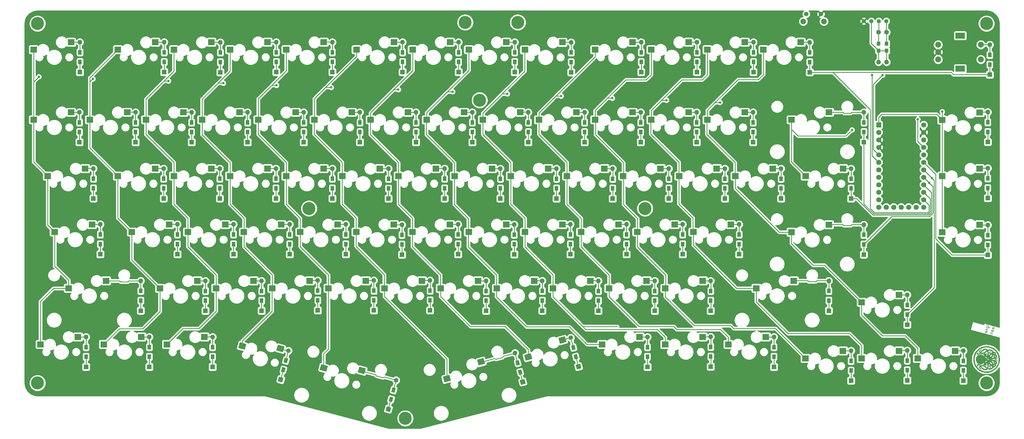
<source format=gbr>
%TF.GenerationSoftware,KiCad,Pcbnew,(5.1.6)-1*%
%TF.CreationDate,2021-09-12T01:22:44+02:00*%
%TF.ProjectId,Kanagawa,4b616e61-6761-4776-912e-6b696361645f,rev?*%
%TF.SameCoordinates,Original*%
%TF.FileFunction,Copper,L2,Bot*%
%TF.FilePolarity,Positive*%
%FSLAX46Y46*%
G04 Gerber Fmt 4.6, Leading zero omitted, Abs format (unit mm)*
G04 Created by KiCad (PCBNEW (5.1.6)-1) date 2021-09-12 01:22:44*
%MOMM*%
%LPD*%
G01*
G04 APERTURE LIST*
%ADD10C,0.150000*%
%TA.AperFunction,EtchedComponent*%
%ADD11C,0.010000*%
%TD*%
%TA.AperFunction,ComponentPad*%
%ADD12C,0.700000*%
%TD*%
%TA.AperFunction,ComponentPad*%
%ADD13C,4.400000*%
%TD*%
%TA.AperFunction,ComponentPad*%
%ADD14C,1.752600*%
%TD*%
%TA.AperFunction,ComponentPad*%
%ADD15R,1.752600X1.752600*%
%TD*%
%TA.AperFunction,SMDPad,CuDef*%
%ADD16R,2.300000X2.000000*%
%TD*%
%TA.AperFunction,ComponentPad*%
%ADD17C,2.000000*%
%TD*%
%TA.AperFunction,ComponentPad*%
%ADD18R,3.200000X2.000000*%
%TD*%
%TA.AperFunction,SMDPad,CuDef*%
%ADD19C,0.100000*%
%TD*%
%TA.AperFunction,ComponentPad*%
%ADD20R,1.200000X1.600000*%
%TD*%
%TA.AperFunction,ComponentPad*%
%ADD21O,1.600000X1.600000*%
%TD*%
%TA.AperFunction,ComponentPad*%
%ADD22R,1.600000X1.600000*%
%TD*%
%TA.AperFunction,ComponentPad*%
%ADD23C,0.100000*%
%TD*%
%TA.AperFunction,ComponentPad*%
%ADD24R,1.200000X1.400000*%
%TD*%
%TA.AperFunction,ComponentPad*%
%ADD25C,1.600000*%
%TD*%
%TA.AperFunction,ComponentPad*%
%ADD26C,1.397000*%
%TD*%
%TA.AperFunction,ComponentPad*%
%ADD27C,1.524000*%
%TD*%
%TA.AperFunction,ComponentPad*%
%ADD28C,1.900000*%
%TD*%
%TA.AperFunction,ViaPad*%
%ADD29C,0.800000*%
%TD*%
%TA.AperFunction,Conductor*%
%ADD30C,0.254000*%
%TD*%
G04 APERTURE END LIST*
%TO.C,LogoMiddle*%
D10*
X384474393Y-183066828D02*
X383476115Y-182928749D01*
X383414491Y-183158732D01*
X383425054Y-183303296D01*
X383495479Y-183408439D01*
X383578228Y-183467586D01*
X383756052Y-183539883D01*
X383898663Y-183559609D01*
X384101136Y-183539913D01*
X384208535Y-183507067D01*
X384328258Y-183428224D01*
X384412770Y-183296810D01*
X384474393Y-183066828D01*
X384069439Y-184394150D02*
X384141626Y-184308732D01*
X384190925Y-184124746D01*
X384168037Y-184026178D01*
X384085288Y-183967031D01*
X383704991Y-183914430D01*
X383597592Y-183947276D01*
X383525406Y-184032694D01*
X383476107Y-184216680D01*
X383498995Y-184315248D01*
X383581744Y-184374395D01*
X383676818Y-184387545D01*
X383895139Y-183940731D01*
X383958517Y-184808118D02*
X383981405Y-184906686D01*
X383932106Y-185090672D01*
X383859919Y-185176090D01*
X383752520Y-185208936D01*
X383704983Y-185202361D01*
X383622234Y-185143214D01*
X383599346Y-185044646D01*
X383636320Y-184906657D01*
X383613433Y-184808089D01*
X383530683Y-184748942D01*
X383483146Y-184742367D01*
X383375748Y-184775213D01*
X383303561Y-184860630D01*
X383266587Y-184998620D01*
X383289474Y-185097188D01*
X383784209Y-185642630D02*
X383118690Y-185550578D01*
X382785931Y-185504551D02*
X382845793Y-185465130D01*
X382881005Y-185517702D01*
X382821143Y-185557123D01*
X382785931Y-185504551D01*
X382881005Y-185517702D01*
X382884521Y-186424510D02*
X383692651Y-186536288D01*
X383800049Y-186503442D01*
X383859911Y-186464021D01*
X383932098Y-186378603D01*
X383969072Y-186240613D01*
X383946184Y-186142045D01*
X383502502Y-186509987D02*
X383574689Y-186424570D01*
X383623988Y-186240584D01*
X383601100Y-186142016D01*
X383565888Y-186089444D01*
X383483138Y-186030297D01*
X383197916Y-185990846D01*
X383090517Y-186023693D01*
X383030655Y-186063114D01*
X382958469Y-186148532D01*
X382909170Y-186332517D01*
X382932058Y-186431086D01*
X382761273Y-186884475D02*
X383426792Y-186976527D01*
X382856348Y-186897625D02*
X382796486Y-186937047D01*
X382724299Y-187022464D01*
X382687325Y-187160454D01*
X382710213Y-187259022D01*
X382792962Y-187318169D01*
X383315870Y-187390496D01*
X383046488Y-188211857D02*
X383118674Y-188126439D01*
X383167973Y-187942453D01*
X383145086Y-187843885D01*
X383062336Y-187784738D01*
X382682040Y-187732137D01*
X382574641Y-187764983D01*
X382502454Y-187850401D01*
X382453156Y-188034387D01*
X382476043Y-188132955D01*
X382558793Y-188192102D01*
X382653867Y-188205252D01*
X382872188Y-187758438D01*
X382859855Y-189092365D02*
X381861577Y-188954286D01*
X382812318Y-189085790D02*
X382884505Y-189000372D01*
X382933804Y-188816386D01*
X382910916Y-188717818D01*
X382875704Y-188665246D01*
X382792954Y-188606100D01*
X382507732Y-188566649D01*
X382400333Y-188599495D01*
X382340471Y-188638916D01*
X382268285Y-188724334D01*
X382218986Y-188908320D01*
X382241874Y-189006888D01*
X382539413Y-190288273D02*
X381541135Y-190150195D01*
X381921431Y-190202796D02*
X381849244Y-190288214D01*
X381799946Y-190472200D01*
X381822833Y-190570768D01*
X381858046Y-190623339D01*
X381940795Y-190682486D01*
X382226017Y-190721937D01*
X382333416Y-190689091D01*
X382393278Y-190649670D01*
X382465464Y-190564252D01*
X382514763Y-190380266D01*
X382491876Y-190281698D01*
X381664374Y-190978161D02*
X382268269Y-191300195D01*
X381541127Y-191438125D02*
X382268269Y-191300195D01*
X382530604Y-191241078D01*
X382590465Y-191201657D01*
X382662652Y-191116239D01*
X385707622Y-185560485D02*
X385767484Y-185521063D01*
X385851995Y-185389649D01*
X385876644Y-185297656D01*
X385866082Y-185153092D01*
X385795657Y-185047948D01*
X385712907Y-184988802D01*
X385535084Y-184916505D01*
X385392473Y-184896779D01*
X385190000Y-184916475D01*
X385082601Y-184949321D01*
X384962877Y-185028164D01*
X384878366Y-185159578D01*
X384853717Y-185251571D01*
X384864280Y-185396135D01*
X384899492Y-185448707D01*
X385691774Y-185987603D02*
X385026255Y-185895551D01*
X384693495Y-185849525D02*
X384753357Y-185810104D01*
X384788570Y-185862675D01*
X384728708Y-185902097D01*
X384693495Y-185849525D01*
X384788570Y-185862675D01*
X385457604Y-186861536D02*
X384934696Y-186789209D01*
X384851947Y-186730063D01*
X384829059Y-186631495D01*
X384878358Y-186447509D01*
X384950545Y-186362091D01*
X385410067Y-186854961D02*
X385482254Y-186769543D01*
X385543877Y-186539561D01*
X385520989Y-186440993D01*
X385438240Y-186381846D01*
X385343166Y-186368696D01*
X385235767Y-186401542D01*
X385163581Y-186486960D01*
X385101957Y-186716942D01*
X385029771Y-186802360D01*
X385223434Y-187735469D02*
X384700527Y-187663142D01*
X384617777Y-187603995D01*
X384594890Y-187505427D01*
X384644189Y-187321442D01*
X384716375Y-187236024D01*
X385175897Y-187728894D02*
X385248084Y-187643476D01*
X385309707Y-187413494D01*
X385286820Y-187314926D01*
X385204070Y-187255779D01*
X385108996Y-187242629D01*
X385001598Y-187275475D01*
X384929411Y-187360892D01*
X384867787Y-187590875D01*
X384795601Y-187676293D01*
X384434669Y-188103381D02*
X385100187Y-188195434D01*
X384529743Y-188116532D02*
X384469881Y-188155953D01*
X384397694Y-188241371D01*
X384360720Y-188379360D01*
X384383608Y-188477928D01*
X384466357Y-188537075D01*
X384989265Y-188609402D01*
X384866018Y-189069367D02*
X383867739Y-188931288D01*
X384755095Y-189483335D02*
X384232188Y-189411008D01*
X384149438Y-189351861D01*
X384126551Y-189253293D01*
X384163525Y-189115304D01*
X384235711Y-189029886D01*
X384295573Y-188990465D01*
D11*
G36*
X379271063Y-197318361D02*
G01*
X379280361Y-197291586D01*
X379297190Y-197221445D01*
X379281281Y-197146772D01*
X379270889Y-197107541D01*
X379270253Y-197064123D01*
X379281533Y-197006342D01*
X379306890Y-196924020D01*
X379348483Y-196806980D01*
X379360171Y-196775171D01*
X379439473Y-196567797D01*
X379516045Y-196382258D01*
X379586738Y-196225598D01*
X379648405Y-196104860D01*
X379689288Y-196038638D01*
X379751199Y-195981271D01*
X379858780Y-195916142D01*
X380007800Y-195845020D01*
X380194030Y-195769668D01*
X380413240Y-195691853D01*
X380661199Y-195613341D01*
X380815477Y-195568475D01*
X381065055Y-195498098D01*
X381145677Y-195556977D01*
X381192573Y-195592903D01*
X381270065Y-195654129D01*
X381369484Y-195733729D01*
X381482157Y-195824773D01*
X381556500Y-195885259D01*
X381962573Y-196208548D01*
X382363778Y-196512343D01*
X382747616Y-196787217D01*
X382801100Y-196824121D01*
X382914043Y-196902579D01*
X383015213Y-196974568D01*
X383095541Y-197033512D01*
X383145960Y-197072834D01*
X383154727Y-197080613D01*
X383186161Y-197115372D01*
X383183319Y-197140853D01*
X383143570Y-197177341D01*
X383142027Y-197178613D01*
X383080500Y-197229359D01*
X383137650Y-197270220D01*
X383179693Y-197307272D01*
X383194800Y-197332631D01*
X383174901Y-197353166D01*
X383119489Y-197397553D01*
X383034989Y-197460978D01*
X382927825Y-197538626D01*
X382804424Y-197625683D01*
X382794463Y-197632617D01*
X382552311Y-197802908D01*
X382318767Y-197970739D01*
X382100778Y-198130948D01*
X381905291Y-198278372D01*
X381739255Y-198407851D01*
X381621876Y-198503816D01*
X381467377Y-198634117D01*
X381346304Y-198735137D01*
X381253337Y-198810447D01*
X381183154Y-198863618D01*
X381130433Y-198898221D01*
X381089854Y-198917827D01*
X381056094Y-198926005D01*
X381023832Y-198926328D01*
X380996512Y-198923451D01*
X380933324Y-198910248D01*
X380832414Y-198882910D01*
X380703789Y-198844694D01*
X380557456Y-198798857D01*
X380403423Y-198748656D01*
X380251697Y-198697348D01*
X380112286Y-198648191D01*
X379995196Y-198604440D01*
X379915409Y-198571595D01*
X379811752Y-198513688D01*
X379727982Y-198445434D01*
X379706328Y-198420640D01*
X379649891Y-198332663D01*
X379583305Y-198206103D01*
X379511143Y-198050994D01*
X379437980Y-197877372D01*
X379368391Y-197695272D01*
X379343114Y-197623848D01*
X379302376Y-197502194D01*
X379278085Y-197417594D01*
X379268296Y-197359750D01*
X379271063Y-197318361D01*
G37*
X379271063Y-197318361D02*
X379280361Y-197291586D01*
X379297190Y-197221445D01*
X379281281Y-197146772D01*
X379270889Y-197107541D01*
X379270253Y-197064123D01*
X379281533Y-197006342D01*
X379306890Y-196924020D01*
X379348483Y-196806980D01*
X379360171Y-196775171D01*
X379439473Y-196567797D01*
X379516045Y-196382258D01*
X379586738Y-196225598D01*
X379648405Y-196104860D01*
X379689288Y-196038638D01*
X379751199Y-195981271D01*
X379858780Y-195916142D01*
X380007800Y-195845020D01*
X380194030Y-195769668D01*
X380413240Y-195691853D01*
X380661199Y-195613341D01*
X380815477Y-195568475D01*
X381065055Y-195498098D01*
X381145677Y-195556977D01*
X381192573Y-195592903D01*
X381270065Y-195654129D01*
X381369484Y-195733729D01*
X381482157Y-195824773D01*
X381556500Y-195885259D01*
X381962573Y-196208548D01*
X382363778Y-196512343D01*
X382747616Y-196787217D01*
X382801100Y-196824121D01*
X382914043Y-196902579D01*
X383015213Y-196974568D01*
X383095541Y-197033512D01*
X383145960Y-197072834D01*
X383154727Y-197080613D01*
X383186161Y-197115372D01*
X383183319Y-197140853D01*
X383143570Y-197177341D01*
X383142027Y-197178613D01*
X383080500Y-197229359D01*
X383137650Y-197270220D01*
X383179693Y-197307272D01*
X383194800Y-197332631D01*
X383174901Y-197353166D01*
X383119489Y-197397553D01*
X383034989Y-197460978D01*
X382927825Y-197538626D01*
X382804424Y-197625683D01*
X382794463Y-197632617D01*
X382552311Y-197802908D01*
X382318767Y-197970739D01*
X382100778Y-198130948D01*
X381905291Y-198278372D01*
X381739255Y-198407851D01*
X381621876Y-198503816D01*
X381467377Y-198634117D01*
X381346304Y-198735137D01*
X381253337Y-198810447D01*
X381183154Y-198863618D01*
X381130433Y-198898221D01*
X381089854Y-198917827D01*
X381056094Y-198926005D01*
X381023832Y-198926328D01*
X380996512Y-198923451D01*
X380933324Y-198910248D01*
X380832414Y-198882910D01*
X380703789Y-198844694D01*
X380557456Y-198798857D01*
X380403423Y-198748656D01*
X380251697Y-198697348D01*
X380112286Y-198648191D01*
X379995196Y-198604440D01*
X379915409Y-198571595D01*
X379811752Y-198513688D01*
X379727982Y-198445434D01*
X379706328Y-198420640D01*
X379649891Y-198332663D01*
X379583305Y-198206103D01*
X379511143Y-198050994D01*
X379437980Y-197877372D01*
X379368391Y-197695272D01*
X379343114Y-197623848D01*
X379302376Y-197502194D01*
X379278085Y-197417594D01*
X379268296Y-197359750D01*
X379271063Y-197318361D01*
G36*
X379691546Y-199010611D02*
G01*
X379769736Y-198917670D01*
X379834195Y-198871449D01*
X379892800Y-198844014D01*
X379986689Y-198829651D01*
X380101883Y-198831216D01*
X380211903Y-198847396D01*
X380261100Y-198862241D01*
X380346806Y-198903159D01*
X380442776Y-198960158D01*
X380538909Y-199025720D01*
X380625106Y-199092330D01*
X380691265Y-199152472D01*
X380727287Y-199198629D01*
X380731000Y-199211912D01*
X380714323Y-199238907D01*
X380672940Y-199284424D01*
X380659760Y-199297348D01*
X380586073Y-199352365D01*
X380525720Y-199360708D01*
X380473760Y-199323162D01*
X380432479Y-199285147D01*
X380366238Y-199235684D01*
X380325977Y-199208862D01*
X380228203Y-199161487D01*
X380127482Y-199136944D01*
X380036774Y-199136005D01*
X379969040Y-199159443D01*
X379944493Y-199186131D01*
X379919831Y-199273840D01*
X379939380Y-199368421D01*
X379996270Y-199465752D01*
X380037798Y-199528378D01*
X380060414Y-199573199D01*
X380061472Y-199586395D01*
X380027013Y-199589409D01*
X379965138Y-199571454D01*
X379891268Y-199538867D01*
X379820826Y-199497986D01*
X379789642Y-199474692D01*
X379694547Y-199367366D01*
X379646329Y-199249484D01*
X379645244Y-199128185D01*
X379691546Y-199010611D01*
G37*
X379691546Y-199010611D02*
X379769736Y-198917670D01*
X379834195Y-198871449D01*
X379892800Y-198844014D01*
X379986689Y-198829651D01*
X380101883Y-198831216D01*
X380211903Y-198847396D01*
X380261100Y-198862241D01*
X380346806Y-198903159D01*
X380442776Y-198960158D01*
X380538909Y-199025720D01*
X380625106Y-199092330D01*
X380691265Y-199152472D01*
X380727287Y-199198629D01*
X380731000Y-199211912D01*
X380714323Y-199238907D01*
X380672940Y-199284424D01*
X380659760Y-199297348D01*
X380586073Y-199352365D01*
X380525720Y-199360708D01*
X380473760Y-199323162D01*
X380432479Y-199285147D01*
X380366238Y-199235684D01*
X380325977Y-199208862D01*
X380228203Y-199161487D01*
X380127482Y-199136944D01*
X380036774Y-199136005D01*
X379969040Y-199159443D01*
X379944493Y-199186131D01*
X379919831Y-199273840D01*
X379939380Y-199368421D01*
X379996270Y-199465752D01*
X380037798Y-199528378D01*
X380060414Y-199573199D01*
X380061472Y-199586395D01*
X380027013Y-199589409D01*
X379965138Y-199571454D01*
X379891268Y-199538867D01*
X379820826Y-199497986D01*
X379789642Y-199474692D01*
X379694547Y-199367366D01*
X379646329Y-199249484D01*
X379645244Y-199128185D01*
X379691546Y-199010611D01*
G36*
X385655360Y-197391868D02*
G01*
X385708991Y-197364728D01*
X385788452Y-197339438D01*
X385881407Y-197319662D01*
X385975518Y-197309064D01*
X386006869Y-197308200D01*
X386158349Y-197330038D01*
X386305653Y-197390086D01*
X386432687Y-197480151D01*
X386504315Y-197561502D01*
X386532134Y-197620140D01*
X386545884Y-197684944D01*
X386544136Y-197738888D01*
X386525461Y-197764947D01*
X386521423Y-197765400D01*
X386490421Y-197747752D01*
X386441764Y-197703026D01*
X386416053Y-197675203D01*
X386333432Y-197594205D01*
X386247989Y-197543826D01*
X386144079Y-197517694D01*
X386009111Y-197509468D01*
X385879733Y-197501776D01*
X385768807Y-197483208D01*
X385686474Y-197456299D01*
X385642875Y-197423582D01*
X385639897Y-197417192D01*
X385655360Y-197391868D01*
G37*
X385655360Y-197391868D02*
X385708991Y-197364728D01*
X385788452Y-197339438D01*
X385881407Y-197319662D01*
X385975518Y-197309064D01*
X386006869Y-197308200D01*
X386158349Y-197330038D01*
X386305653Y-197390086D01*
X386432687Y-197480151D01*
X386504315Y-197561502D01*
X386532134Y-197620140D01*
X386545884Y-197684944D01*
X386544136Y-197738888D01*
X386525461Y-197764947D01*
X386521423Y-197765400D01*
X386490421Y-197747752D01*
X386441764Y-197703026D01*
X386416053Y-197675203D01*
X386333432Y-197594205D01*
X386247989Y-197543826D01*
X386144079Y-197517694D01*
X386009111Y-197509468D01*
X385879733Y-197501776D01*
X385768807Y-197483208D01*
X385686474Y-197456299D01*
X385642875Y-197423582D01*
X385639897Y-197417192D01*
X385655360Y-197391868D01*
G36*
X385292323Y-197848383D02*
G01*
X385327403Y-197824317D01*
X385391769Y-197834677D01*
X385478328Y-197868359D01*
X385557311Y-197907364D01*
X385597120Y-197942532D01*
X385607800Y-197981326D01*
X385626410Y-198075581D01*
X385681802Y-198202723D01*
X385773313Y-198361307D01*
X385802803Y-198407300D01*
X385908801Y-198575958D01*
X385985818Y-198714845D01*
X386037704Y-198832955D01*
X386068309Y-198939283D01*
X386081484Y-199042824D01*
X386082246Y-199060158D01*
X386080619Y-199163094D01*
X386070694Y-199259471D01*
X386058490Y-199314800D01*
X386006790Y-199411842D01*
X385919921Y-199514000D01*
X385810627Y-199609516D01*
X385691653Y-199686631D01*
X385619712Y-199719634D01*
X385524471Y-199752687D01*
X385435244Y-199779067D01*
X385385550Y-199790363D01*
X385334033Y-199794499D01*
X385308265Y-199779960D01*
X385306400Y-199738647D01*
X385326597Y-199662466D01*
X385344280Y-199609098D01*
X385385199Y-199519795D01*
X385447184Y-199448070D01*
X385508303Y-199399765D01*
X385632024Y-199290572D01*
X385708017Y-199175865D01*
X385734773Y-199057945D01*
X385734800Y-199054119D01*
X385719353Y-198972413D01*
X385674494Y-198855604D01*
X385602442Y-198708339D01*
X385505418Y-198535266D01*
X385419654Y-198394589D01*
X385358355Y-198293071D01*
X385320060Y-198215253D01*
X385298331Y-198143437D01*
X385286732Y-198059924D01*
X385283569Y-198020438D01*
X385279916Y-197912035D01*
X385292323Y-197848383D01*
G37*
X385292323Y-197848383D02*
X385327403Y-197824317D01*
X385391769Y-197834677D01*
X385478328Y-197868359D01*
X385557311Y-197907364D01*
X385597120Y-197942532D01*
X385607800Y-197981326D01*
X385626410Y-198075581D01*
X385681802Y-198202723D01*
X385773313Y-198361307D01*
X385802803Y-198407300D01*
X385908801Y-198575958D01*
X385985818Y-198714845D01*
X386037704Y-198832955D01*
X386068309Y-198939283D01*
X386081484Y-199042824D01*
X386082246Y-199060158D01*
X386080619Y-199163094D01*
X386070694Y-199259471D01*
X386058490Y-199314800D01*
X386006790Y-199411842D01*
X385919921Y-199514000D01*
X385810627Y-199609516D01*
X385691653Y-199686631D01*
X385619712Y-199719634D01*
X385524471Y-199752687D01*
X385435244Y-199779067D01*
X385385550Y-199790363D01*
X385334033Y-199794499D01*
X385308265Y-199779960D01*
X385306400Y-199738647D01*
X385326597Y-199662466D01*
X385344280Y-199609098D01*
X385385199Y-199519795D01*
X385447184Y-199448070D01*
X385508303Y-199399765D01*
X385632024Y-199290572D01*
X385708017Y-199175865D01*
X385734773Y-199057945D01*
X385734800Y-199054119D01*
X385719353Y-198972413D01*
X385674494Y-198855604D01*
X385602442Y-198708339D01*
X385505418Y-198535266D01*
X385419654Y-198394589D01*
X385358355Y-198293071D01*
X385320060Y-198215253D01*
X385298331Y-198143437D01*
X385286732Y-198059924D01*
X385283569Y-198020438D01*
X385279916Y-197912035D01*
X385292323Y-197848383D01*
G36*
X383631256Y-198260782D02*
G01*
X383643899Y-198155309D01*
X383661900Y-198085682D01*
X383698633Y-198019603D01*
X383748233Y-197955622D01*
X383797817Y-197908415D01*
X383831574Y-197892400D01*
X383847460Y-197914670D01*
X383868056Y-197971295D01*
X383878734Y-198009813D01*
X383909516Y-198106661D01*
X383951938Y-198211268D01*
X383968866Y-198246750D01*
X384027778Y-198346201D01*
X384115006Y-198471741D01*
X384222753Y-198613728D01*
X384343227Y-198762520D01*
X384468633Y-198908473D01*
X384591176Y-199041945D01*
X384697316Y-199147909D01*
X384784052Y-199232432D01*
X384854887Y-199306942D01*
X384902608Y-199363460D01*
X384920003Y-199394005D01*
X384919994Y-199394258D01*
X384910703Y-199438285D01*
X384889676Y-199508087D01*
X384879162Y-199538896D01*
X384848607Y-199607890D01*
X384816817Y-199653867D01*
X384805412Y-199662093D01*
X384759367Y-199655247D01*
X384686111Y-199614412D01*
X384591336Y-199544307D01*
X384480732Y-199449650D01*
X384359988Y-199335160D01*
X384234795Y-199205555D01*
X384174216Y-199138711D01*
X384069598Y-199023259D01*
X383963941Y-198910996D01*
X383867280Y-198812299D01*
X383789648Y-198737543D01*
X383765923Y-198716457D01*
X383626600Y-198597430D01*
X383626600Y-198383799D01*
X383631256Y-198260782D01*
G37*
X383631256Y-198260782D02*
X383643899Y-198155309D01*
X383661900Y-198085682D01*
X383698633Y-198019603D01*
X383748233Y-197955622D01*
X383797817Y-197908415D01*
X383831574Y-197892400D01*
X383847460Y-197914670D01*
X383868056Y-197971295D01*
X383878734Y-198009813D01*
X383909516Y-198106661D01*
X383951938Y-198211268D01*
X383968866Y-198246750D01*
X384027778Y-198346201D01*
X384115006Y-198471741D01*
X384222753Y-198613728D01*
X384343227Y-198762520D01*
X384468633Y-198908473D01*
X384591176Y-199041945D01*
X384697316Y-199147909D01*
X384784052Y-199232432D01*
X384854887Y-199306942D01*
X384902608Y-199363460D01*
X384920003Y-199394005D01*
X384919994Y-199394258D01*
X384910703Y-199438285D01*
X384889676Y-199508087D01*
X384879162Y-199538896D01*
X384848607Y-199607890D01*
X384816817Y-199653867D01*
X384805412Y-199662093D01*
X384759367Y-199655247D01*
X384686111Y-199614412D01*
X384591336Y-199544307D01*
X384480732Y-199449650D01*
X384359988Y-199335160D01*
X384234795Y-199205555D01*
X384174216Y-199138711D01*
X384069598Y-199023259D01*
X383963941Y-198910996D01*
X383867280Y-198812299D01*
X383789648Y-198737543D01*
X383765923Y-198716457D01*
X383626600Y-198597430D01*
X383626600Y-198383799D01*
X383631256Y-198260782D01*
G36*
X384526579Y-198867880D02*
G01*
X384560601Y-198850970D01*
X384572750Y-198847345D01*
X384626099Y-198836398D01*
X384718481Y-198821527D01*
X384838414Y-198804202D01*
X384974418Y-198785893D01*
X385115012Y-198768070D01*
X385248715Y-198752203D01*
X385364046Y-198739761D01*
X385449524Y-198732215D01*
X385484392Y-198730629D01*
X385526391Y-198731138D01*
X385556296Y-198738276D01*
X385580646Y-198760414D01*
X385605978Y-198805921D01*
X385638832Y-198883167D01*
X385675818Y-198975681D01*
X385669524Y-199013694D01*
X385661148Y-199021126D01*
X385627610Y-199028429D01*
X385553018Y-199037590D01*
X385447041Y-199047632D01*
X385319345Y-199057583D01*
X385259366Y-199061642D01*
X385119145Y-199071104D01*
X384990505Y-199080525D01*
X384885095Y-199088999D01*
X384814561Y-199095621D01*
X384799986Y-199097372D01*
X384745266Y-199098702D01*
X384698162Y-199079694D01*
X384642172Y-199032117D01*
X384615836Y-199005562D01*
X384551866Y-198936618D01*
X384522890Y-198893577D01*
X384526579Y-198867880D01*
G37*
X384526579Y-198867880D02*
X384560601Y-198850970D01*
X384572750Y-198847345D01*
X384626099Y-198836398D01*
X384718481Y-198821527D01*
X384838414Y-198804202D01*
X384974418Y-198785893D01*
X385115012Y-198768070D01*
X385248715Y-198752203D01*
X385364046Y-198739761D01*
X385449524Y-198732215D01*
X385484392Y-198730629D01*
X385526391Y-198731138D01*
X385556296Y-198738276D01*
X385580646Y-198760414D01*
X385605978Y-198805921D01*
X385638832Y-198883167D01*
X385675818Y-198975681D01*
X385669524Y-199013694D01*
X385661148Y-199021126D01*
X385627610Y-199028429D01*
X385553018Y-199037590D01*
X385447041Y-199047632D01*
X385319345Y-199057583D01*
X385259366Y-199061642D01*
X385119145Y-199071104D01*
X384990505Y-199080525D01*
X384885095Y-199088999D01*
X384814561Y-199095621D01*
X384799986Y-199097372D01*
X384745266Y-199098702D01*
X384698162Y-199079694D01*
X384642172Y-199032117D01*
X384615836Y-199005562D01*
X384551866Y-198936618D01*
X384522890Y-198893577D01*
X384526579Y-198867880D01*
G36*
X380412227Y-199880965D02*
G01*
X380465535Y-199704133D01*
X380555228Y-199537479D01*
X380672900Y-199392310D01*
X380810147Y-199279935D01*
X380891761Y-199235835D01*
X380967342Y-199207354D01*
X381050393Y-199188062D01*
X381154927Y-199175663D01*
X381294960Y-199167857D01*
X381309584Y-199167308D01*
X381444312Y-199163862D01*
X381545634Y-199166255D01*
X381630793Y-199176401D01*
X381717031Y-199196219D01*
X381804884Y-199222357D01*
X381915671Y-199263053D01*
X382050505Y-199321417D01*
X382190035Y-199388715D01*
X382284022Y-199438624D01*
X382424866Y-199519622D01*
X382567803Y-199606141D01*
X382706107Y-199693639D01*
X382833049Y-199777577D01*
X382941900Y-199853415D01*
X383025931Y-199916611D01*
X383078415Y-199962626D01*
X383093200Y-199984658D01*
X383079156Y-200023473D01*
X383043331Y-200085115D01*
X383016840Y-200123790D01*
X382969999Y-200183728D01*
X382933693Y-200221764D01*
X382921590Y-200228886D01*
X382894778Y-200215106D01*
X382834638Y-200177592D01*
X382749480Y-200121713D01*
X382647612Y-200052837D01*
X382623300Y-200036140D01*
X382415591Y-199894244D01*
X382242579Y-199779387D01*
X382098033Y-199688514D01*
X381975726Y-199618568D01*
X381869426Y-199566493D01*
X381772905Y-199529235D01*
X381679933Y-199503738D01*
X381584281Y-199486945D01*
X381481225Y-199475928D01*
X381301153Y-199469388D01*
X381155592Y-199485275D01*
X381032453Y-199525788D01*
X380948949Y-199572721D01*
X380826833Y-199679342D01*
X380747963Y-199803152D01*
X380711358Y-199936352D01*
X380716036Y-200071141D01*
X380761014Y-200199718D01*
X380845311Y-200314285D01*
X380967945Y-200407039D01*
X381059236Y-200448873D01*
X381149399Y-200484952D01*
X381193859Y-200512052D01*
X381195997Y-200534299D01*
X381159189Y-200555820D01*
X381149823Y-200559506D01*
X381069988Y-200575253D01*
X380977447Y-200562783D01*
X380862644Y-200519970D01*
X380773519Y-200475902D01*
X380623657Y-200375510D01*
X380509752Y-200254355D01*
X380435825Y-200119061D01*
X380405898Y-199976250D01*
X380412227Y-199880965D01*
G37*
X380412227Y-199880965D02*
X380465535Y-199704133D01*
X380555228Y-199537479D01*
X380672900Y-199392310D01*
X380810147Y-199279935D01*
X380891761Y-199235835D01*
X380967342Y-199207354D01*
X381050393Y-199188062D01*
X381154927Y-199175663D01*
X381294960Y-199167857D01*
X381309584Y-199167308D01*
X381444312Y-199163862D01*
X381545634Y-199166255D01*
X381630793Y-199176401D01*
X381717031Y-199196219D01*
X381804884Y-199222357D01*
X381915671Y-199263053D01*
X382050505Y-199321417D01*
X382190035Y-199388715D01*
X382284022Y-199438624D01*
X382424866Y-199519622D01*
X382567803Y-199606141D01*
X382706107Y-199693639D01*
X382833049Y-199777577D01*
X382941900Y-199853415D01*
X383025931Y-199916611D01*
X383078415Y-199962626D01*
X383093200Y-199984658D01*
X383079156Y-200023473D01*
X383043331Y-200085115D01*
X383016840Y-200123790D01*
X382969999Y-200183728D01*
X382933693Y-200221764D01*
X382921590Y-200228886D01*
X382894778Y-200215106D01*
X382834638Y-200177592D01*
X382749480Y-200121713D01*
X382647612Y-200052837D01*
X382623300Y-200036140D01*
X382415591Y-199894244D01*
X382242579Y-199779387D01*
X382098033Y-199688514D01*
X381975726Y-199618568D01*
X381869426Y-199566493D01*
X381772905Y-199529235D01*
X381679933Y-199503738D01*
X381584281Y-199486945D01*
X381481225Y-199475928D01*
X381301153Y-199469388D01*
X381155592Y-199485275D01*
X381032453Y-199525788D01*
X380948949Y-199572721D01*
X380826833Y-199679342D01*
X380747963Y-199803152D01*
X380711358Y-199936352D01*
X380716036Y-200071141D01*
X380761014Y-200199718D01*
X380845311Y-200314285D01*
X380967945Y-200407039D01*
X381059236Y-200448873D01*
X381149399Y-200484952D01*
X381193859Y-200512052D01*
X381195997Y-200534299D01*
X381159189Y-200555820D01*
X381149823Y-200559506D01*
X381069988Y-200575253D01*
X380977447Y-200562783D01*
X380862644Y-200519970D01*
X380773519Y-200475902D01*
X380623657Y-200375510D01*
X380509752Y-200254355D01*
X380435825Y-200119061D01*
X380405898Y-199976250D01*
X380412227Y-199880965D01*
G36*
X380935253Y-195175167D02*
G01*
X380949948Y-195151458D01*
X380997932Y-195084942D01*
X381053731Y-195018783D01*
X381087285Y-194985890D01*
X381121188Y-194966974D01*
X381168937Y-194959331D01*
X381244028Y-194960259D01*
X381323493Y-194964774D01*
X381455250Y-194968496D01*
X381576851Y-194960499D01*
X381695130Y-194937988D01*
X381816923Y-194898169D01*
X381949066Y-194838246D01*
X382098393Y-194755424D01*
X382271739Y-194646909D01*
X382475940Y-194509905D01*
X382534400Y-194469640D01*
X382839916Y-194267514D01*
X383115560Y-194104500D01*
X383362844Y-193979764D01*
X383580278Y-193893471D01*
X383698783Y-193858496D01*
X383808865Y-193838311D01*
X383933289Y-193829559D01*
X384021839Y-193828400D01*
X384135396Y-193829431D01*
X384219133Y-193835220D01*
X384290411Y-193849815D01*
X384366593Y-193877263D01*
X384465042Y-193921613D01*
X384507338Y-193941576D01*
X384653458Y-194020959D01*
X384793125Y-194115390D01*
X384919209Y-194218152D01*
X385024579Y-194322527D01*
X385102107Y-194421799D01*
X385144660Y-194509249D01*
X385150600Y-194547568D01*
X385125661Y-194575498D01*
X385052690Y-194602687D01*
X384997570Y-194615934D01*
X384916535Y-194631438D01*
X384858536Y-194639340D01*
X384837793Y-194638455D01*
X384689541Y-194458303D01*
X384519938Y-194324207D01*
X384328244Y-194235805D01*
X384113718Y-194192737D01*
X383920014Y-194191011D01*
X383830119Y-194198877D01*
X383746017Y-194211628D01*
X383662415Y-194231780D01*
X383574020Y-194261846D01*
X383475536Y-194304342D01*
X383361671Y-194361782D01*
X383227130Y-194436682D01*
X383066618Y-194531556D01*
X382874843Y-194648919D01*
X382646510Y-194791286D01*
X382615754Y-194810576D01*
X382396647Y-194945131D01*
X382210243Y-195051986D01*
X382048726Y-195134081D01*
X381904276Y-195194354D01*
X381769077Y-195235744D01*
X381635311Y-195261191D01*
X381495160Y-195273633D01*
X381377168Y-195276200D01*
X381252920Y-195273419D01*
X381136998Y-195265927D01*
X381045446Y-195255000D01*
X381006757Y-195246708D01*
X380944993Y-195226334D01*
X380923845Y-195206991D01*
X380935253Y-195175167D01*
G37*
X380935253Y-195175167D02*
X380949948Y-195151458D01*
X380997932Y-195084942D01*
X381053731Y-195018783D01*
X381087285Y-194985890D01*
X381121188Y-194966974D01*
X381168937Y-194959331D01*
X381244028Y-194960259D01*
X381323493Y-194964774D01*
X381455250Y-194968496D01*
X381576851Y-194960499D01*
X381695130Y-194937988D01*
X381816923Y-194898169D01*
X381949066Y-194838246D01*
X382098393Y-194755424D01*
X382271739Y-194646909D01*
X382475940Y-194509905D01*
X382534400Y-194469640D01*
X382839916Y-194267514D01*
X383115560Y-194104500D01*
X383362844Y-193979764D01*
X383580278Y-193893471D01*
X383698783Y-193858496D01*
X383808865Y-193838311D01*
X383933289Y-193829559D01*
X384021839Y-193828400D01*
X384135396Y-193829431D01*
X384219133Y-193835220D01*
X384290411Y-193849815D01*
X384366593Y-193877263D01*
X384465042Y-193921613D01*
X384507338Y-193941576D01*
X384653458Y-194020959D01*
X384793125Y-194115390D01*
X384919209Y-194218152D01*
X385024579Y-194322527D01*
X385102107Y-194421799D01*
X385144660Y-194509249D01*
X385150600Y-194547568D01*
X385125661Y-194575498D01*
X385052690Y-194602687D01*
X384997570Y-194615934D01*
X384916535Y-194631438D01*
X384858536Y-194639340D01*
X384837793Y-194638455D01*
X384689541Y-194458303D01*
X384519938Y-194324207D01*
X384328244Y-194235805D01*
X384113718Y-194192737D01*
X383920014Y-194191011D01*
X383830119Y-194198877D01*
X383746017Y-194211628D01*
X383662415Y-194231780D01*
X383574020Y-194261846D01*
X383475536Y-194304342D01*
X383361671Y-194361782D01*
X383227130Y-194436682D01*
X383066618Y-194531556D01*
X382874843Y-194648919D01*
X382646510Y-194791286D01*
X382615754Y-194810576D01*
X382396647Y-194945131D01*
X382210243Y-195051986D01*
X382048726Y-195134081D01*
X381904276Y-195194354D01*
X381769077Y-195235744D01*
X381635311Y-195261191D01*
X381495160Y-195273633D01*
X381377168Y-195276200D01*
X381252920Y-195273419D01*
X381136998Y-195265927D01*
X381045446Y-195255000D01*
X381006757Y-195246708D01*
X380944993Y-195226334D01*
X380923845Y-195206991D01*
X380935253Y-195175167D01*
G36*
X381728203Y-195513448D02*
G01*
X381792227Y-195447781D01*
X381816850Y-195424550D01*
X381955080Y-195311061D01*
X382089273Y-195237997D01*
X382235244Y-195199025D01*
X382407898Y-195187807D01*
X382526640Y-195190773D01*
X382614276Y-195201550D01*
X382690342Y-195223945D01*
X382765817Y-195257553D01*
X382849631Y-195303016D01*
X382919741Y-195348843D01*
X382952546Y-195376747D01*
X382978677Y-195410504D01*
X382976768Y-195437329D01*
X382942016Y-195473349D01*
X382917565Y-195494176D01*
X382832778Y-195584621D01*
X382781572Y-195679300D01*
X382763600Y-195769936D01*
X382778515Y-195848251D01*
X382825971Y-195905970D01*
X382905622Y-195934815D01*
X382936089Y-195936600D01*
X383013285Y-195911554D01*
X383082821Y-195836785D01*
X383144304Y-195712845D01*
X383186800Y-195581000D01*
X383208334Y-195467496D01*
X383223443Y-195318468D01*
X383231725Y-195148834D01*
X383232780Y-194973511D01*
X383226207Y-194807418D01*
X383211605Y-194665471D01*
X383211428Y-194664294D01*
X383189956Y-194522287D01*
X383274928Y-194482969D01*
X383370893Y-194441517D01*
X383432961Y-194424156D01*
X383471405Y-194429885D01*
X383496496Y-194457701D01*
X383498405Y-194461169D01*
X383543279Y-194579452D01*
X383576612Y-194745265D01*
X383598429Y-194958993D01*
X383608754Y-195221022D01*
X383607611Y-195531737D01*
X383595027Y-195891522D01*
X383592820Y-195936600D01*
X383585342Y-196092634D01*
X383581355Y-196206638D01*
X383581379Y-196287296D01*
X383585932Y-196343292D01*
X383595534Y-196383310D01*
X383610703Y-196416032D01*
X383622652Y-196435711D01*
X383695217Y-196518356D01*
X383803488Y-196602245D01*
X383933610Y-196677475D01*
X384007600Y-196710816D01*
X384102967Y-196736798D01*
X384237204Y-196755992D01*
X384398770Y-196767906D01*
X384576127Y-196772051D01*
X384757735Y-196767935D01*
X384932055Y-196755067D01*
X384964190Y-196751500D01*
X385213628Y-196722082D01*
X385320838Y-196843691D01*
X385376733Y-196910931D01*
X385415876Y-196965332D01*
X385429024Y-196992541D01*
X385405737Y-197006851D01*
X385340851Y-197026538D01*
X385242999Y-197049401D01*
X385120814Y-197073240D01*
X385093450Y-197078065D01*
X384838802Y-197117595D01*
X384589173Y-197147739D01*
X384351987Y-197168143D01*
X384134673Y-197178453D01*
X383944655Y-197178313D01*
X383789362Y-197167371D01*
X383677400Y-197145634D01*
X383601815Y-197120090D01*
X383497331Y-197081697D01*
X383381941Y-197037145D01*
X383334500Y-197018184D01*
X383105900Y-196925750D01*
X382951572Y-196629327D01*
X382888288Y-196513488D01*
X382826725Y-196410841D01*
X382773509Y-196331807D01*
X382735269Y-196286812D01*
X382732224Y-196284360D01*
X382674618Y-196255015D01*
X382598161Y-196232426D01*
X382519771Y-196219472D01*
X382456366Y-196219034D01*
X382425794Y-196232187D01*
X382424679Y-196268316D01*
X382438846Y-196330680D01*
X382444891Y-196349417D01*
X382461756Y-196415288D01*
X382455426Y-196443907D01*
X382451864Y-196444600D01*
X382421309Y-196430187D01*
X382359366Y-196391184D01*
X382274935Y-196333948D01*
X382176914Y-196264834D01*
X382074203Y-196190199D01*
X381975700Y-196116400D01*
X381890304Y-196049791D01*
X381835900Y-196004646D01*
X381781735Y-195953111D01*
X381750831Y-195914857D01*
X381747991Y-195902163D01*
X381777903Y-195901392D01*
X381838292Y-195915449D01*
X381874991Y-195927125D01*
X381990508Y-195950962D01*
X382113141Y-195950586D01*
X382225053Y-195927844D01*
X382308409Y-195884583D01*
X382311491Y-195881929D01*
X382347629Y-195848033D01*
X382346000Y-195840451D01*
X382318500Y-195849167D01*
X382253617Y-195867798D01*
X382197850Y-195879576D01*
X382147554Y-195882079D01*
X382129732Y-195856481D01*
X382127999Y-195824029D01*
X382104364Y-195746797D01*
X382040503Y-195677212D01*
X381946983Y-195622126D01*
X381834374Y-195588390D01*
X381753350Y-195581142D01*
X381710773Y-195575175D01*
X381701722Y-195554261D01*
X381728203Y-195513448D01*
G37*
X381728203Y-195513448D02*
X381792227Y-195447781D01*
X381816850Y-195424550D01*
X381955080Y-195311061D01*
X382089273Y-195237997D01*
X382235244Y-195199025D01*
X382407898Y-195187807D01*
X382526640Y-195190773D01*
X382614276Y-195201550D01*
X382690342Y-195223945D01*
X382765817Y-195257553D01*
X382849631Y-195303016D01*
X382919741Y-195348843D01*
X382952546Y-195376747D01*
X382978677Y-195410504D01*
X382976768Y-195437329D01*
X382942016Y-195473349D01*
X382917565Y-195494176D01*
X382832778Y-195584621D01*
X382781572Y-195679300D01*
X382763600Y-195769936D01*
X382778515Y-195848251D01*
X382825971Y-195905970D01*
X382905622Y-195934815D01*
X382936089Y-195936600D01*
X383013285Y-195911554D01*
X383082821Y-195836785D01*
X383144304Y-195712845D01*
X383186800Y-195581000D01*
X383208334Y-195467496D01*
X383223443Y-195318468D01*
X383231725Y-195148834D01*
X383232780Y-194973511D01*
X383226207Y-194807418D01*
X383211605Y-194665471D01*
X383211428Y-194664294D01*
X383189956Y-194522287D01*
X383274928Y-194482969D01*
X383370893Y-194441517D01*
X383432961Y-194424156D01*
X383471405Y-194429885D01*
X383496496Y-194457701D01*
X383498405Y-194461169D01*
X383543279Y-194579452D01*
X383576612Y-194745265D01*
X383598429Y-194958993D01*
X383608754Y-195221022D01*
X383607611Y-195531737D01*
X383595027Y-195891522D01*
X383592820Y-195936600D01*
X383585342Y-196092634D01*
X383581355Y-196206638D01*
X383581379Y-196287296D01*
X383585932Y-196343292D01*
X383595534Y-196383310D01*
X383610703Y-196416032D01*
X383622652Y-196435711D01*
X383695217Y-196518356D01*
X383803488Y-196602245D01*
X383933610Y-196677475D01*
X384007600Y-196710816D01*
X384102967Y-196736798D01*
X384237204Y-196755992D01*
X384398770Y-196767906D01*
X384576127Y-196772051D01*
X384757735Y-196767935D01*
X384932055Y-196755067D01*
X384964190Y-196751500D01*
X385213628Y-196722082D01*
X385320838Y-196843691D01*
X385376733Y-196910931D01*
X385415876Y-196965332D01*
X385429024Y-196992541D01*
X385405737Y-197006851D01*
X385340851Y-197026538D01*
X385242999Y-197049401D01*
X385120814Y-197073240D01*
X385093450Y-197078065D01*
X384838802Y-197117595D01*
X384589173Y-197147739D01*
X384351987Y-197168143D01*
X384134673Y-197178453D01*
X383944655Y-197178313D01*
X383789362Y-197167371D01*
X383677400Y-197145634D01*
X383601815Y-197120090D01*
X383497331Y-197081697D01*
X383381941Y-197037145D01*
X383334500Y-197018184D01*
X383105900Y-196925750D01*
X382951572Y-196629327D01*
X382888288Y-196513488D01*
X382826725Y-196410841D01*
X382773509Y-196331807D01*
X382735269Y-196286812D01*
X382732224Y-196284360D01*
X382674618Y-196255015D01*
X382598161Y-196232426D01*
X382519771Y-196219472D01*
X382456366Y-196219034D01*
X382425794Y-196232187D01*
X382424679Y-196268316D01*
X382438846Y-196330680D01*
X382444891Y-196349417D01*
X382461756Y-196415288D01*
X382455426Y-196443907D01*
X382451864Y-196444600D01*
X382421309Y-196430187D01*
X382359366Y-196391184D01*
X382274935Y-196333948D01*
X382176914Y-196264834D01*
X382074203Y-196190199D01*
X381975700Y-196116400D01*
X381890304Y-196049791D01*
X381835900Y-196004646D01*
X381781735Y-195953111D01*
X381750831Y-195914857D01*
X381747991Y-195902163D01*
X381777903Y-195901392D01*
X381838292Y-195915449D01*
X381874991Y-195927125D01*
X381990508Y-195950962D01*
X382113141Y-195950586D01*
X382225053Y-195927844D01*
X382308409Y-195884583D01*
X382311491Y-195881929D01*
X382347629Y-195848033D01*
X382346000Y-195840451D01*
X382318500Y-195849167D01*
X382253617Y-195867798D01*
X382197850Y-195879576D01*
X382147554Y-195882079D01*
X382129732Y-195856481D01*
X382127999Y-195824029D01*
X382104364Y-195746797D01*
X382040503Y-195677212D01*
X381946983Y-195622126D01*
X381834374Y-195588390D01*
X381753350Y-195581142D01*
X381710773Y-195575175D01*
X381701722Y-195554261D01*
X381728203Y-195513448D01*
G36*
X385285883Y-196367659D02*
G01*
X385302257Y-196294788D01*
X385327989Y-196230327D01*
X385372204Y-196142354D01*
X385426791Y-196044769D01*
X385483640Y-195951475D01*
X385534638Y-195876372D01*
X385571306Y-195833668D01*
X385606173Y-195819739D01*
X385661779Y-195826809D01*
X385734329Y-195849998D01*
X385805418Y-195878972D01*
X385851691Y-195904377D01*
X385861800Y-195915771D01*
X385849378Y-195945572D01*
X385816505Y-196006321D01*
X385769774Y-196085963D01*
X385759814Y-196102331D01*
X385669521Y-196272858D01*
X385622581Y-196421772D01*
X385618976Y-196553911D01*
X385658688Y-196674111D01*
X385741699Y-196787209D01*
X385757211Y-196803189D01*
X385879301Y-196897800D01*
X386005708Y-196941800D01*
X386136393Y-196935192D01*
X386271313Y-196877978D01*
X386410429Y-196770160D01*
X386411703Y-196768957D01*
X386547600Y-196640432D01*
X386547600Y-196729260D01*
X386531793Y-196814745D01*
X386492363Y-196900253D01*
X386489642Y-196904394D01*
X386432956Y-196966936D01*
X386352694Y-197030677D01*
X386305492Y-197059957D01*
X386220425Y-197100435D01*
X386138563Y-197121723D01*
X386036383Y-197129205D01*
X386001500Y-197129559D01*
X385817527Y-197108426D01*
X385652562Y-197048219D01*
X385511546Y-196954839D01*
X385399426Y-196834190D01*
X385321146Y-196692176D01*
X385281650Y-196534698D01*
X385285883Y-196367659D01*
G37*
X385285883Y-196367659D02*
X385302257Y-196294788D01*
X385327989Y-196230327D01*
X385372204Y-196142354D01*
X385426791Y-196044769D01*
X385483640Y-195951475D01*
X385534638Y-195876372D01*
X385571306Y-195833668D01*
X385606173Y-195819739D01*
X385661779Y-195826809D01*
X385734329Y-195849998D01*
X385805418Y-195878972D01*
X385851691Y-195904377D01*
X385861800Y-195915771D01*
X385849378Y-195945572D01*
X385816505Y-196006321D01*
X385769774Y-196085963D01*
X385759814Y-196102331D01*
X385669521Y-196272858D01*
X385622581Y-196421772D01*
X385618976Y-196553911D01*
X385658688Y-196674111D01*
X385741699Y-196787209D01*
X385757211Y-196803189D01*
X385879301Y-196897800D01*
X386005708Y-196941800D01*
X386136393Y-196935192D01*
X386271313Y-196877978D01*
X386410429Y-196770160D01*
X386411703Y-196768957D01*
X386547600Y-196640432D01*
X386547600Y-196729260D01*
X386531793Y-196814745D01*
X386492363Y-196900253D01*
X386489642Y-196904394D01*
X386432956Y-196966936D01*
X386352694Y-197030677D01*
X386305492Y-197059957D01*
X386220425Y-197100435D01*
X386138563Y-197121723D01*
X386036383Y-197129205D01*
X386001500Y-197129559D01*
X385817527Y-197108426D01*
X385652562Y-197048219D01*
X385511546Y-196954839D01*
X385399426Y-196834190D01*
X385321146Y-196692176D01*
X385281650Y-196534698D01*
X385285883Y-196367659D01*
G36*
X385337692Y-195538373D02*
G01*
X385361304Y-195454969D01*
X385394244Y-195397104D01*
X385427936Y-195377800D01*
X385496091Y-195386078D01*
X385597287Y-195408104D01*
X385717043Y-195439667D01*
X385840881Y-195476556D01*
X385954322Y-195514560D01*
X386042887Y-195549467D01*
X386077076Y-195566592D01*
X386220495Y-195674724D01*
X386318732Y-195804016D01*
X386367265Y-195935848D01*
X386392410Y-196120494D01*
X386381242Y-196276500D01*
X386346156Y-196385054D01*
X386305705Y-196451108D01*
X386240549Y-196533647D01*
X386161197Y-196621760D01*
X386078155Y-196704533D01*
X386001929Y-196771054D01*
X385943027Y-196810411D01*
X385932550Y-196814630D01*
X385876817Y-196808026D01*
X385812050Y-196764434D01*
X385749975Y-196693232D01*
X385721199Y-196645638D01*
X385705960Y-196610209D01*
X385707406Y-196579652D01*
X385731434Y-196542948D01*
X385783936Y-196489077D01*
X385826583Y-196448610D01*
X385946837Y-196316086D01*
X386017481Y-196192812D01*
X386039077Y-196080068D01*
X386012188Y-195979139D01*
X385937373Y-195891306D01*
X385815196Y-195817851D01*
X385646218Y-195760058D01*
X385512550Y-195731671D01*
X385417848Y-195714066D01*
X385362761Y-195698273D01*
X385336655Y-195678650D01*
X385328892Y-195649556D01*
X385328541Y-195634083D01*
X385337692Y-195538373D01*
G37*
X385337692Y-195538373D02*
X385361304Y-195454969D01*
X385394244Y-195397104D01*
X385427936Y-195377800D01*
X385496091Y-195386078D01*
X385597287Y-195408104D01*
X385717043Y-195439667D01*
X385840881Y-195476556D01*
X385954322Y-195514560D01*
X386042887Y-195549467D01*
X386077076Y-195566592D01*
X386220495Y-195674724D01*
X386318732Y-195804016D01*
X386367265Y-195935848D01*
X386392410Y-196120494D01*
X386381242Y-196276500D01*
X386346156Y-196385054D01*
X386305705Y-196451108D01*
X386240549Y-196533647D01*
X386161197Y-196621760D01*
X386078155Y-196704533D01*
X386001929Y-196771054D01*
X385943027Y-196810411D01*
X385932550Y-196814630D01*
X385876817Y-196808026D01*
X385812050Y-196764434D01*
X385749975Y-196693232D01*
X385721199Y-196645638D01*
X385705960Y-196610209D01*
X385707406Y-196579652D01*
X385731434Y-196542948D01*
X385783936Y-196489077D01*
X385826583Y-196448610D01*
X385946837Y-196316086D01*
X386017481Y-196192812D01*
X386039077Y-196080068D01*
X386012188Y-195979139D01*
X385937373Y-195891306D01*
X385815196Y-195817851D01*
X385646218Y-195760058D01*
X385512550Y-195731671D01*
X385417848Y-195714066D01*
X385362761Y-195698273D01*
X385336655Y-195678650D01*
X385328892Y-195649556D01*
X385328541Y-195634083D01*
X385337692Y-195538373D01*
G36*
X384383535Y-195068185D02*
G01*
X384439010Y-195014812D01*
X384521329Y-194949009D01*
X384622195Y-194877731D01*
X384661557Y-194852002D01*
X384796925Y-194777360D01*
X384947253Y-194713843D01*
X385096026Y-194667205D01*
X385226728Y-194643196D01*
X385266799Y-194641200D01*
X385430338Y-194660895D01*
X385597753Y-194715304D01*
X385755892Y-194797420D01*
X385891602Y-194900233D01*
X385991729Y-195016733D01*
X386001600Y-195032780D01*
X386038350Y-195112716D01*
X386066795Y-195206314D01*
X386084556Y-195299597D01*
X386089258Y-195378586D01*
X386078523Y-195429304D01*
X386070487Y-195437909D01*
X386024353Y-195445713D01*
X386010142Y-195442637D01*
X385965385Y-195429429D01*
X385894494Y-195410299D01*
X385868319Y-195403521D01*
X385785770Y-195371740D01*
X385734131Y-195320325D01*
X385719369Y-195294317D01*
X385626252Y-195150640D01*
X385515402Y-195054092D01*
X385386466Y-195004623D01*
X385239091Y-195002186D01*
X385072925Y-195046729D01*
X384887614Y-195138205D01*
X384834477Y-195170800D01*
X384758136Y-195214546D01*
X384692773Y-195243604D01*
X384662182Y-195250800D01*
X384615370Y-195240248D01*
X384547521Y-195213613D01*
X384473793Y-195178431D01*
X384409341Y-195142235D01*
X384369322Y-195112561D01*
X384363200Y-195102171D01*
X384383535Y-195068185D01*
G37*
X384383535Y-195068185D02*
X384439010Y-195014812D01*
X384521329Y-194949009D01*
X384622195Y-194877731D01*
X384661557Y-194852002D01*
X384796925Y-194777360D01*
X384947253Y-194713843D01*
X385096026Y-194667205D01*
X385226728Y-194643196D01*
X385266799Y-194641200D01*
X385430338Y-194660895D01*
X385597753Y-194715304D01*
X385755892Y-194797420D01*
X385891602Y-194900233D01*
X385991729Y-195016733D01*
X386001600Y-195032780D01*
X386038350Y-195112716D01*
X386066795Y-195206314D01*
X386084556Y-195299597D01*
X386089258Y-195378586D01*
X386078523Y-195429304D01*
X386070487Y-195437909D01*
X386024353Y-195445713D01*
X386010142Y-195442637D01*
X385965385Y-195429429D01*
X385894494Y-195410299D01*
X385868319Y-195403521D01*
X385785770Y-195371740D01*
X385734131Y-195320325D01*
X385719369Y-195294317D01*
X385626252Y-195150640D01*
X385515402Y-195054092D01*
X385386466Y-195004623D01*
X385239091Y-195002186D01*
X385072925Y-195046729D01*
X384887614Y-195138205D01*
X384834477Y-195170800D01*
X384758136Y-195214546D01*
X384692773Y-195243604D01*
X384662182Y-195250800D01*
X384615370Y-195240248D01*
X384547521Y-195213613D01*
X384473793Y-195178431D01*
X384409341Y-195142235D01*
X384369322Y-195112561D01*
X384363200Y-195102171D01*
X384383535Y-195068185D01*
G36*
X383401664Y-200404845D02*
G01*
X383432625Y-200337669D01*
X383436425Y-200330159D01*
X383474640Y-200259395D01*
X383506028Y-200209394D01*
X383518568Y-200195076D01*
X383552214Y-200194461D01*
X383618199Y-200205766D01*
X383677801Y-200220173D01*
X383831130Y-200244937D01*
X384029368Y-200249128D01*
X384058400Y-200248154D01*
X384181852Y-200241212D01*
X384272392Y-200229136D01*
X384347890Y-200207935D01*
X384426222Y-200173621D01*
X384453204Y-200160042D01*
X384548404Y-200104701D01*
X384638003Y-200041809D01*
X384690437Y-199996533D01*
X384789653Y-199868389D01*
X384874621Y-199705407D01*
X384939034Y-199522924D01*
X384976589Y-199336279D01*
X384981144Y-199289400D01*
X384991432Y-199149700D01*
X385303000Y-199134576D01*
X385302050Y-199332638D01*
X385289498Y-199510838D01*
X385250587Y-199671716D01*
X385242288Y-199695836D01*
X385176962Y-199863581D01*
X385110676Y-199995927D01*
X385034567Y-200107655D01*
X384939771Y-200213547D01*
X384920250Y-200232922D01*
X384777138Y-200350790D01*
X384604291Y-200458890D01*
X384420383Y-200547155D01*
X384244089Y-200605519D01*
X384218272Y-200611320D01*
X384041445Y-200630183D01*
X383848349Y-200621362D01*
X383663329Y-200586862D01*
X383575800Y-200558437D01*
X383475685Y-200517843D01*
X383417252Y-200485200D01*
X383394559Y-200450778D01*
X383401664Y-200404845D01*
G37*
X383401664Y-200404845D02*
X383432625Y-200337669D01*
X383436425Y-200330159D01*
X383474640Y-200259395D01*
X383506028Y-200209394D01*
X383518568Y-200195076D01*
X383552214Y-200194461D01*
X383618199Y-200205766D01*
X383677801Y-200220173D01*
X383831130Y-200244937D01*
X384029368Y-200249128D01*
X384058400Y-200248154D01*
X384181852Y-200241212D01*
X384272392Y-200229136D01*
X384347890Y-200207935D01*
X384426222Y-200173621D01*
X384453204Y-200160042D01*
X384548404Y-200104701D01*
X384638003Y-200041809D01*
X384690437Y-199996533D01*
X384789653Y-199868389D01*
X384874621Y-199705407D01*
X384939034Y-199522924D01*
X384976589Y-199336279D01*
X384981144Y-199289400D01*
X384991432Y-199149700D01*
X385303000Y-199134576D01*
X385302050Y-199332638D01*
X385289498Y-199510838D01*
X385250587Y-199671716D01*
X385242288Y-199695836D01*
X385176962Y-199863581D01*
X385110676Y-199995927D01*
X385034567Y-200107655D01*
X384939771Y-200213547D01*
X384920250Y-200232922D01*
X384777138Y-200350790D01*
X384604291Y-200458890D01*
X384420383Y-200547155D01*
X384244089Y-200605519D01*
X384218272Y-200611320D01*
X384041445Y-200630183D01*
X383848349Y-200621362D01*
X383663329Y-200586862D01*
X383575800Y-200558437D01*
X383475685Y-200517843D01*
X383417252Y-200485200D01*
X383394559Y-200450778D01*
X383401664Y-200404845D01*
G36*
X378439081Y-196706806D02*
G01*
X378498319Y-196333358D01*
X378565549Y-196045550D01*
X378649703Y-195773905D01*
X378756961Y-195500808D01*
X378891483Y-195212700D01*
X379124854Y-194799433D01*
X379397134Y-194417419D01*
X379705706Y-194068648D01*
X380047954Y-193755110D01*
X380421263Y-193478793D01*
X380823018Y-193241687D01*
X381250602Y-193045781D01*
X381701400Y-192893063D01*
X382053597Y-192807976D01*
X382161643Y-192787534D01*
X382261238Y-192772410D01*
X382363195Y-192761855D01*
X382478329Y-192755121D01*
X382617451Y-192751460D01*
X382791374Y-192750123D01*
X382890000Y-192750086D01*
X383137584Y-192752556D01*
X383346684Y-192760465D01*
X383529474Y-192775473D01*
X383698128Y-192799240D01*
X383864820Y-192833425D01*
X384041725Y-192879687D01*
X384210059Y-192930007D01*
X384652129Y-193089924D01*
X385060227Y-193285258D01*
X385439764Y-193519340D01*
X385796152Y-193795500D01*
X386129079Y-194111118D01*
X386431445Y-194453684D01*
X386689132Y-194808818D01*
X386905115Y-195182292D01*
X387082367Y-195579875D01*
X387223863Y-196007339D01*
X387325004Y-196431900D01*
X387343822Y-196559228D01*
X387358621Y-196725014D01*
X387369207Y-196917062D01*
X387375384Y-197123173D01*
X387376960Y-197331150D01*
X387373738Y-197528796D01*
X387365525Y-197703914D01*
X387352126Y-197844305D01*
X387347972Y-197872370D01*
X387245509Y-198354370D01*
X387099194Y-198813415D01*
X386910073Y-199247604D01*
X386679192Y-199655035D01*
X386407597Y-200033807D01*
X386096333Y-200382017D01*
X385834546Y-200624483D01*
X385453609Y-200917477D01*
X385050761Y-201165983D01*
X384629173Y-201369238D01*
X384192017Y-201526482D01*
X383742464Y-201636952D01*
X383283688Y-201699887D01*
X382956041Y-201710205D01*
X382956041Y-201343999D01*
X383216939Y-201335327D01*
X383462465Y-201315181D01*
X383677526Y-201283814D01*
X383728200Y-201273501D01*
X384174168Y-201151081D01*
X384596919Y-200985440D01*
X384994073Y-200779109D01*
X385363250Y-200534617D01*
X385702072Y-200254493D01*
X386008157Y-199941266D01*
X386279127Y-199597466D01*
X386512603Y-199225622D01*
X386706205Y-198828263D01*
X386857553Y-198407919D01*
X386964268Y-197967119D01*
X386991132Y-197805069D01*
X387010087Y-197631295D01*
X387021989Y-197428511D01*
X387026631Y-197214077D01*
X387023805Y-197005355D01*
X387013303Y-196819705D01*
X387003979Y-196732188D01*
X386919252Y-196276000D01*
X386789055Y-195839080D01*
X386615296Y-195424105D01*
X386399882Y-195033755D01*
X386144719Y-194670708D01*
X385851714Y-194337643D01*
X385522774Y-194037238D01*
X385159806Y-193772173D01*
X384764717Y-193545124D01*
X384718800Y-193522301D01*
X384291398Y-193340124D01*
X383856469Y-193208099D01*
X383415019Y-193126339D01*
X382968056Y-193094959D01*
X382516589Y-193114073D01*
X382061624Y-193183795D01*
X381950200Y-193208500D01*
X381525674Y-193333729D01*
X381119880Y-193503765D01*
X380735995Y-193715451D01*
X380377196Y-193965630D01*
X380046658Y-194251146D01*
X379747558Y-194568842D01*
X379483073Y-194915561D01*
X379256379Y-195288145D01*
X379070652Y-195683438D01*
X378929070Y-196098284D01*
X378889964Y-196249915D01*
X378829041Y-196548383D01*
X378792648Y-196833011D01*
X378778789Y-197125219D01*
X378783211Y-197395001D01*
X378825782Y-197845334D01*
X378915272Y-198280775D01*
X379049284Y-198698607D01*
X379225420Y-199096117D01*
X379441280Y-199470590D01*
X379694465Y-199819310D01*
X379982578Y-200139563D01*
X380303220Y-200428635D01*
X380653992Y-200683809D01*
X381032496Y-200902372D01*
X381436332Y-201081608D01*
X381863104Y-201218802D01*
X382232055Y-201298635D01*
X382448505Y-201325907D01*
X382694865Y-201340943D01*
X382956041Y-201343999D01*
X382956041Y-201710205D01*
X382818860Y-201714526D01*
X382351150Y-201680108D01*
X381883733Y-201595871D01*
X381835900Y-201584376D01*
X381587176Y-201517897D01*
X381367215Y-201446158D01*
X381154058Y-201361129D01*
X380925742Y-201254779D01*
X380901066Y-201242580D01*
X380489772Y-201010892D01*
X380110726Y-200741919D01*
X379765498Y-200438868D01*
X379455655Y-200104943D01*
X379182767Y-199743352D01*
X378948403Y-199357299D01*
X378754131Y-198949990D01*
X378601522Y-198524630D01*
X378492143Y-198084427D01*
X378427564Y-197632584D01*
X378409354Y-197172309D01*
X378439081Y-196706806D01*
G37*
X378439081Y-196706806D02*
X378498319Y-196333358D01*
X378565549Y-196045550D01*
X378649703Y-195773905D01*
X378756961Y-195500808D01*
X378891483Y-195212700D01*
X379124854Y-194799433D01*
X379397134Y-194417419D01*
X379705706Y-194068648D01*
X380047954Y-193755110D01*
X380421263Y-193478793D01*
X380823018Y-193241687D01*
X381250602Y-193045781D01*
X381701400Y-192893063D01*
X382053597Y-192807976D01*
X382161643Y-192787534D01*
X382261238Y-192772410D01*
X382363195Y-192761855D01*
X382478329Y-192755121D01*
X382617451Y-192751460D01*
X382791374Y-192750123D01*
X382890000Y-192750086D01*
X383137584Y-192752556D01*
X383346684Y-192760465D01*
X383529474Y-192775473D01*
X383698128Y-192799240D01*
X383864820Y-192833425D01*
X384041725Y-192879687D01*
X384210059Y-192930007D01*
X384652129Y-193089924D01*
X385060227Y-193285258D01*
X385439764Y-193519340D01*
X385796152Y-193795500D01*
X386129079Y-194111118D01*
X386431445Y-194453684D01*
X386689132Y-194808818D01*
X386905115Y-195182292D01*
X387082367Y-195579875D01*
X387223863Y-196007339D01*
X387325004Y-196431900D01*
X387343822Y-196559228D01*
X387358621Y-196725014D01*
X387369207Y-196917062D01*
X387375384Y-197123173D01*
X387376960Y-197331150D01*
X387373738Y-197528796D01*
X387365525Y-197703914D01*
X387352126Y-197844305D01*
X387347972Y-197872370D01*
X387245509Y-198354370D01*
X387099194Y-198813415D01*
X386910073Y-199247604D01*
X386679192Y-199655035D01*
X386407597Y-200033807D01*
X386096333Y-200382017D01*
X385834546Y-200624483D01*
X385453609Y-200917477D01*
X385050761Y-201165983D01*
X384629173Y-201369238D01*
X384192017Y-201526482D01*
X383742464Y-201636952D01*
X383283688Y-201699887D01*
X382956041Y-201710205D01*
X382956041Y-201343999D01*
X383216939Y-201335327D01*
X383462465Y-201315181D01*
X383677526Y-201283814D01*
X383728200Y-201273501D01*
X384174168Y-201151081D01*
X384596919Y-200985440D01*
X384994073Y-200779109D01*
X385363250Y-200534617D01*
X385702072Y-200254493D01*
X386008157Y-199941266D01*
X386279127Y-199597466D01*
X386512603Y-199225622D01*
X386706205Y-198828263D01*
X386857553Y-198407919D01*
X386964268Y-197967119D01*
X386991132Y-197805069D01*
X387010087Y-197631295D01*
X387021989Y-197428511D01*
X387026631Y-197214077D01*
X387023805Y-197005355D01*
X387013303Y-196819705D01*
X387003979Y-196732188D01*
X386919252Y-196276000D01*
X386789055Y-195839080D01*
X386615296Y-195424105D01*
X386399882Y-195033755D01*
X386144719Y-194670708D01*
X385851714Y-194337643D01*
X385522774Y-194037238D01*
X385159806Y-193772173D01*
X384764717Y-193545124D01*
X384718800Y-193522301D01*
X384291398Y-193340124D01*
X383856469Y-193208099D01*
X383415019Y-193126339D01*
X382968056Y-193094959D01*
X382516589Y-193114073D01*
X382061624Y-193183795D01*
X381950200Y-193208500D01*
X381525674Y-193333729D01*
X381119880Y-193503765D01*
X380735995Y-193715451D01*
X380377196Y-193965630D01*
X380046658Y-194251146D01*
X379747558Y-194568842D01*
X379483073Y-194915561D01*
X379256379Y-195288145D01*
X379070652Y-195683438D01*
X378929070Y-196098284D01*
X378889964Y-196249915D01*
X378829041Y-196548383D01*
X378792648Y-196833011D01*
X378778789Y-197125219D01*
X378783211Y-197395001D01*
X378825782Y-197845334D01*
X378915272Y-198280775D01*
X379049284Y-198698607D01*
X379225420Y-199096117D01*
X379441280Y-199470590D01*
X379694465Y-199819310D01*
X379982578Y-200139563D01*
X380303220Y-200428635D01*
X380653992Y-200683809D01*
X381032496Y-200902372D01*
X381436332Y-201081608D01*
X381863104Y-201218802D01*
X382232055Y-201298635D01*
X382448505Y-201325907D01*
X382694865Y-201340943D01*
X382956041Y-201343999D01*
X382956041Y-201710205D01*
X382818860Y-201714526D01*
X382351150Y-201680108D01*
X381883733Y-201595871D01*
X381835900Y-201584376D01*
X381587176Y-201517897D01*
X381367215Y-201446158D01*
X381154058Y-201361129D01*
X380925742Y-201254779D01*
X380901066Y-201242580D01*
X380489772Y-201010892D01*
X380110726Y-200741919D01*
X379765498Y-200438868D01*
X379455655Y-200104943D01*
X379182767Y-199743352D01*
X378948403Y-199357299D01*
X378754131Y-198949990D01*
X378601522Y-198524630D01*
X378492143Y-198084427D01*
X378427564Y-197632584D01*
X378409354Y-197172309D01*
X378439081Y-196706806D01*
G36*
X383852515Y-199457995D02*
G01*
X383882149Y-199361009D01*
X383923247Y-199265851D01*
X383969110Y-199184579D01*
X384013040Y-199129252D01*
X384044921Y-199111600D01*
X384080862Y-199129882D01*
X384131647Y-199176196D01*
X384156858Y-199204720D01*
X384233615Y-199297839D01*
X384173590Y-199369175D01*
X384123234Y-199444895D01*
X384084131Y-199529756D01*
X384083096Y-199532832D01*
X384066200Y-199600056D01*
X384074251Y-199647931D01*
X384102343Y-199692227D01*
X384169607Y-199749511D01*
X384255698Y-199784886D01*
X384335808Y-199807570D01*
X384371144Y-199828760D01*
X384367028Y-199855392D01*
X384335289Y-199888573D01*
X384278277Y-199921420D01*
X384193302Y-199935730D01*
X384142549Y-199937100D01*
X384057124Y-199933660D01*
X384001683Y-199918049D01*
X383955590Y-199882338D01*
X383930678Y-199855674D01*
X383860585Y-199742030D01*
X383835374Y-199607160D01*
X383852515Y-199457995D01*
G37*
X383852515Y-199457995D02*
X383882149Y-199361009D01*
X383923247Y-199265851D01*
X383969110Y-199184579D01*
X384013040Y-199129252D01*
X384044921Y-199111600D01*
X384080862Y-199129882D01*
X384131647Y-199176196D01*
X384156858Y-199204720D01*
X384233615Y-199297839D01*
X384173590Y-199369175D01*
X384123234Y-199444895D01*
X384084131Y-199529756D01*
X384083096Y-199532832D01*
X384066200Y-199600056D01*
X384074251Y-199647931D01*
X384102343Y-199692227D01*
X384169607Y-199749511D01*
X384255698Y-199784886D01*
X384335808Y-199807570D01*
X384371144Y-199828760D01*
X384367028Y-199855392D01*
X384335289Y-199888573D01*
X384278277Y-199921420D01*
X384193302Y-199935730D01*
X384142549Y-199937100D01*
X384057124Y-199933660D01*
X384001683Y-199918049D01*
X383955590Y-199882338D01*
X383930678Y-199855674D01*
X383860585Y-199742030D01*
X383835374Y-199607160D01*
X383852515Y-199457995D01*
G36*
X384036342Y-197806688D02*
G01*
X384120504Y-197781236D01*
X384223129Y-197758654D01*
X384330030Y-197741002D01*
X384427020Y-197730338D01*
X384499911Y-197728724D01*
X384530653Y-197734924D01*
X384568396Y-197766999D01*
X384629620Y-197830710D01*
X384706988Y-197917312D01*
X384793165Y-198018057D01*
X384880813Y-198124197D01*
X384962597Y-198226986D01*
X385031179Y-198317675D01*
X385079224Y-198387519D01*
X385082635Y-198393051D01*
X385136032Y-198485550D01*
X385179938Y-198570073D01*
X385209595Y-198636458D01*
X385220244Y-198674544D01*
X385216938Y-198679800D01*
X385189263Y-198684129D01*
X385127633Y-198695225D01*
X385078110Y-198704497D01*
X384996819Y-198716153D01*
X384932973Y-198718660D01*
X384911910Y-198715387D01*
X384881335Y-198688401D01*
X384833927Y-198629958D01*
X384779257Y-198551998D01*
X384772119Y-198541057D01*
X384639493Y-198365627D01*
X384498863Y-198238845D01*
X384347327Y-198158816D01*
X384181985Y-198123644D01*
X384129749Y-198121558D01*
X384048638Y-198117466D01*
X383990091Y-198107483D01*
X383970801Y-198097707D01*
X383958795Y-198059919D01*
X383945558Y-197992298D01*
X383940895Y-197961256D01*
X383925385Y-197848099D01*
X384036342Y-197806688D01*
G37*
X384036342Y-197806688D02*
X384120504Y-197781236D01*
X384223129Y-197758654D01*
X384330030Y-197741002D01*
X384427020Y-197730338D01*
X384499911Y-197728724D01*
X384530653Y-197734924D01*
X384568396Y-197766999D01*
X384629620Y-197830710D01*
X384706988Y-197917312D01*
X384793165Y-198018057D01*
X384880813Y-198124197D01*
X384962597Y-198226986D01*
X385031179Y-198317675D01*
X385079224Y-198387519D01*
X385082635Y-198393051D01*
X385136032Y-198485550D01*
X385179938Y-198570073D01*
X385209595Y-198636458D01*
X385220244Y-198674544D01*
X385216938Y-198679800D01*
X385189263Y-198684129D01*
X385127633Y-198695225D01*
X385078110Y-198704497D01*
X384996819Y-198716153D01*
X384932973Y-198718660D01*
X384911910Y-198715387D01*
X384881335Y-198688401D01*
X384833927Y-198629958D01*
X384779257Y-198551998D01*
X384772119Y-198541057D01*
X384639493Y-198365627D01*
X384498863Y-198238845D01*
X384347327Y-198158816D01*
X384181985Y-198123644D01*
X384129749Y-198121558D01*
X384048638Y-198117466D01*
X383990091Y-198107483D01*
X383970801Y-198097707D01*
X383958795Y-198059919D01*
X383945558Y-197992298D01*
X383940895Y-197961256D01*
X383925385Y-197848099D01*
X384036342Y-197806688D01*
G36*
X379654050Y-195161072D02*
G01*
X379710272Y-195046075D01*
X379784342Y-194971336D01*
X379840457Y-194933937D01*
X379912269Y-194894256D01*
X379981510Y-194861521D01*
X380029914Y-194844960D01*
X380035601Y-194844400D01*
X380047196Y-194862846D01*
X380033335Y-194909816D01*
X379998458Y-194972763D01*
X379981700Y-194996800D01*
X379929921Y-195096857D01*
X379923860Y-195190354D01*
X379963758Y-195270458D01*
X379971798Y-195278999D01*
X380019736Y-195314164D01*
X380077905Y-195322135D01*
X380125511Y-195316589D01*
X380213103Y-195293156D01*
X380302969Y-195248423D01*
X380399309Y-195178595D01*
X380506319Y-195079879D01*
X380628198Y-194948479D01*
X380769144Y-194780601D01*
X380897290Y-194618976D01*
X381122688Y-194345913D01*
X381338682Y-194118929D01*
X381548804Y-193934979D01*
X381756585Y-193791017D01*
X381965557Y-193683997D01*
X381995735Y-193671537D01*
X382134742Y-193633369D01*
X382302746Y-193613776D01*
X382481467Y-193612741D01*
X382652625Y-193630249D01*
X382797941Y-193666283D01*
X382813800Y-193672256D01*
X382906645Y-193715273D01*
X383001720Y-193769566D01*
X383088117Y-193827566D01*
X383154924Y-193881703D01*
X383191233Y-193924407D01*
X383194774Y-193936597D01*
X383174226Y-193965138D01*
X383121094Y-194006414D01*
X383065880Y-194040480D01*
X382937012Y-194112860D01*
X382789301Y-194034130D01*
X382708562Y-193994154D01*
X382639384Y-193970489D01*
X382562641Y-193958988D01*
X382459205Y-193955504D01*
X382426088Y-193955400D01*
X382300132Y-193960352D01*
X382186111Y-193973692D01*
X382105050Y-193992636D01*
X381940278Y-194070815D01*
X381758657Y-194195155D01*
X381559796Y-194365981D01*
X381343306Y-194583622D01*
X381170840Y-194775798D01*
X380955509Y-195016782D01*
X380762322Y-195215185D01*
X380588530Y-195372707D01*
X380431382Y-195491051D01*
X380288130Y-195571917D01*
X380156024Y-195617008D01*
X380032316Y-195628025D01*
X379914255Y-195606669D01*
X379861031Y-195586418D01*
X379749865Y-195518417D01*
X379680721Y-195427181D01*
X379646807Y-195303456D01*
X379645509Y-195292743D01*
X379654050Y-195161072D01*
G37*
X379654050Y-195161072D02*
X379710272Y-195046075D01*
X379784342Y-194971336D01*
X379840457Y-194933937D01*
X379912269Y-194894256D01*
X379981510Y-194861521D01*
X380029914Y-194844960D01*
X380035601Y-194844400D01*
X380047196Y-194862846D01*
X380033335Y-194909816D01*
X379998458Y-194972763D01*
X379981700Y-194996800D01*
X379929921Y-195096857D01*
X379923860Y-195190354D01*
X379963758Y-195270458D01*
X379971798Y-195278999D01*
X380019736Y-195314164D01*
X380077905Y-195322135D01*
X380125511Y-195316589D01*
X380213103Y-195293156D01*
X380302969Y-195248423D01*
X380399309Y-195178595D01*
X380506319Y-195079879D01*
X380628198Y-194948479D01*
X380769144Y-194780601D01*
X380897290Y-194618976D01*
X381122688Y-194345913D01*
X381338682Y-194118929D01*
X381548804Y-193934979D01*
X381756585Y-193791017D01*
X381965557Y-193683997D01*
X381995735Y-193671537D01*
X382134742Y-193633369D01*
X382302746Y-193613776D01*
X382481467Y-193612741D01*
X382652625Y-193630249D01*
X382797941Y-193666283D01*
X382813800Y-193672256D01*
X382906645Y-193715273D01*
X383001720Y-193769566D01*
X383088117Y-193827566D01*
X383154924Y-193881703D01*
X383191233Y-193924407D01*
X383194774Y-193936597D01*
X383174226Y-193965138D01*
X383121094Y-194006414D01*
X383065880Y-194040480D01*
X382937012Y-194112860D01*
X382789301Y-194034130D01*
X382708562Y-193994154D01*
X382639384Y-193970489D01*
X382562641Y-193958988D01*
X382459205Y-193955504D01*
X382426088Y-193955400D01*
X382300132Y-193960352D01*
X382186111Y-193973692D01*
X382105050Y-193992636D01*
X381940278Y-194070815D01*
X381758657Y-194195155D01*
X381559796Y-194365981D01*
X381343306Y-194583622D01*
X381170840Y-194775798D01*
X380955509Y-195016782D01*
X380762322Y-195215185D01*
X380588530Y-195372707D01*
X380431382Y-195491051D01*
X380288130Y-195571917D01*
X380156024Y-195617008D01*
X380032316Y-195628025D01*
X379914255Y-195606669D01*
X379861031Y-195586418D01*
X379749865Y-195518417D01*
X379680721Y-195427181D01*
X379646807Y-195303456D01*
X379645509Y-195292743D01*
X379654050Y-195161072D01*
G36*
X383631009Y-196079009D02*
G01*
X383635417Y-195963848D01*
X383641592Y-195888120D01*
X383652684Y-195840476D01*
X383671845Y-195809566D01*
X383702226Y-195784042D01*
X383715500Y-195774694D01*
X383771035Y-195730166D01*
X383845937Y-195662551D01*
X383924803Y-195585803D01*
X383931400Y-195579097D01*
X384071100Y-195436522D01*
X384204881Y-195517659D01*
X384277350Y-195562371D01*
X384330841Y-195596787D01*
X384351417Y-195611551D01*
X384342384Y-195635773D01*
X384308438Y-195692503D01*
X384254887Y-195773417D01*
X384187036Y-195870189D01*
X384183069Y-195875703D01*
X384050481Y-196070781D01*
X383954338Y-196238155D01*
X383892065Y-196382647D01*
X383869161Y-196463650D01*
X383851259Y-196519608D01*
X383831615Y-196545912D01*
X383829761Y-196546200D01*
X383802711Y-196528394D01*
X383755455Y-196482475D01*
X383715539Y-196438250D01*
X383622719Y-196330300D01*
X383631009Y-196079009D01*
G37*
X383631009Y-196079009D02*
X383635417Y-195963848D01*
X383641592Y-195888120D01*
X383652684Y-195840476D01*
X383671845Y-195809566D01*
X383702226Y-195784042D01*
X383715500Y-195774694D01*
X383771035Y-195730166D01*
X383845937Y-195662551D01*
X383924803Y-195585803D01*
X383931400Y-195579097D01*
X384071100Y-195436522D01*
X384204881Y-195517659D01*
X384277350Y-195562371D01*
X384330841Y-195596787D01*
X384351417Y-195611551D01*
X384342384Y-195635773D01*
X384308438Y-195692503D01*
X384254887Y-195773417D01*
X384187036Y-195870189D01*
X384183069Y-195875703D01*
X384050481Y-196070781D01*
X383954338Y-196238155D01*
X383892065Y-196382647D01*
X383869161Y-196463650D01*
X383851259Y-196519608D01*
X383831615Y-196545912D01*
X383829761Y-196546200D01*
X383802711Y-196528394D01*
X383755455Y-196482475D01*
X383715539Y-196438250D01*
X383622719Y-196330300D01*
X383631009Y-196079009D01*
G36*
X380877453Y-199697882D02*
G01*
X380926426Y-199652411D01*
X380951659Y-199633989D01*
X381045318Y-199570346D01*
X381402509Y-199919791D01*
X381580780Y-200089544D01*
X381733074Y-200223481D01*
X381865073Y-200325517D01*
X381982458Y-200399566D01*
X382090909Y-200449542D01*
X382196109Y-200479359D01*
X382221301Y-200483917D01*
X382439748Y-200497979D01*
X382636707Y-200467281D01*
X382810001Y-200394049D01*
X382957455Y-200280509D01*
X383076892Y-200128887D01*
X383166136Y-199941408D01*
X383223012Y-199720298D01*
X383245344Y-199467784D01*
X383245600Y-199436120D01*
X383237943Y-199246201D01*
X383216407Y-199062387D01*
X383183138Y-198892778D01*
X383140288Y-198745474D01*
X383090003Y-198628576D01*
X383034432Y-198550185D01*
X383004592Y-198527557D01*
X382919682Y-198504350D01*
X382846940Y-198524426D01*
X382794243Y-198580449D01*
X382769469Y-198665081D01*
X382773860Y-198742428D01*
X382798673Y-198806734D01*
X382844038Y-198877362D01*
X382897984Y-198939530D01*
X382948537Y-198978452D01*
X382969967Y-198984600D01*
X382996113Y-198995583D01*
X382985159Y-199024632D01*
X382944826Y-199065898D01*
X382882832Y-199113532D01*
X382806897Y-199161686D01*
X382724739Y-199204510D01*
X382644079Y-199236156D01*
X382633975Y-199239181D01*
X382519305Y-199258604D01*
X382381533Y-199262675D01*
X382244428Y-199252007D01*
X382131760Y-199227211D01*
X382128799Y-199226183D01*
X382067556Y-199196903D01*
X381988244Y-199148677D01*
X381901652Y-199089475D01*
X381818568Y-199027262D01*
X381749783Y-198970009D01*
X381706084Y-198925682D01*
X381696200Y-198906697D01*
X381717981Y-198885583D01*
X381766050Y-198869023D01*
X381929025Y-198822247D01*
X382043355Y-198761938D01*
X382109440Y-198687811D01*
X382128000Y-198610649D01*
X382132688Y-198569783D01*
X382154429Y-198555570D01*
X382204734Y-198565280D01*
X382252506Y-198581137D01*
X382320141Y-198598573D01*
X382345906Y-198592838D01*
X382326986Y-198568514D01*
X382278354Y-198539043D01*
X382174169Y-198506608D01*
X382045866Y-198497672D01*
X381914682Y-198512852D01*
X381862509Y-198527001D01*
X381799832Y-198543826D01*
X381760593Y-198547189D01*
X381756511Y-198545379D01*
X381767875Y-198523568D01*
X381812634Y-198478023D01*
X381883087Y-198414873D01*
X381971535Y-198340244D01*
X382070276Y-198260265D01*
X382171609Y-198181063D01*
X382267834Y-198108767D01*
X382351249Y-198049504D01*
X382414153Y-198009401D01*
X382448702Y-197994589D01*
X382460759Y-198014394D01*
X382447269Y-198075872D01*
X382436709Y-198106891D01*
X382416146Y-198176774D01*
X382410084Y-198225854D01*
X382413484Y-198237151D01*
X382449383Y-198242920D01*
X382515531Y-198232413D01*
X382595819Y-198210128D01*
X382674135Y-198180561D01*
X382734370Y-198148209D01*
X382735802Y-198147190D01*
X382772157Y-198107144D01*
X382824084Y-198031878D01*
X382884904Y-197931837D01*
X382947935Y-197817469D01*
X382953500Y-197806807D01*
X383105900Y-197513410D01*
X383383178Y-197409563D01*
X383582720Y-197341939D01*
X383766131Y-197297211D01*
X383949365Y-197273355D01*
X384148377Y-197268348D01*
X384379122Y-197280167D01*
X384394126Y-197281351D01*
X384612988Y-197302916D01*
X384845841Y-197332827D01*
X385076529Y-197368576D01*
X385288895Y-197407660D01*
X385466783Y-197447572D01*
X385468100Y-197447908D01*
X385652761Y-197509565D01*
X385835466Y-197596992D01*
X386006322Y-197703340D01*
X386155435Y-197821761D01*
X386272913Y-197945407D01*
X386342203Y-198052963D01*
X386376599Y-198161796D01*
X386392959Y-198295439D01*
X386389855Y-198430692D01*
X386371467Y-198527565D01*
X386315623Y-198660585D01*
X386240290Y-198768141D01*
X386199963Y-198805988D01*
X386130712Y-198860461D01*
X386056611Y-198713917D01*
X386016484Y-198629234D01*
X385998823Y-198571671D01*
X386000268Y-198524604D01*
X386011055Y-198488433D01*
X386036618Y-198384048D01*
X386027245Y-198289998D01*
X385989861Y-198199282D01*
X385889149Y-198057435D01*
X385743519Y-197937496D01*
X385554073Y-197839858D01*
X385321912Y-197764911D01*
X385048136Y-197713049D01*
X384733846Y-197684662D01*
X384528300Y-197679074D01*
X384121900Y-197676500D01*
X383953684Y-197758804D01*
X383850473Y-197817213D01*
X383749272Y-197887333D01*
X383680634Y-197945943D01*
X383627647Y-198000788D01*
X383596415Y-198044685D01*
X383581171Y-198094037D01*
X383576148Y-198165244D01*
X383575618Y-198244639D01*
X383577543Y-198341886D01*
X383582949Y-198474294D01*
X383591071Y-198626401D01*
X383601149Y-198782748D01*
X383604360Y-198827101D01*
X383617739Y-199200022D01*
X383599234Y-199534437D01*
X383548542Y-199831626D01*
X383465363Y-200092872D01*
X383349396Y-200319455D01*
X383210807Y-200501342D01*
X383040973Y-200651487D01*
X382846687Y-200757147D01*
X382628202Y-200818225D01*
X382385771Y-200834622D01*
X382347620Y-200833235D01*
X382139031Y-200807656D01*
X381942455Y-200749799D01*
X381750914Y-200656065D01*
X381557429Y-200522857D01*
X381355020Y-200346577D01*
X381299917Y-200293092D01*
X381196310Y-200185862D01*
X381096512Y-200074098D01*
X381006685Y-199965624D01*
X380932989Y-199868261D01*
X380881586Y-199789830D01*
X380858635Y-199738156D01*
X380858000Y-199732022D01*
X380877453Y-199697882D01*
G37*
X380877453Y-199697882D02*
X380926426Y-199652411D01*
X380951659Y-199633989D01*
X381045318Y-199570346D01*
X381402509Y-199919791D01*
X381580780Y-200089544D01*
X381733074Y-200223481D01*
X381865073Y-200325517D01*
X381982458Y-200399566D01*
X382090909Y-200449542D01*
X382196109Y-200479359D01*
X382221301Y-200483917D01*
X382439748Y-200497979D01*
X382636707Y-200467281D01*
X382810001Y-200394049D01*
X382957455Y-200280509D01*
X383076892Y-200128887D01*
X383166136Y-199941408D01*
X383223012Y-199720298D01*
X383245344Y-199467784D01*
X383245600Y-199436120D01*
X383237943Y-199246201D01*
X383216407Y-199062387D01*
X383183138Y-198892778D01*
X383140288Y-198745474D01*
X383090003Y-198628576D01*
X383034432Y-198550185D01*
X383004592Y-198527557D01*
X382919682Y-198504350D01*
X382846940Y-198524426D01*
X382794243Y-198580449D01*
X382769469Y-198665081D01*
X382773860Y-198742428D01*
X382798673Y-198806734D01*
X382844038Y-198877362D01*
X382897984Y-198939530D01*
X382948537Y-198978452D01*
X382969967Y-198984600D01*
X382996113Y-198995583D01*
X382985159Y-199024632D01*
X382944826Y-199065898D01*
X382882832Y-199113532D01*
X382806897Y-199161686D01*
X382724739Y-199204510D01*
X382644079Y-199236156D01*
X382633975Y-199239181D01*
X382519305Y-199258604D01*
X382381533Y-199262675D01*
X382244428Y-199252007D01*
X382131760Y-199227211D01*
X382128799Y-199226183D01*
X382067556Y-199196903D01*
X381988244Y-199148677D01*
X381901652Y-199089475D01*
X381818568Y-199027262D01*
X381749783Y-198970009D01*
X381706084Y-198925682D01*
X381696200Y-198906697D01*
X381717981Y-198885583D01*
X381766050Y-198869023D01*
X381929025Y-198822247D01*
X382043355Y-198761938D01*
X382109440Y-198687811D01*
X382128000Y-198610649D01*
X382132688Y-198569783D01*
X382154429Y-198555570D01*
X382204734Y-198565280D01*
X382252506Y-198581137D01*
X382320141Y-198598573D01*
X382345906Y-198592838D01*
X382326986Y-198568514D01*
X382278354Y-198539043D01*
X382174169Y-198506608D01*
X382045866Y-198497672D01*
X381914682Y-198512852D01*
X381862509Y-198527001D01*
X381799832Y-198543826D01*
X381760593Y-198547189D01*
X381756511Y-198545379D01*
X381767875Y-198523568D01*
X381812634Y-198478023D01*
X381883087Y-198414873D01*
X381971535Y-198340244D01*
X382070276Y-198260265D01*
X382171609Y-198181063D01*
X382267834Y-198108767D01*
X382351249Y-198049504D01*
X382414153Y-198009401D01*
X382448702Y-197994589D01*
X382460759Y-198014394D01*
X382447269Y-198075872D01*
X382436709Y-198106891D01*
X382416146Y-198176774D01*
X382410084Y-198225854D01*
X382413484Y-198237151D01*
X382449383Y-198242920D01*
X382515531Y-198232413D01*
X382595819Y-198210128D01*
X382674135Y-198180561D01*
X382734370Y-198148209D01*
X382735802Y-198147190D01*
X382772157Y-198107144D01*
X382824084Y-198031878D01*
X382884904Y-197931837D01*
X382947935Y-197817469D01*
X382953500Y-197806807D01*
X383105900Y-197513410D01*
X383383178Y-197409563D01*
X383582720Y-197341939D01*
X383766131Y-197297211D01*
X383949365Y-197273355D01*
X384148377Y-197268348D01*
X384379122Y-197280167D01*
X384394126Y-197281351D01*
X384612988Y-197302916D01*
X384845841Y-197332827D01*
X385076529Y-197368576D01*
X385288895Y-197407660D01*
X385466783Y-197447572D01*
X385468100Y-197447908D01*
X385652761Y-197509565D01*
X385835466Y-197596992D01*
X386006322Y-197703340D01*
X386155435Y-197821761D01*
X386272913Y-197945407D01*
X386342203Y-198052963D01*
X386376599Y-198161796D01*
X386392959Y-198295439D01*
X386389855Y-198430692D01*
X386371467Y-198527565D01*
X386315623Y-198660585D01*
X386240290Y-198768141D01*
X386199963Y-198805988D01*
X386130712Y-198860461D01*
X386056611Y-198713917D01*
X386016484Y-198629234D01*
X385998823Y-198571671D01*
X386000268Y-198524604D01*
X386011055Y-198488433D01*
X386036618Y-198384048D01*
X386027245Y-198289998D01*
X385989861Y-198199282D01*
X385889149Y-198057435D01*
X385743519Y-197937496D01*
X385554073Y-197839858D01*
X385321912Y-197764911D01*
X385048136Y-197713049D01*
X384733846Y-197684662D01*
X384528300Y-197679074D01*
X384121900Y-197676500D01*
X383953684Y-197758804D01*
X383850473Y-197817213D01*
X383749272Y-197887333D01*
X383680634Y-197945943D01*
X383627647Y-198000788D01*
X383596415Y-198044685D01*
X383581171Y-198094037D01*
X383576148Y-198165244D01*
X383575618Y-198244639D01*
X383577543Y-198341886D01*
X383582949Y-198474294D01*
X383591071Y-198626401D01*
X383601149Y-198782748D01*
X383604360Y-198827101D01*
X383617739Y-199200022D01*
X383599234Y-199534437D01*
X383548542Y-199831626D01*
X383465363Y-200092872D01*
X383349396Y-200319455D01*
X383210807Y-200501342D01*
X383040973Y-200651487D01*
X382846687Y-200757147D01*
X382628202Y-200818225D01*
X382385771Y-200834622D01*
X382347620Y-200833235D01*
X382139031Y-200807656D01*
X381942455Y-200749799D01*
X381750914Y-200656065D01*
X381557429Y-200522857D01*
X381355020Y-200346577D01*
X381299917Y-200293092D01*
X381196310Y-200185862D01*
X381096512Y-200074098D01*
X381006685Y-199965624D01*
X380932989Y-199868261D01*
X380881586Y-199789830D01*
X380858635Y-199738156D01*
X380858000Y-199732022D01*
X380877453Y-199697882D01*
G36*
X380426003Y-194349134D02*
G01*
X380492763Y-194220729D01*
X380593578Y-194100886D01*
X380720390Y-193997865D01*
X380865140Y-193919927D01*
X380982074Y-193882577D01*
X381070394Y-193872239D01*
X381147450Y-193879414D01*
X381199404Y-193901427D01*
X381213600Y-193927331D01*
X381191619Y-193948253D01*
X381135361Y-193975630D01*
X381090173Y-193992313D01*
X380947574Y-194060146D01*
X380828631Y-194156833D01*
X380744435Y-194272356D01*
X380721689Y-194325286D01*
X380697787Y-194439154D01*
X380701654Y-194545742D01*
X380732423Y-194627760D01*
X380737181Y-194634245D01*
X380739631Y-194670761D01*
X380707831Y-194734736D01*
X380665461Y-194796378D01*
X380569306Y-194927367D01*
X380523387Y-194870659D01*
X380482776Y-194799857D01*
X380444611Y-194699392D01*
X380415406Y-194590238D01*
X380401677Y-194493369D01*
X380401357Y-194477840D01*
X380426003Y-194349134D01*
G37*
X380426003Y-194349134D02*
X380492763Y-194220729D01*
X380593578Y-194100886D01*
X380720390Y-193997865D01*
X380865140Y-193919927D01*
X380982074Y-193882577D01*
X381070394Y-193872239D01*
X381147450Y-193879414D01*
X381199404Y-193901427D01*
X381213600Y-193927331D01*
X381191619Y-193948253D01*
X381135361Y-193975630D01*
X381090173Y-193992313D01*
X380947574Y-194060146D01*
X380828631Y-194156833D01*
X380744435Y-194272356D01*
X380721689Y-194325286D01*
X380697787Y-194439154D01*
X380701654Y-194545742D01*
X380732423Y-194627760D01*
X380737181Y-194634245D01*
X380739631Y-194670761D01*
X380707831Y-194734736D01*
X380665461Y-194796378D01*
X380569306Y-194927367D01*
X380523387Y-194870659D01*
X380482776Y-194799857D01*
X380444611Y-194699392D01*
X380415406Y-194590238D01*
X380401677Y-194493369D01*
X380401357Y-194477840D01*
X380426003Y-194349134D01*
G36*
X383937979Y-196467488D02*
G01*
X383957206Y-196403551D01*
X383975375Y-196362230D01*
X384002629Y-196339081D01*
X384053037Y-196327706D01*
X384136772Y-196321901D01*
X384242271Y-196309515D01*
X384345880Y-196286037D01*
X384396715Y-196268319D01*
X384538824Y-196180502D01*
X384668208Y-196048391D01*
X384781637Y-195877598D01*
X384875877Y-195673734D01*
X384947698Y-195442410D01*
X384986374Y-195244514D01*
X385022376Y-195156429D01*
X385096697Y-195098178D01*
X385204036Y-195073566D01*
X385225538Y-195073000D01*
X385303000Y-195073000D01*
X385301328Y-195282550D01*
X385295706Y-195403830D01*
X385282473Y-195526524D01*
X385264396Y-195625560D01*
X385262800Y-195631800D01*
X385213270Y-195784789D01*
X385144036Y-195936450D01*
X385050698Y-196093679D01*
X384928857Y-196263367D01*
X384774115Y-196452408D01*
X384647763Y-196595628D01*
X384522871Y-196733955D01*
X384322385Y-196707061D01*
X384211845Y-196688681D01*
X384107964Y-196665387D01*
X384031693Y-196641940D01*
X384026650Y-196639880D01*
X383960460Y-196599942D01*
X383931925Y-196545955D01*
X383937979Y-196467488D01*
G37*
X383937979Y-196467488D02*
X383957206Y-196403551D01*
X383975375Y-196362230D01*
X384002629Y-196339081D01*
X384053037Y-196327706D01*
X384136772Y-196321901D01*
X384242271Y-196309515D01*
X384345880Y-196286037D01*
X384396715Y-196268319D01*
X384538824Y-196180502D01*
X384668208Y-196048391D01*
X384781637Y-195877598D01*
X384875877Y-195673734D01*
X384947698Y-195442410D01*
X384986374Y-195244514D01*
X385022376Y-195156429D01*
X385096697Y-195098178D01*
X385204036Y-195073566D01*
X385225538Y-195073000D01*
X385303000Y-195073000D01*
X385301328Y-195282550D01*
X385295706Y-195403830D01*
X385282473Y-195526524D01*
X385264396Y-195625560D01*
X385262800Y-195631800D01*
X385213270Y-195784789D01*
X385144036Y-195936450D01*
X385050698Y-196093679D01*
X384928857Y-196263367D01*
X384774115Y-196452408D01*
X384647763Y-196595628D01*
X384522871Y-196733955D01*
X384322385Y-196707061D01*
X384211845Y-196688681D01*
X384107964Y-196665387D01*
X384031693Y-196641940D01*
X384026650Y-196639880D01*
X383960460Y-196599942D01*
X383931925Y-196545955D01*
X383937979Y-196467488D01*
G36*
X383854744Y-194709031D02*
G01*
X383865899Y-194680172D01*
X383928986Y-194591818D01*
X384027532Y-194535165D01*
X384154392Y-194514238D01*
X384160408Y-194514200D01*
X384254997Y-194523318D01*
X384322600Y-194546593D01*
X384358491Y-194577908D01*
X384357942Y-194611146D01*
X384316226Y-194640191D01*
X384267950Y-194653347D01*
X384159297Y-194690759D01*
X384094257Y-194754203D01*
X384072868Y-194843621D01*
X384085867Y-194929049D01*
X384136896Y-195026238D01*
X384230729Y-195119165D01*
X384359375Y-195202830D01*
X384514842Y-195272236D01*
X384689140Y-195322386D01*
X384726740Y-195329884D01*
X384816801Y-195347948D01*
X384867556Y-195364559D01*
X384889907Y-195386001D01*
X384894756Y-195418559D01*
X384894594Y-195426641D01*
X384883928Y-195501730D01*
X384867078Y-195561950D01*
X384836836Y-195608065D01*
X384784426Y-195629649D01*
X384703225Y-195627049D01*
X384586612Y-195600611D01*
X384518169Y-195580201D01*
X384295002Y-195492472D01*
X384115178Y-195383188D01*
X383979916Y-195253354D01*
X383890433Y-195103972D01*
X383869600Y-195045403D01*
X383838048Y-194912815D01*
X383833154Y-194806359D01*
X383854744Y-194709031D01*
G37*
X383854744Y-194709031D02*
X383865899Y-194680172D01*
X383928986Y-194591818D01*
X384027532Y-194535165D01*
X384154392Y-194514238D01*
X384160408Y-194514200D01*
X384254997Y-194523318D01*
X384322600Y-194546593D01*
X384358491Y-194577908D01*
X384357942Y-194611146D01*
X384316226Y-194640191D01*
X384267950Y-194653347D01*
X384159297Y-194690759D01*
X384094257Y-194754203D01*
X384072868Y-194843621D01*
X384085867Y-194929049D01*
X384136896Y-195026238D01*
X384230729Y-195119165D01*
X384359375Y-195202830D01*
X384514842Y-195272236D01*
X384689140Y-195322386D01*
X384726740Y-195329884D01*
X384816801Y-195347948D01*
X384867556Y-195364559D01*
X384889907Y-195386001D01*
X384894756Y-195418559D01*
X384894594Y-195426641D01*
X384883928Y-195501730D01*
X384867078Y-195561950D01*
X384836836Y-195608065D01*
X384784426Y-195629649D01*
X384703225Y-195627049D01*
X384586612Y-195600611D01*
X384518169Y-195580201D01*
X384295002Y-195492472D01*
X384115178Y-195383188D01*
X383979916Y-195253354D01*
X383890433Y-195103972D01*
X383869600Y-195045403D01*
X383838048Y-194912815D01*
X383833154Y-194806359D01*
X383854744Y-194709031D01*
%TD*%
D12*
%TO.P,MountBaseMiddleTop1,1*%
%TO.N,N/C*%
X62046726Y-82065274D03*
X60880000Y-81582000D03*
X59713274Y-82065274D03*
X59230000Y-83232000D03*
X59713274Y-84398726D03*
X60880000Y-84882000D03*
X62046726Y-84398726D03*
X62530000Y-83232000D03*
D13*
X60880000Y-83232000D03*
%TD*%
D12*
%TO.P,MountBaseMiddleTop2,1*%
%TO.N,N/C*%
X62056726Y-204065274D03*
X60890000Y-203582000D03*
X59723274Y-204065274D03*
X59240000Y-205232000D03*
X59723274Y-206398726D03*
X60890000Y-206882000D03*
X62056726Y-206398726D03*
X62540000Y-205232000D03*
D13*
X60890000Y-205232000D03*
%TD*%
D12*
%TO.P,MountBaseMiddleTop3,1*%
%TO.N,N/C*%
X384056726Y-82065274D03*
X382890000Y-81582000D03*
X381723274Y-82065274D03*
X381240000Y-83232000D03*
X381723274Y-84398726D03*
X382890000Y-84882000D03*
X384056726Y-84398726D03*
X384540000Y-83232000D03*
D13*
X382890000Y-83232000D03*
%TD*%
D12*
%TO.P,MountBaseMiddleTop4,1*%
%TO.N,N/C*%
X384056726Y-204065274D03*
X382890000Y-203582000D03*
X381723274Y-204065274D03*
X381240000Y-205232000D03*
X381723274Y-206398726D03*
X382890000Y-206882000D03*
X384056726Y-206398726D03*
X384540000Y-205232000D03*
D13*
X382890000Y-205232000D03*
%TD*%
D12*
%TO.P,MountBaseMiddleTop5,1*%
%TO.N,N/C*%
X268166726Y-144833274D03*
X267000000Y-144350000D03*
X265833274Y-144833274D03*
X265350000Y-146000000D03*
X265833274Y-147166726D03*
X267000000Y-147650000D03*
X268166726Y-147166726D03*
X268650000Y-146000000D03*
D13*
X267000000Y-146000000D03*
%TD*%
D12*
%TO.P,MountBaseMiddleTop6,1*%
%TO.N,N/C*%
X154166726Y-144833274D03*
X153000000Y-144350000D03*
X151833274Y-144833274D03*
X151350000Y-146000000D03*
X151833274Y-147166726D03*
X153000000Y-147650000D03*
X154166726Y-147166726D03*
X154650000Y-146000000D03*
D13*
X153000000Y-146000000D03*
%TD*%
D12*
%TO.P,MountBaseMiddleTop7,1*%
%TO.N,N/C*%
X212056726Y-108065274D03*
X210890000Y-107582000D03*
X209723274Y-108065274D03*
X209240000Y-109232000D03*
X209723274Y-110398726D03*
X210890000Y-110882000D03*
X212056726Y-110398726D03*
X212540000Y-109232000D03*
D13*
X210890000Y-109232000D03*
%TD*%
D12*
%TO.P,MountBaseMiddleTop8,1*%
%TO.N,N/C*%
X186816726Y-216065274D03*
X185650000Y-215582000D03*
X184483274Y-216065274D03*
X184000000Y-217232000D03*
X184483274Y-218398726D03*
X185650000Y-218882000D03*
X186816726Y-218398726D03*
X187300000Y-217232000D03*
D13*
X185650000Y-217232000D03*
%TD*%
%TO.P,MountMiddle0,*%
%TO.N,*%
X205981900Y-82833900D03*
X223841200Y-82833900D03*
%TD*%
D14*
%TO.P,U0,25*%
%TO.N,col05*%
X348850000Y-145560000D03*
%TO.P,U0,26*%
%TO.N,col04*%
X351390000Y-145560000D03*
%TO.P,U0,27*%
%TO.N,col03*%
X353930000Y-145560000D03*
%TO.P,U0,28*%
%TO.N,col02*%
X356470000Y-145560000D03*
%TO.P,U0,29*%
%TO.N,col01*%
X359010000Y-145560000D03*
%TO.P,U0,24*%
%TO.N,ENCA*%
X361550000Y-117620000D03*
%TO.P,U0,12*%
%TO.N,col06*%
X346310000Y-145560000D03*
%TO.P,U0,23*%
%TO.N,GND*%
X361550000Y-120160000D03*
%TO.P,U0,22*%
%TO.N,RESET*%
X361550000Y-122700000D03*
%TO.P,U0,21*%
%TO.N,VCC*%
X361550000Y-125240000D03*
%TO.P,U0,20*%
%TO.N,ENCB*%
X361550000Y-127780000D03*
%TO.P,U0,19*%
%TO.N,row05*%
X361550000Y-130320000D03*
%TO.P,U0,18*%
%TO.N,row04*%
X361550000Y-132860000D03*
%TO.P,U0,17*%
%TO.N,row03*%
X361550000Y-135400000D03*
%TO.P,U0,16*%
%TO.N,row02*%
X361550000Y-137940000D03*
%TO.P,U0,15*%
%TO.N,row01*%
X361550000Y-140480000D03*
%TO.P,U0,14*%
%TO.N,row00*%
X361550000Y-143020000D03*
%TO.P,U0,13*%
%TO.N,col00*%
X361550000Y-145560000D03*
%TO.P,U0,11*%
%TO.N,col07*%
X346310000Y-143020000D03*
%TO.P,U0,10*%
%TO.N,col08*%
X346310000Y-140480000D03*
%TO.P,U0,9*%
%TO.N,col09*%
X346310000Y-137940000D03*
%TO.P,U0,8*%
%TO.N,col10*%
X346310000Y-135400000D03*
%TO.P,U0,7*%
%TO.N,col11*%
X346310000Y-132860000D03*
%TO.P,U0,6*%
%TO.N,SCL*%
X346310000Y-130320000D03*
%TO.P,U0,5*%
%TO.N,SDA*%
X346310000Y-127780000D03*
%TO.P,U0,4*%
%TO.N,GND*%
X346310000Y-125240000D03*
%TO.P,U0,3*%
X346310000Y-122700000D03*
%TO.P,U0,2*%
%TO.N,col12*%
X346310000Y-120160000D03*
D15*
%TO.P,U0,1*%
%TO.N,col13*%
X346310000Y-117620000D03*
%TD*%
D16*
%TO.P,KA11,2*%
%TO.N,Net-(DA11-Pad2)*%
X300850000Y-89530000D03*
%TO.P,KA11,1*%
%TO.N,col11*%
X288150000Y-92070000D03*
%TD*%
%TO.P,KE11,2*%
%TO.N,Net-(DE11-Pad2)*%
X317500000Y-170530000D03*
%TO.P,KE11,1*%
%TO.N,col11*%
X304800000Y-173070000D03*
%TD*%
D17*
%TO.P,SW99,A*%
%TO.N,ENCA*%
X366470000Y-90420000D03*
%TO.P,SW99,C*%
%TO.N,GND*%
X366470000Y-92920000D03*
%TO.P,SW99,B*%
%TO.N,ENCB*%
X366470000Y-95420000D03*
D18*
%TO.P,SW99,MP*%
%TO.N,N/C*%
X373970000Y-87320000D03*
X373970000Y-98520000D03*
D17*
%TO.P,SW99,S2*%
%TO.N,/SW99B*%
X380970000Y-90420000D03*
%TO.P,SW99,S1*%
%TO.N,col13*%
X380970000Y-95420000D03*
%TD*%
D16*
%TO.P,KA0,2*%
%TO.N,Net-(DA0-Pad2)*%
X72250000Y-89530000D03*
%TO.P,KA0,1*%
%TO.N,col00*%
X59550000Y-92070000D03*
%TD*%
%TO.P,KA1,2*%
%TO.N,Net-(DA1-Pad2)*%
X100850000Y-89530000D03*
%TO.P,KA1,1*%
%TO.N,col01*%
X88150000Y-92070000D03*
%TD*%
%TO.P,KA2,2*%
%TO.N,Net-(DA2-Pad2)*%
X119850000Y-89530000D03*
%TO.P,KA2,1*%
%TO.N,col02*%
X107150000Y-92070000D03*
%TD*%
%TO.P,KA3,2*%
%TO.N,Net-(DA3-Pad2)*%
X138900000Y-89530000D03*
%TO.P,KA3,1*%
%TO.N,col03*%
X126200000Y-92070000D03*
%TD*%
%TO.P,KA4,2*%
%TO.N,Net-(DA4-Pad2)*%
X158000000Y-89530000D03*
%TO.P,KA4,1*%
%TO.N,col04*%
X145300000Y-92070000D03*
%TD*%
%TO.P,KA5,2*%
%TO.N,Net-(DA5-Pad2)*%
X181800000Y-89530000D03*
%TO.P,KA5,1*%
%TO.N,col05*%
X169100000Y-92070000D03*
%TD*%
%TO.P,KA6,2*%
%TO.N,Net-(DA6-Pad2)*%
X200850000Y-89530000D03*
%TO.P,KA6,1*%
%TO.N,col06*%
X188150000Y-92070000D03*
%TD*%
%TO.P,KA7,2*%
%TO.N,Net-(DA7-Pad2)*%
X219900000Y-89530000D03*
%TO.P,KA7,1*%
%TO.N,col07*%
X207200000Y-92070000D03*
%TD*%
%TO.P,KA8,2*%
%TO.N,Net-(DA8-Pad2)*%
X238950000Y-89580000D03*
%TO.P,KA8,1*%
%TO.N,col08*%
X226250000Y-92120000D03*
%TD*%
%TO.P,KA9,2*%
%TO.N,Net-(DA9-Pad2)*%
X262750000Y-89530000D03*
%TO.P,KA9,1*%
%TO.N,col09*%
X250050000Y-92070000D03*
%TD*%
%TO.P,KA10,2*%
%TO.N,Net-(DA10-Pad2)*%
X281800000Y-89530000D03*
%TO.P,KA10,1*%
%TO.N,col10*%
X269100000Y-92070000D03*
%TD*%
%TO.P,KA12,2*%
%TO.N,Net-(DA12-Pad2)*%
X319850000Y-89530000D03*
%TO.P,KA12,1*%
%TO.N,col12*%
X307150000Y-92070000D03*
%TD*%
%TO.P,KB0,2*%
%TO.N,Net-(DB0-Pad2)*%
X72250000Y-113330000D03*
%TO.P,KB0,1*%
%TO.N,col00*%
X59550000Y-115870000D03*
%TD*%
%TO.P,KB1,2*%
%TO.N,Net-(DB1-Pad2)*%
X91300000Y-113330000D03*
%TO.P,KB1,1*%
%TO.N,col01*%
X78600000Y-115870000D03*
%TD*%
%TO.P,KB2,2*%
%TO.N,Net-(DB2-Pad2)*%
X110350000Y-113330000D03*
%TO.P,KB2,1*%
%TO.N,col02*%
X97650000Y-115870000D03*
%TD*%
%TO.P,KB3,2*%
%TO.N,Net-(DB3-Pad2)*%
X129400000Y-113330000D03*
%TO.P,KB3,1*%
%TO.N,col03*%
X116700000Y-115870000D03*
%TD*%
%TO.P,KB4,2*%
%TO.N,Net-(DB4-Pad2)*%
X148450000Y-113330000D03*
%TO.P,KB4,1*%
%TO.N,col04*%
X135750000Y-115870000D03*
%TD*%
%TO.P,KB5,2*%
%TO.N,Net-(DB5-Pad2)*%
X167500000Y-113330000D03*
%TO.P,KB5,1*%
%TO.N,col05*%
X154800000Y-115870000D03*
%TD*%
%TO.P,KB6,2*%
%TO.N,Net-(DB6-Pad2)*%
X186550000Y-113330000D03*
%TO.P,KB6,1*%
%TO.N,col06*%
X173850000Y-115870000D03*
%TD*%
%TO.P,KB7,2*%
%TO.N,Net-(DB7-Pad2)*%
X205600000Y-113330000D03*
%TO.P,KB7,1*%
%TO.N,col07*%
X192900000Y-115870000D03*
%TD*%
%TO.P,KB8,2*%
%TO.N,Net-(DB8-Pad2)*%
X224650000Y-113330000D03*
%TO.P,KB8,1*%
%TO.N,col08*%
X211950000Y-115870000D03*
%TD*%
%TO.P,KB9,2*%
%TO.N,Net-(DB9-Pad2)*%
X243700000Y-113330000D03*
%TO.P,KB9,1*%
%TO.N,col09*%
X231000000Y-115870000D03*
%TD*%
%TO.P,KB10,2*%
%TO.N,Net-(DB10-Pad2)*%
X262750000Y-113330000D03*
%TO.P,KB10,1*%
%TO.N,col10*%
X250050000Y-115870000D03*
%TD*%
%TO.P,KB11,2*%
%TO.N,Net-(DB11-Pad2)*%
X281800000Y-113330000D03*
%TO.P,KB11,1*%
%TO.N,col11*%
X269100000Y-115870000D03*
%TD*%
%TO.P,KB12,2*%
%TO.N,Net-(DB12-Pad2)*%
X300850000Y-113330000D03*
%TO.P,KB12,1*%
%TO.N,col12*%
X288150000Y-115870000D03*
%TD*%
%TO.P,KC1,2*%
%TO.N,Net-(DC1-Pad2)*%
X100800000Y-132430000D03*
%TO.P,KC1,1*%
%TO.N,col01*%
X88100000Y-134970000D03*
%TD*%
%TO.P,KC2,2*%
%TO.N,Net-(DC2-Pad2)*%
X119850000Y-132430000D03*
%TO.P,KC2,1*%
%TO.N,col02*%
X107150000Y-134970000D03*
%TD*%
%TO.P,KC3,2*%
%TO.N,Net-(DC3-Pad2)*%
X138900000Y-132430000D03*
%TO.P,KC3,1*%
%TO.N,col03*%
X126200000Y-134970000D03*
%TD*%
%TO.P,KC4,2*%
%TO.N,Net-(DC4-Pad2)*%
X157950000Y-132430000D03*
%TO.P,KC4,1*%
%TO.N,col04*%
X145250000Y-134970000D03*
%TD*%
%TO.P,KC5,2*%
%TO.N,Net-(DC5-Pad2)*%
X177000000Y-132430000D03*
%TO.P,KC5,1*%
%TO.N,col05*%
X164300000Y-134970000D03*
%TD*%
%TO.P,KC6,2*%
%TO.N,Net-(DC6-Pad2)*%
X196050000Y-132430000D03*
%TO.P,KC6,1*%
%TO.N,col06*%
X183350000Y-134970000D03*
%TD*%
%TO.P,KC7,2*%
%TO.N,Net-(DC7-Pad2)*%
X215100000Y-132430000D03*
%TO.P,KC7,1*%
%TO.N,col07*%
X202400000Y-134970000D03*
%TD*%
%TO.P,KC8,2*%
%TO.N,Net-(DC8-Pad2)*%
X234150000Y-132430000D03*
%TO.P,KC8,1*%
%TO.N,col08*%
X221450000Y-134970000D03*
%TD*%
%TO.P,KC9,2*%
%TO.N,Net-(DC9-Pad2)*%
X253250000Y-132430000D03*
%TO.P,KC9,1*%
%TO.N,col09*%
X240550000Y-134970000D03*
%TD*%
%TO.P,KC10,2*%
%TO.N,Net-(DC10-Pad2)*%
X272300000Y-132430000D03*
%TO.P,KC10,1*%
%TO.N,col10*%
X259600000Y-134970000D03*
%TD*%
%TO.P,KC11,2*%
%TO.N,Net-(DC11-Pad2)*%
X291350000Y-132430000D03*
%TO.P,KC11,1*%
%TO.N,col11*%
X278650000Y-134970000D03*
%TD*%
%TO.P,KD1,2*%
%TO.N,Net-(DD1-Pad2)*%
X105550000Y-151430000D03*
%TO.P,KD1,1*%
%TO.N,col01*%
X92850000Y-153970000D03*
%TD*%
%TO.P,KD2,2*%
%TO.N,Net-(DD2-Pad2)*%
X124600000Y-151430000D03*
%TO.P,KD2,1*%
%TO.N,col02*%
X111900000Y-153970000D03*
%TD*%
%TO.P,KD3,2*%
%TO.N,Net-(DD3-Pad2)*%
X143600000Y-151430000D03*
%TO.P,KD3,1*%
%TO.N,col03*%
X130900000Y-153970000D03*
%TD*%
%TO.P,KD4,2*%
%TO.N,Net-(DD4-Pad2)*%
X162700000Y-151430000D03*
%TO.P,KD4,1*%
%TO.N,col04*%
X150000000Y-153970000D03*
%TD*%
%TO.P,KD5,2*%
%TO.N,Net-(DD5-Pad2)*%
X181750000Y-151430000D03*
%TO.P,KD5,1*%
%TO.N,col05*%
X169050000Y-153970000D03*
%TD*%
%TO.P,KD6,2*%
%TO.N,Net-(DD6-Pad2)*%
X200800000Y-151430000D03*
%TO.P,KD6,1*%
%TO.N,col06*%
X188100000Y-153970000D03*
%TD*%
%TO.P,KD7,2*%
%TO.N,Net-(DD7-Pad2)*%
X219900000Y-151430000D03*
%TO.P,KD7,1*%
%TO.N,col07*%
X207200000Y-153970000D03*
%TD*%
%TO.P,KD8,2*%
%TO.N,Net-(DD8-Pad2)*%
X238950000Y-151430000D03*
%TO.P,KD8,1*%
%TO.N,col08*%
X226250000Y-153970000D03*
%TD*%
%TO.P,KD9,2*%
%TO.N,Net-(DD9-Pad2)*%
X258000000Y-151430000D03*
%TO.P,KD9,1*%
%TO.N,col09*%
X245300000Y-153970000D03*
%TD*%
%TO.P,KD10,2*%
%TO.N,Net-(DD10-Pad2)*%
X277050000Y-151430000D03*
%TO.P,KD10,1*%
%TO.N,col10*%
X264350000Y-153970000D03*
%TD*%
%TO.P,KD11,2*%
%TO.N,Net-(DD11-Pad2)*%
X296100000Y-151430000D03*
%TO.P,KD11,1*%
%TO.N,col11*%
X283400000Y-153970000D03*
%TD*%
%TO.P,KE1,2*%
%TO.N,Net-(DE1-Pad2)*%
X115100000Y-170530000D03*
%TO.P,KE1,1*%
%TO.N,col01*%
X102400000Y-173070000D03*
%TD*%
%TO.P,KE2,2*%
%TO.N,Net-(DE2-Pad2)*%
X134150000Y-170530000D03*
%TO.P,KE2,1*%
%TO.N,col02*%
X121450000Y-173070000D03*
%TD*%
%TO.P,KE3,2*%
%TO.N,Net-(DE3-Pad2)*%
X153200000Y-170530000D03*
%TO.P,KE3,1*%
%TO.N,col03*%
X140500000Y-173070000D03*
%TD*%
%TO.P,KE4,2*%
%TO.N,Net-(DE4-Pad2)*%
X172250000Y-170530000D03*
%TO.P,KE4,1*%
%TO.N,col04*%
X159550000Y-173070000D03*
%TD*%
%TO.P,KE5,2*%
%TO.N,Net-(DE5-Pad2)*%
X191300000Y-170530000D03*
%TO.P,KE5,1*%
%TO.N,col05*%
X178600000Y-173070000D03*
%TD*%
%TO.P,KE6,2*%
%TO.N,Net-(DE6-Pad2)*%
X210350000Y-170530000D03*
%TO.P,KE6,1*%
%TO.N,col06*%
X197650000Y-173070000D03*
%TD*%
%TO.P,KE7,2*%
%TO.N,Net-(DE7-Pad2)*%
X229400000Y-170530000D03*
%TO.P,KE7,1*%
%TO.N,col07*%
X216700000Y-173070000D03*
%TD*%
%TO.P,KE8,2*%
%TO.N,Net-(DE8-Pad2)*%
X248450000Y-170530000D03*
%TO.P,KE8,1*%
%TO.N,col08*%
X235750000Y-173070000D03*
%TD*%
%TO.P,KE9,2*%
%TO.N,Net-(DE9-Pad2)*%
X267500000Y-170530000D03*
%TO.P,KE9,1*%
%TO.N,col09*%
X254800000Y-173070000D03*
%TD*%
%TO.P,KE10,2*%
%TO.N,Net-(DE10-Pad2)*%
X286600000Y-170530000D03*
%TO.P,KE10,1*%
%TO.N,col10*%
X273900000Y-173070000D03*
%TD*%
%TO.P,KE12,2*%
%TO.N,Net-(DE12-Pad2)*%
X353200000Y-175280000D03*
%TO.P,KE12,1*%
%TO.N,col12*%
X340500000Y-177820000D03*
%TD*%
%TO.P,KF1,2*%
%TO.N,Net-(DF1-Pad2)*%
X96050000Y-189580000D03*
%TO.P,KF1,1*%
%TO.N,col01*%
X83350000Y-192120000D03*
%TD*%
%TA.AperFunction,SMDPad,CuDef*%
D19*
%TO.P,KF3,2*%
%TO.N,Net-(DF3-Pad2)*%
G36*
X144650565Y-192861444D02*
G01*
X144132927Y-194793296D01*
X141911297Y-194198012D01*
X142428935Y-192266160D01*
X144650565Y-192861444D01*
G37*
%TD.AperFunction*%
%TA.AperFunction,SMDPad,CuDef*%
%TO.P,KF3,1*%
%TO.N,col03*%
G36*
X131725906Y-192027894D02*
G01*
X131208268Y-193959746D01*
X128986638Y-193364462D01*
X129504276Y-191432610D01*
X131725906Y-192027894D01*
G37*
%TD.AperFunction*%
%TD*%
%TA.AperFunction,SMDPad,CuDef*%
%TO.P,KF6,2*%
%TO.N,Net-(DF6-Pad2)*%
G36*
X239832620Y-189365623D02*
G01*
X240350258Y-191297475D01*
X238128628Y-191892759D01*
X237610990Y-189960907D01*
X239832620Y-189365623D01*
G37*
%TD.AperFunction*%
%TA.AperFunction,SMDPad,CuDef*%
%TO.P,KF6,1*%
%TO.N,col06*%
G36*
X228222762Y-195106077D02*
G01*
X228740400Y-197037929D01*
X226518770Y-197633213D01*
X226001132Y-195701361D01*
X228222762Y-195106077D01*
G37*
%TD.AperFunction*%
%TD*%
D16*
%TO.P,KF8,2*%
%TO.N,Net-(DF8-Pad2)*%
X286550000Y-189580000D03*
%TO.P,KF8,1*%
%TO.N,col08*%
X273850000Y-192120000D03*
%TD*%
%TO.P,KF10,2*%
%TO.N,Net-(DF10-Pad2)*%
X334150000Y-194330000D03*
%TO.P,KF10,1*%
%TO.N,col10*%
X321450000Y-196870000D03*
%TD*%
%TO.P,KF11,2*%
%TO.N,Net-(DF11-Pad2)*%
X353200000Y-194330000D03*
%TO.P,KF11,1*%
%TO.N,col11*%
X340500000Y-196870000D03*
%TD*%
%TO.P,KF12,2*%
%TO.N,Net-(DF12-Pad2)*%
X372250000Y-194330000D03*
%TO.P,KF12,1*%
%TO.N,col12*%
X359550000Y-196870000D03*
%TD*%
D20*
%TO.P,DA0,1*%
%TO.N,row00*%
X75250000Y-96250000D03*
D21*
%TO.P,DA0,2*%
%TO.N,Net-(DA0-Pad2)*%
X75250000Y-89540000D03*
D22*
%TO.P,DA0,1*%
%TO.N,row00*%
X75250000Y-99700000D03*
D20*
%TO.P,DA0,2*%
%TO.N,Net-(DA0-Pad2)*%
X75250000Y-92990000D03*
%TD*%
%TO.P,DA1,1*%
%TO.N,row00*%
X103850000Y-96250000D03*
D21*
%TO.P,DA1,2*%
%TO.N,Net-(DA1-Pad2)*%
X103850000Y-89540000D03*
D22*
%TO.P,DA1,1*%
%TO.N,row00*%
X103850000Y-99700000D03*
D20*
%TO.P,DA1,2*%
%TO.N,Net-(DA1-Pad2)*%
X103850000Y-92990000D03*
%TD*%
%TO.P,DA2,1*%
%TO.N,row00*%
X122900000Y-96300000D03*
D21*
%TO.P,DA2,2*%
%TO.N,Net-(DA2-Pad2)*%
X122900000Y-89590000D03*
D22*
%TO.P,DA2,1*%
%TO.N,row00*%
X122900000Y-99750000D03*
D20*
%TO.P,DA2,2*%
%TO.N,Net-(DA2-Pad2)*%
X122900000Y-93040000D03*
%TD*%
%TO.P,DA3,1*%
%TO.N,row00*%
X141900000Y-96250000D03*
D21*
%TO.P,DA3,2*%
%TO.N,Net-(DA3-Pad2)*%
X141900000Y-89540000D03*
D22*
%TO.P,DA3,1*%
%TO.N,row00*%
X141900000Y-99700000D03*
D20*
%TO.P,DA3,2*%
%TO.N,Net-(DA3-Pad2)*%
X141900000Y-92990000D03*
%TD*%
%TO.P,DA4,1*%
%TO.N,row00*%
X160900000Y-96250000D03*
D21*
%TO.P,DA4,2*%
%TO.N,Net-(DA4-Pad2)*%
X160900000Y-89540000D03*
D22*
%TO.P,DA4,1*%
%TO.N,row00*%
X160900000Y-99700000D03*
D20*
%TO.P,DA4,2*%
%TO.N,Net-(DA4-Pad2)*%
X160900000Y-92990000D03*
%TD*%
%TO.P,DA5,1*%
%TO.N,row00*%
X184750000Y-96250000D03*
D21*
%TO.P,DA5,2*%
%TO.N,Net-(DA5-Pad2)*%
X184750000Y-89540000D03*
D22*
%TO.P,DA5,1*%
%TO.N,row00*%
X184750000Y-99700000D03*
D20*
%TO.P,DA5,2*%
%TO.N,Net-(DA5-Pad2)*%
X184750000Y-92990000D03*
%TD*%
%TO.P,DA6,1*%
%TO.N,row00*%
X203750000Y-96250000D03*
D21*
%TO.P,DA6,2*%
%TO.N,Net-(DA6-Pad2)*%
X203750000Y-89540000D03*
D22*
%TO.P,DA6,1*%
%TO.N,row00*%
X203750000Y-99700000D03*
D20*
%TO.P,DA6,2*%
%TO.N,Net-(DA6-Pad2)*%
X203750000Y-92990000D03*
%TD*%
%TO.P,DA7,1*%
%TO.N,row00*%
X222800000Y-96250000D03*
D21*
%TO.P,DA7,2*%
%TO.N,Net-(DA7-Pad2)*%
X222800000Y-89540000D03*
D22*
%TO.P,DA7,1*%
%TO.N,row00*%
X222800000Y-99700000D03*
D20*
%TO.P,DA7,2*%
%TO.N,Net-(DA7-Pad2)*%
X222800000Y-92990000D03*
%TD*%
%TO.P,DA8,1*%
%TO.N,row00*%
X241950000Y-96300000D03*
D21*
%TO.P,DA8,2*%
%TO.N,Net-(DA8-Pad2)*%
X241950000Y-89590000D03*
D22*
%TO.P,DA8,1*%
%TO.N,row00*%
X241950000Y-99750000D03*
D20*
%TO.P,DA8,2*%
%TO.N,Net-(DA8-Pad2)*%
X241950000Y-93040000D03*
%TD*%
%TO.P,DA9,1*%
%TO.N,row00*%
X265700000Y-96250000D03*
D21*
%TO.P,DA9,2*%
%TO.N,Net-(DA9-Pad2)*%
X265700000Y-89540000D03*
D22*
%TO.P,DA9,1*%
%TO.N,row00*%
X265700000Y-99700000D03*
D20*
%TO.P,DA9,2*%
%TO.N,Net-(DA9-Pad2)*%
X265700000Y-92990000D03*
%TD*%
%TO.P,DA10,1*%
%TO.N,row00*%
X284650000Y-96250000D03*
D21*
%TO.P,DA10,2*%
%TO.N,Net-(DA10-Pad2)*%
X284650000Y-89540000D03*
D22*
%TO.P,DA10,1*%
%TO.N,row00*%
X284650000Y-99700000D03*
D20*
%TO.P,DA10,2*%
%TO.N,Net-(DA10-Pad2)*%
X284650000Y-92990000D03*
%TD*%
%TO.P,DA11,1*%
%TO.N,row00*%
X303800000Y-96250000D03*
D21*
%TO.P,DA11,2*%
%TO.N,Net-(DA11-Pad2)*%
X303800000Y-89540000D03*
D22*
%TO.P,DA11,1*%
%TO.N,row00*%
X303800000Y-99700000D03*
D20*
%TO.P,DA11,2*%
%TO.N,Net-(DA11-Pad2)*%
X303800000Y-92990000D03*
%TD*%
%TO.P,DA12,1*%
%TO.N,row00*%
X322900000Y-96300000D03*
D21*
%TO.P,DA12,2*%
%TO.N,Net-(DA12-Pad2)*%
X322900000Y-89590000D03*
D22*
%TO.P,DA12,1*%
%TO.N,row00*%
X322900000Y-99750000D03*
D20*
%TO.P,DA12,2*%
%TO.N,Net-(DA12-Pad2)*%
X322900000Y-93040000D03*
%TD*%
%TO.P,DB0,1*%
%TO.N,row01*%
X75100000Y-120050000D03*
D21*
%TO.P,DB0,2*%
%TO.N,Net-(DB0-Pad2)*%
X75100000Y-113340000D03*
D22*
%TO.P,DB0,1*%
%TO.N,row01*%
X75100000Y-123500000D03*
D20*
%TO.P,DB0,2*%
%TO.N,Net-(DB0-Pad2)*%
X75100000Y-116790000D03*
%TD*%
%TO.P,DB1,1*%
%TO.N,row01*%
X94150000Y-120050000D03*
D21*
%TO.P,DB1,2*%
%TO.N,Net-(DB1-Pad2)*%
X94150000Y-113340000D03*
D22*
%TO.P,DB1,1*%
%TO.N,row01*%
X94150000Y-123500000D03*
D20*
%TO.P,DB1,2*%
%TO.N,Net-(DB1-Pad2)*%
X94150000Y-116790000D03*
%TD*%
%TO.P,DB2,1*%
%TO.N,row01*%
X113150000Y-120050000D03*
D21*
%TO.P,DB2,2*%
%TO.N,Net-(DB2-Pad2)*%
X113150000Y-113340000D03*
D22*
%TO.P,DB2,1*%
%TO.N,row01*%
X113150000Y-123500000D03*
D20*
%TO.P,DB2,2*%
%TO.N,Net-(DB2-Pad2)*%
X113150000Y-116790000D03*
%TD*%
%TO.P,DB3,1*%
%TO.N,row01*%
X132150000Y-120050000D03*
D21*
%TO.P,DB3,2*%
%TO.N,Net-(DB3-Pad2)*%
X132150000Y-113340000D03*
D22*
%TO.P,DB3,1*%
%TO.N,row01*%
X132150000Y-123500000D03*
D20*
%TO.P,DB3,2*%
%TO.N,Net-(DB3-Pad2)*%
X132150000Y-116790000D03*
%TD*%
%TO.P,DB4,1*%
%TO.N,row01*%
X151200000Y-120050000D03*
D21*
%TO.P,DB4,2*%
%TO.N,Net-(DB4-Pad2)*%
X151200000Y-113340000D03*
D22*
%TO.P,DB4,1*%
%TO.N,row01*%
X151200000Y-123500000D03*
D20*
%TO.P,DB4,2*%
%TO.N,Net-(DB4-Pad2)*%
X151200000Y-116790000D03*
%TD*%
%TO.P,DB5,1*%
%TO.N,row01*%
X170250000Y-120050000D03*
D21*
%TO.P,DB5,2*%
%TO.N,Net-(DB5-Pad2)*%
X170250000Y-113340000D03*
D22*
%TO.P,DB5,1*%
%TO.N,row01*%
X170250000Y-123500000D03*
D20*
%TO.P,DB5,2*%
%TO.N,Net-(DB5-Pad2)*%
X170250000Y-116790000D03*
%TD*%
%TO.P,DB6,1*%
%TO.N,row01*%
X189300000Y-120050000D03*
D21*
%TO.P,DB6,2*%
%TO.N,Net-(DB6-Pad2)*%
X189300000Y-113340000D03*
D22*
%TO.P,DB6,1*%
%TO.N,row01*%
X189300000Y-123500000D03*
D20*
%TO.P,DB6,2*%
%TO.N,Net-(DB6-Pad2)*%
X189300000Y-116790000D03*
%TD*%
%TO.P,DB7,1*%
%TO.N,row01*%
X208400000Y-120050000D03*
D21*
%TO.P,DB7,2*%
%TO.N,Net-(DB7-Pad2)*%
X208400000Y-113340000D03*
D22*
%TO.P,DB7,1*%
%TO.N,row01*%
X208400000Y-123500000D03*
D20*
%TO.P,DB7,2*%
%TO.N,Net-(DB7-Pad2)*%
X208400000Y-116790000D03*
%TD*%
%TO.P,DB8,1*%
%TO.N,row01*%
X227400000Y-120050000D03*
D21*
%TO.P,DB8,2*%
%TO.N,Net-(DB8-Pad2)*%
X227400000Y-113340000D03*
D22*
%TO.P,DB8,1*%
%TO.N,row01*%
X227400000Y-123500000D03*
D20*
%TO.P,DB8,2*%
%TO.N,Net-(DB8-Pad2)*%
X227400000Y-116790000D03*
%TD*%
%TO.P,DB9,1*%
%TO.N,row01*%
X246500000Y-120050000D03*
D21*
%TO.P,DB9,2*%
%TO.N,Net-(DB9-Pad2)*%
X246500000Y-113340000D03*
D22*
%TO.P,DB9,1*%
%TO.N,row01*%
X246500000Y-123500000D03*
D20*
%TO.P,DB9,2*%
%TO.N,Net-(DB9-Pad2)*%
X246500000Y-116790000D03*
%TD*%
%TO.P,DB10,1*%
%TO.N,row01*%
X265550000Y-120050000D03*
D21*
%TO.P,DB10,2*%
%TO.N,Net-(DB10-Pad2)*%
X265550000Y-113340000D03*
D22*
%TO.P,DB10,1*%
%TO.N,row01*%
X265550000Y-123500000D03*
D20*
%TO.P,DB10,2*%
%TO.N,Net-(DB10-Pad2)*%
X265550000Y-116790000D03*
%TD*%
%TO.P,DB11,1*%
%TO.N,row01*%
X284550000Y-120050000D03*
D21*
%TO.P,DB11,2*%
%TO.N,Net-(DB11-Pad2)*%
X284550000Y-113340000D03*
D22*
%TO.P,DB11,1*%
%TO.N,row01*%
X284550000Y-123500000D03*
D20*
%TO.P,DB11,2*%
%TO.N,Net-(DB11-Pad2)*%
X284550000Y-116790000D03*
%TD*%
%TO.P,DB12,1*%
%TO.N,row01*%
X303700000Y-120050000D03*
D21*
%TO.P,DB12,2*%
%TO.N,Net-(DB12-Pad2)*%
X303700000Y-113340000D03*
D22*
%TO.P,DB12,1*%
%TO.N,row01*%
X303700000Y-123500000D03*
D20*
%TO.P,DB12,2*%
%TO.N,Net-(DB12-Pad2)*%
X303700000Y-116790000D03*
%TD*%
%TO.P,DB13,1*%
%TO.N,row01*%
X341290000Y-120040000D03*
D21*
%TO.P,DB13,2*%
%TO.N,Net-(DB13-Pad2)*%
X341290000Y-113330000D03*
D22*
%TO.P,DB13,1*%
%TO.N,row01*%
X341290000Y-123490000D03*
D20*
%TO.P,DB13,2*%
%TO.N,Net-(DB13-Pad2)*%
X341290000Y-116780000D03*
%TD*%
%TO.P,DC0,1*%
%TO.N,row02*%
X79850000Y-139150000D03*
D21*
%TO.P,DC0,2*%
%TO.N,Net-(DC0-Pad2)*%
X79850000Y-132440000D03*
D22*
%TO.P,DC0,1*%
%TO.N,row02*%
X79850000Y-142600000D03*
D20*
%TO.P,DC0,2*%
%TO.N,Net-(DC0-Pad2)*%
X79850000Y-135890000D03*
%TD*%
%TO.P,DC1,1*%
%TO.N,row02*%
X103650000Y-139150000D03*
D21*
%TO.P,DC1,2*%
%TO.N,Net-(DC1-Pad2)*%
X103650000Y-132440000D03*
D22*
%TO.P,DC1,1*%
%TO.N,row02*%
X103650000Y-142600000D03*
D20*
%TO.P,DC1,2*%
%TO.N,Net-(DC1-Pad2)*%
X103650000Y-135890000D03*
%TD*%
%TO.P,DC2,1*%
%TO.N,row02*%
X122700000Y-139150000D03*
D21*
%TO.P,DC2,2*%
%TO.N,Net-(DC2-Pad2)*%
X122700000Y-132440000D03*
D22*
%TO.P,DC2,1*%
%TO.N,row02*%
X122700000Y-142600000D03*
D20*
%TO.P,DC2,2*%
%TO.N,Net-(DC2-Pad2)*%
X122700000Y-135890000D03*
%TD*%
%TO.P,DC3,1*%
%TO.N,row02*%
X141750000Y-139150000D03*
D21*
%TO.P,DC3,2*%
%TO.N,Net-(DC3-Pad2)*%
X141750000Y-132440000D03*
D22*
%TO.P,DC3,1*%
%TO.N,row02*%
X141750000Y-142600000D03*
D20*
%TO.P,DC3,2*%
%TO.N,Net-(DC3-Pad2)*%
X141750000Y-135890000D03*
%TD*%
%TO.P,DC4,1*%
%TO.N,row02*%
X160900000Y-139150000D03*
D21*
%TO.P,DC4,2*%
%TO.N,Net-(DC4-Pad2)*%
X160900000Y-132440000D03*
D22*
%TO.P,DC4,1*%
%TO.N,row02*%
X160900000Y-142600000D03*
D20*
%TO.P,DC4,2*%
%TO.N,Net-(DC4-Pad2)*%
X160900000Y-135890000D03*
%TD*%
%TO.P,DC5,1*%
%TO.N,row02*%
X179950000Y-139200000D03*
D21*
%TO.P,DC5,2*%
%TO.N,Net-(DC5-Pad2)*%
X179950000Y-132490000D03*
D22*
%TO.P,DC5,1*%
%TO.N,row02*%
X179950000Y-142650000D03*
D20*
%TO.P,DC5,2*%
%TO.N,Net-(DC5-Pad2)*%
X179950000Y-135940000D03*
%TD*%
%TO.P,DC6,1*%
%TO.N,row02*%
X199000000Y-139150000D03*
D21*
%TO.P,DC6,2*%
%TO.N,Net-(DC6-Pad2)*%
X199000000Y-132440000D03*
D22*
%TO.P,DC6,1*%
%TO.N,row02*%
X199000000Y-142600000D03*
D20*
%TO.P,DC6,2*%
%TO.N,Net-(DC6-Pad2)*%
X199000000Y-135890000D03*
%TD*%
%TO.P,DC7,1*%
%TO.N,row02*%
X217932000Y-139171000D03*
D21*
%TO.P,DC7,2*%
%TO.N,Net-(DC7-Pad2)*%
X217932000Y-132461000D03*
D22*
%TO.P,DC7,1*%
%TO.N,row02*%
X217932000Y-142621000D03*
D20*
%TO.P,DC7,2*%
%TO.N,Net-(DC7-Pad2)*%
X217932000Y-135911000D03*
%TD*%
%TO.P,DC8,1*%
%TO.N,row02*%
X236982000Y-139171000D03*
D21*
%TO.P,DC8,2*%
%TO.N,Net-(DC8-Pad2)*%
X236982000Y-132461000D03*
D22*
%TO.P,DC8,1*%
%TO.N,row02*%
X236982000Y-142621000D03*
D20*
%TO.P,DC8,2*%
%TO.N,Net-(DC8-Pad2)*%
X236982000Y-135911000D03*
%TD*%
%TO.P,DC9,1*%
%TO.N,row02*%
X256032000Y-139171000D03*
D21*
%TO.P,DC9,2*%
%TO.N,Net-(DC9-Pad2)*%
X256032000Y-132461000D03*
D22*
%TO.P,DC9,1*%
%TO.N,row02*%
X256032000Y-142621000D03*
D20*
%TO.P,DC9,2*%
%TO.N,Net-(DC9-Pad2)*%
X256032000Y-135911000D03*
%TD*%
%TO.P,DC10,1*%
%TO.N,row02*%
X275082000Y-139171000D03*
D21*
%TO.P,DC10,2*%
%TO.N,Net-(DC10-Pad2)*%
X275082000Y-132461000D03*
D22*
%TO.P,DC10,1*%
%TO.N,row02*%
X275082000Y-142621000D03*
D20*
%TO.P,DC10,2*%
%TO.N,Net-(DC10-Pad2)*%
X275082000Y-135911000D03*
%TD*%
%TO.P,DC11,1*%
%TO.N,row02*%
X294132000Y-139171000D03*
D21*
%TO.P,DC11,2*%
%TO.N,Net-(DC11-Pad2)*%
X294132000Y-132461000D03*
D22*
%TO.P,DC11,1*%
%TO.N,row02*%
X294132000Y-142621000D03*
D20*
%TO.P,DC11,2*%
%TO.N,Net-(DC11-Pad2)*%
X294132000Y-135911000D03*
%TD*%
%TO.P,DC12,1*%
%TO.N,row02*%
X313182000Y-139171000D03*
D21*
%TO.P,DC12,2*%
%TO.N,Net-(DC12-Pad2)*%
X313182000Y-132461000D03*
D22*
%TO.P,DC12,1*%
%TO.N,row02*%
X313182000Y-142621000D03*
D20*
%TO.P,DC12,2*%
%TO.N,Net-(DC12-Pad2)*%
X313182000Y-135911000D03*
%TD*%
%TO.P,DC13,1*%
%TO.N,row02*%
X336931000Y-139171000D03*
D21*
%TO.P,DC13,2*%
%TO.N,Net-(DC13-Pad2)*%
X336931000Y-132461000D03*
D22*
%TO.P,DC13,1*%
%TO.N,row02*%
X336931000Y-142621000D03*
D20*
%TO.P,DC13,2*%
%TO.N,Net-(DC13-Pad2)*%
X336931000Y-135911000D03*
%TD*%
%TO.P,DD0,1*%
%TO.N,row03*%
X82169000Y-158094000D03*
D21*
%TO.P,DD0,2*%
%TO.N,Net-(DD0-Pad2)*%
X82169000Y-151384000D03*
D22*
%TO.P,DD0,1*%
%TO.N,row03*%
X82169000Y-161544000D03*
D20*
%TO.P,DD0,2*%
%TO.N,Net-(DD0-Pad2)*%
X82169000Y-154834000D03*
%TD*%
%TO.P,DD1,1*%
%TO.N,row03*%
X108331000Y-158094000D03*
D21*
%TO.P,DD1,2*%
%TO.N,Net-(DD1-Pad2)*%
X108331000Y-151384000D03*
D22*
%TO.P,DD1,1*%
%TO.N,row03*%
X108331000Y-161544000D03*
D20*
%TO.P,DD1,2*%
%TO.N,Net-(DD1-Pad2)*%
X108331000Y-154834000D03*
%TD*%
%TO.P,DD2,1*%
%TO.N,row03*%
X127381000Y-158094000D03*
D21*
%TO.P,DD2,2*%
%TO.N,Net-(DD2-Pad2)*%
X127381000Y-151384000D03*
D22*
%TO.P,DD2,1*%
%TO.N,row03*%
X127381000Y-161544000D03*
D20*
%TO.P,DD2,2*%
%TO.N,Net-(DD2-Pad2)*%
X127381000Y-154834000D03*
%TD*%
%TO.P,DD3,1*%
%TO.N,row03*%
X146431000Y-158094000D03*
D21*
%TO.P,DD3,2*%
%TO.N,Net-(DD3-Pad2)*%
X146431000Y-151384000D03*
D22*
%TO.P,DD3,1*%
%TO.N,row03*%
X146431000Y-161544000D03*
D20*
%TO.P,DD3,2*%
%TO.N,Net-(DD3-Pad2)*%
X146431000Y-154834000D03*
%TD*%
%TO.P,DD4,1*%
%TO.N,row03*%
X165481000Y-158094000D03*
D21*
%TO.P,DD4,2*%
%TO.N,Net-(DD4-Pad2)*%
X165481000Y-151384000D03*
D22*
%TO.P,DD4,1*%
%TO.N,row03*%
X165481000Y-161544000D03*
D20*
%TO.P,DD4,2*%
%TO.N,Net-(DD4-Pad2)*%
X165481000Y-154834000D03*
%TD*%
%TO.P,DD5,1*%
%TO.N,row03*%
X184531000Y-158221000D03*
D21*
%TO.P,DD5,2*%
%TO.N,Net-(DD5-Pad2)*%
X184531000Y-151511000D03*
D22*
%TO.P,DD5,1*%
%TO.N,row03*%
X184531000Y-161671000D03*
D20*
%TO.P,DD5,2*%
%TO.N,Net-(DD5-Pad2)*%
X184531000Y-154961000D03*
%TD*%
%TO.P,DD6,1*%
%TO.N,row03*%
X203581000Y-158094000D03*
D21*
%TO.P,DD6,2*%
%TO.N,Net-(DD6-Pad2)*%
X203581000Y-151384000D03*
D22*
%TO.P,DD6,1*%
%TO.N,row03*%
X203581000Y-161544000D03*
D20*
%TO.P,DD6,2*%
%TO.N,Net-(DD6-Pad2)*%
X203581000Y-154834000D03*
%TD*%
%TO.P,DD7,1*%
%TO.N,row03*%
X222631000Y-158150000D03*
D21*
%TO.P,DD7,2*%
%TO.N,Net-(DD7-Pad2)*%
X222631000Y-151440000D03*
D22*
%TO.P,DD7,1*%
%TO.N,row03*%
X222631000Y-161600000D03*
D20*
%TO.P,DD7,2*%
%TO.N,Net-(DD7-Pad2)*%
X222631000Y-154890000D03*
%TD*%
%TO.P,DD8,1*%
%TO.N,row03*%
X241681000Y-158094000D03*
D21*
%TO.P,DD8,2*%
%TO.N,Net-(DD8-Pad2)*%
X241681000Y-151384000D03*
D22*
%TO.P,DD8,1*%
%TO.N,row03*%
X241681000Y-161544000D03*
D20*
%TO.P,DD8,2*%
%TO.N,Net-(DD8-Pad2)*%
X241681000Y-154834000D03*
%TD*%
%TO.P,DD9,1*%
%TO.N,row03*%
X260731000Y-158094000D03*
D21*
%TO.P,DD9,2*%
%TO.N,Net-(DD9-Pad2)*%
X260731000Y-151384000D03*
D22*
%TO.P,DD9,1*%
%TO.N,row03*%
X260731000Y-161544000D03*
D20*
%TO.P,DD9,2*%
%TO.N,Net-(DD9-Pad2)*%
X260731000Y-154834000D03*
%TD*%
%TO.P,DD10,1*%
%TO.N,row03*%
X279781000Y-158094000D03*
D21*
%TO.P,DD10,2*%
%TO.N,Net-(DD10-Pad2)*%
X279781000Y-151384000D03*
D22*
%TO.P,DD10,1*%
%TO.N,row03*%
X279781000Y-161544000D03*
D20*
%TO.P,DD10,2*%
%TO.N,Net-(DD10-Pad2)*%
X279781000Y-154834000D03*
%TD*%
%TO.P,DD11,1*%
%TO.N,row03*%
X298958000Y-158100000D03*
D21*
%TO.P,DD11,2*%
%TO.N,Net-(DD11-Pad2)*%
X298958000Y-151390000D03*
D22*
%TO.P,DD11,1*%
%TO.N,row03*%
X298958000Y-161550000D03*
D20*
%TO.P,DD11,2*%
%TO.N,Net-(DD11-Pad2)*%
X298958000Y-154840000D03*
%TD*%
%TO.P,DD12,1*%
%TO.N,row03*%
X341240000Y-158200000D03*
D21*
%TO.P,DD12,2*%
%TO.N,Net-(DD12-Pad2)*%
X341240000Y-151490000D03*
D22*
%TO.P,DD12,1*%
%TO.N,row03*%
X341240000Y-161650000D03*
D20*
%TO.P,DD12,2*%
%TO.N,Net-(DD12-Pad2)*%
X341240000Y-154940000D03*
%TD*%
%TO.P,DD13,1*%
%TO.N,row03*%
X383318000Y-119994000D03*
D21*
%TO.P,DD13,2*%
%TO.N,Net-(DD13-Pad2)*%
X383318000Y-113284000D03*
D22*
%TO.P,DD13,1*%
%TO.N,row03*%
X383318000Y-123444000D03*
D20*
%TO.P,DD13,2*%
%TO.N,Net-(DD13-Pad2)*%
X383318000Y-116734000D03*
%TD*%
%TO.P,DE0,1*%
%TO.N,row04*%
X95910000Y-177250000D03*
D21*
%TO.P,DE0,2*%
%TO.N,Net-(DE0-Pad2)*%
X95910000Y-170540000D03*
D22*
%TO.P,DE0,1*%
%TO.N,row04*%
X95910000Y-180700000D03*
D20*
%TO.P,DE0,2*%
%TO.N,Net-(DE0-Pad2)*%
X95910000Y-173990000D03*
%TD*%
%TO.P,DE1,1*%
%TO.N,row04*%
X117856000Y-177271000D03*
D21*
%TO.P,DE1,2*%
%TO.N,Net-(DE1-Pad2)*%
X117856000Y-170561000D03*
D22*
%TO.P,DE1,1*%
%TO.N,row04*%
X117856000Y-180721000D03*
D20*
%TO.P,DE1,2*%
%TO.N,Net-(DE1-Pad2)*%
X117856000Y-174011000D03*
%TD*%
%TO.P,DE2,1*%
%TO.N,row04*%
X136906000Y-177271000D03*
D21*
%TO.P,DE2,2*%
%TO.N,Net-(DE2-Pad2)*%
X136906000Y-170561000D03*
D22*
%TO.P,DE2,1*%
%TO.N,row04*%
X136906000Y-180721000D03*
D20*
%TO.P,DE2,2*%
%TO.N,Net-(DE2-Pad2)*%
X136906000Y-174011000D03*
%TD*%
%TO.P,DE3,1*%
%TO.N,row04*%
X155956000Y-177144000D03*
D21*
%TO.P,DE3,2*%
%TO.N,Net-(DE3-Pad2)*%
X155956000Y-170434000D03*
D22*
%TO.P,DE3,1*%
%TO.N,row04*%
X155956000Y-180594000D03*
D20*
%TO.P,DE3,2*%
%TO.N,Net-(DE3-Pad2)*%
X155956000Y-173884000D03*
%TD*%
%TO.P,DE4,1*%
%TO.N,row04*%
X175006000Y-177144000D03*
D21*
%TO.P,DE4,2*%
%TO.N,Net-(DE4-Pad2)*%
X175006000Y-170434000D03*
D22*
%TO.P,DE4,1*%
%TO.N,row04*%
X175006000Y-180594000D03*
D20*
%TO.P,DE4,2*%
%TO.N,Net-(DE4-Pad2)*%
X175006000Y-173884000D03*
%TD*%
%TO.P,DE5,1*%
%TO.N,row04*%
X194056000Y-177144000D03*
D21*
%TO.P,DE5,2*%
%TO.N,Net-(DE5-Pad2)*%
X194056000Y-170434000D03*
D22*
%TO.P,DE5,1*%
%TO.N,row04*%
X194056000Y-180594000D03*
D20*
%TO.P,DE5,2*%
%TO.N,Net-(DE5-Pad2)*%
X194056000Y-173884000D03*
%TD*%
%TO.P,DE6,1*%
%TO.N,row04*%
X213106000Y-177300000D03*
D21*
%TO.P,DE6,2*%
%TO.N,Net-(DE6-Pad2)*%
X213106000Y-170590000D03*
D22*
%TO.P,DE6,1*%
%TO.N,row04*%
X213106000Y-180750000D03*
D20*
%TO.P,DE6,2*%
%TO.N,Net-(DE6-Pad2)*%
X213106000Y-174040000D03*
%TD*%
%TO.P,DE7,1*%
%TO.N,row04*%
X232156000Y-177250000D03*
D21*
%TO.P,DE7,2*%
%TO.N,Net-(DE7-Pad2)*%
X232156000Y-170540000D03*
D22*
%TO.P,DE7,1*%
%TO.N,row04*%
X232156000Y-180700000D03*
D20*
%TO.P,DE7,2*%
%TO.N,Net-(DE7-Pad2)*%
X232156000Y-173990000D03*
%TD*%
%TO.P,DE8,1*%
%TO.N,row04*%
X251206000Y-177271000D03*
D21*
%TO.P,DE8,2*%
%TO.N,Net-(DE8-Pad2)*%
X251206000Y-170561000D03*
D22*
%TO.P,DE8,1*%
%TO.N,row04*%
X251206000Y-180721000D03*
D20*
%TO.P,DE8,2*%
%TO.N,Net-(DE8-Pad2)*%
X251206000Y-174011000D03*
%TD*%
%TO.P,DE9,1*%
%TO.N,row04*%
X270350000Y-177271000D03*
D21*
%TO.P,DE9,2*%
%TO.N,Net-(DE9-Pad2)*%
X270350000Y-170561000D03*
D22*
%TO.P,DE9,1*%
%TO.N,row04*%
X270350000Y-180721000D03*
D20*
%TO.P,DE9,2*%
%TO.N,Net-(DE9-Pad2)*%
X270350000Y-174011000D03*
%TD*%
%TO.P,DE10,1*%
%TO.N,row04*%
X289306000Y-177271000D03*
D21*
%TO.P,DE10,2*%
%TO.N,Net-(DE10-Pad2)*%
X289306000Y-170561000D03*
D22*
%TO.P,DE10,1*%
%TO.N,row04*%
X289306000Y-180721000D03*
D20*
%TO.P,DE10,2*%
%TO.N,Net-(DE10-Pad2)*%
X289306000Y-174011000D03*
%TD*%
%TO.P,DE11,1*%
%TO.N,row04*%
X329370000Y-177250000D03*
D21*
%TO.P,DE11,2*%
%TO.N,Net-(DE11-Pad2)*%
X329370000Y-170540000D03*
D22*
%TO.P,DE11,1*%
%TO.N,row04*%
X329370000Y-180700000D03*
D20*
%TO.P,DE11,2*%
%TO.N,Net-(DE11-Pad2)*%
X329370000Y-173990000D03*
%TD*%
%TO.P,DE12,1*%
%TO.N,row04*%
X355981000Y-182000000D03*
D21*
%TO.P,DE12,2*%
%TO.N,Net-(DE12-Pad2)*%
X355981000Y-175290000D03*
D22*
%TO.P,DE12,1*%
%TO.N,row04*%
X355981000Y-185450000D03*
D20*
%TO.P,DE12,2*%
%TO.N,Net-(DE12-Pad2)*%
X355981000Y-178740000D03*
%TD*%
%TO.P,DF0,1*%
%TO.N,row05*%
X77343000Y-196321000D03*
D21*
%TO.P,DF0,2*%
%TO.N,Net-(DF0-Pad2)*%
X77343000Y-189611000D03*
D22*
%TO.P,DF0,1*%
%TO.N,row05*%
X77343000Y-199771000D03*
D20*
%TO.P,DF0,2*%
%TO.N,Net-(DF0-Pad2)*%
X77343000Y-193061000D03*
%TD*%
%TO.P,DF1,1*%
%TO.N,row05*%
X98806000Y-196321000D03*
D21*
%TO.P,DF1,2*%
%TO.N,Net-(DF1-Pad2)*%
X98806000Y-189611000D03*
D22*
%TO.P,DF1,1*%
%TO.N,row05*%
X98806000Y-199771000D03*
D20*
%TO.P,DF1,2*%
%TO.N,Net-(DF1-Pad2)*%
X98806000Y-193061000D03*
%TD*%
%TO.P,DF2,1*%
%TO.N,row05*%
X120269000Y-196321000D03*
D21*
%TO.P,DF2,2*%
%TO.N,Net-(DF2-Pad2)*%
X120269000Y-189611000D03*
D22*
%TO.P,DF2,1*%
%TO.N,row05*%
X120269000Y-199771000D03*
D20*
%TO.P,DF2,2*%
%TO.N,Net-(DF2-Pad2)*%
X120269000Y-193061000D03*
%TD*%
%TA.AperFunction,ComponentPad*%
D23*
%TO.P,DF3,1*%
%TO.N,row05*%
G36*
X144645426Y-201675588D02*
G01*
X143486315Y-201365005D01*
X143900426Y-199819524D01*
X145059537Y-200130107D01*
X144645426Y-201675588D01*
G37*
%TD.AperFunction*%
%TO.P,DF3,2*%
%TO.N,Net-(DF3-Pad2)*%
%TA.AperFunction,ComponentPad*%
G36*
G01*
X145802546Y-195038935D02*
X145802546Y-195038935D01*
G75*
G02*
X145236860Y-194059139I207055J772741D01*
G01*
X145236860Y-194059139D01*
G75*
G02*
X146216656Y-193493453I772741J-207055D01*
G01*
X146216656Y-193493453D01*
G75*
G02*
X146782342Y-194473249I-207055J-772741D01*
G01*
X146782342Y-194473249D01*
G75*
G02*
X145802546Y-195038935I-772741J207055D01*
G01*
G37*
%TD.AperFunction*%
%TA.AperFunction,ComponentPad*%
%TO.P,DF3,1*%
%TO.N,row05*%
G36*
X143945685Y-205059796D02*
G01*
X142400204Y-204645685D01*
X142814315Y-203100204D01*
X144359796Y-203514315D01*
X143945685Y-205059796D01*
G37*
%TD.AperFunction*%
%TA.AperFunction,ComponentPad*%
%TO.P,DF3,2*%
%TO.N,Net-(DF3-Pad2)*%
G36*
X145489176Y-198526670D02*
G01*
X144330065Y-198216087D01*
X144744176Y-196670606D01*
X145903287Y-196981189D01*
X145489176Y-198526670D01*
G37*
%TD.AperFunction*%
%TD*%
%TA.AperFunction,ComponentPad*%
%TO.P,DF4,1*%
%TO.N,row05*%
G36*
X181195426Y-211705588D02*
G01*
X180036315Y-211395005D01*
X180450426Y-209849524D01*
X181609537Y-210160107D01*
X181195426Y-211705588D01*
G37*
%TD.AperFunction*%
%TO.P,DF4,2*%
%TO.N,Net-(DF4-Pad2)*%
%TA.AperFunction,ComponentPad*%
G36*
G01*
X182352546Y-205068935D02*
X182352546Y-205068935D01*
G75*
G02*
X181786860Y-204089139I207055J772741D01*
G01*
X181786860Y-204089139D01*
G75*
G02*
X182766656Y-203523453I772741J-207055D01*
G01*
X182766656Y-203523453D01*
G75*
G02*
X183332342Y-204503249I-207055J-772741D01*
G01*
X183332342Y-204503249D01*
G75*
G02*
X182352546Y-205068935I-772741J207055D01*
G01*
G37*
%TD.AperFunction*%
%TA.AperFunction,ComponentPad*%
%TO.P,DF4,1*%
%TO.N,row05*%
G36*
X180495685Y-215089796D02*
G01*
X178950204Y-214675685D01*
X179364315Y-213130204D01*
X180909796Y-213544315D01*
X180495685Y-215089796D01*
G37*
%TD.AperFunction*%
%TA.AperFunction,ComponentPad*%
%TO.P,DF4,2*%
%TO.N,Net-(DF4-Pad2)*%
G36*
X182039176Y-208556670D02*
G01*
X180880065Y-208246087D01*
X181294176Y-206700606D01*
X182453287Y-207011189D01*
X182039176Y-208556670D01*
G37*
%TD.AperFunction*%
%TD*%
%TA.AperFunction,ComponentPad*%
%TO.P,DF5,1*%
%TO.N,row05*%
G36*
X225423685Y-202155005D02*
G01*
X224264574Y-202465588D01*
X223850463Y-200920107D01*
X225009574Y-200609524D01*
X225423685Y-202155005D01*
G37*
%TD.AperFunction*%
%TO.P,DF5,2*%
%TO.N,Net-(DF5-Pad2)*%
%TA.AperFunction,ComponentPad*%
G36*
G01*
X223107454Y-195828935D02*
X223107454Y-195828935D01*
G75*
G02*
X222127658Y-195263249I-207055J772741D01*
G01*
X222127658Y-195263249D01*
G75*
G02*
X222693344Y-194283453I772741J207055D01*
G01*
X222693344Y-194283453D01*
G75*
G02*
X223673140Y-194849139I207055J-772741D01*
G01*
X223673140Y-194849139D01*
G75*
G02*
X223107454Y-195828935I-772741J-207055D01*
G01*
G37*
%TD.AperFunction*%
%TA.AperFunction,ComponentPad*%
%TO.P,DF5,1*%
%TO.N,row05*%
G36*
X226509796Y-205435685D02*
G01*
X224964315Y-205849796D01*
X224550204Y-204304315D01*
X226095685Y-203890204D01*
X226509796Y-205435685D01*
G37*
%TD.AperFunction*%
%TA.AperFunction,ComponentPad*%
%TO.P,DF5,2*%
%TO.N,Net-(DF5-Pad2)*%
G36*
X224579935Y-199006087D02*
G01*
X223420824Y-199316670D01*
X223006713Y-197771189D01*
X224165824Y-197460606D01*
X224579935Y-199006087D01*
G37*
%TD.AperFunction*%
%TD*%
%TA.AperFunction,ComponentPad*%
%TO.P,DF6,1*%
%TO.N,row05*%
G36*
X244333685Y-196945005D02*
G01*
X243174574Y-197255588D01*
X242760463Y-195710107D01*
X243919574Y-195399524D01*
X244333685Y-196945005D01*
G37*
%TD.AperFunction*%
%TO.P,DF6,2*%
%TO.N,Net-(DF6-Pad2)*%
%TA.AperFunction,ComponentPad*%
G36*
G01*
X242017454Y-190618935D02*
X242017454Y-190618935D01*
G75*
G02*
X241037658Y-190053249I-207055J772741D01*
G01*
X241037658Y-190053249D01*
G75*
G02*
X241603344Y-189073453I772741J207055D01*
G01*
X241603344Y-189073453D01*
G75*
G02*
X242583140Y-189639139I207055J-772741D01*
G01*
X242583140Y-189639139D01*
G75*
G02*
X242017454Y-190618935I-772741J-207055D01*
G01*
G37*
%TD.AperFunction*%
%TA.AperFunction,ComponentPad*%
%TO.P,DF6,1*%
%TO.N,row05*%
G36*
X245419796Y-200225685D02*
G01*
X243874315Y-200639796D01*
X243460204Y-199094315D01*
X245005685Y-198680204D01*
X245419796Y-200225685D01*
G37*
%TD.AperFunction*%
%TA.AperFunction,ComponentPad*%
%TO.P,DF6,2*%
%TO.N,Net-(DF6-Pad2)*%
G36*
X243489935Y-193796087D02*
G01*
X242330824Y-194106670D01*
X241916713Y-192561189D01*
X243075824Y-192250606D01*
X243489935Y-193796087D01*
G37*
%TD.AperFunction*%
%TD*%
D20*
%TO.P,DF7,1*%
%TO.N,row05*%
X267843000Y-196321000D03*
D21*
%TO.P,DF7,2*%
%TO.N,Net-(DF7-Pad2)*%
X267843000Y-189611000D03*
D22*
%TO.P,DF7,1*%
%TO.N,row05*%
X267843000Y-199771000D03*
D20*
%TO.P,DF7,2*%
%TO.N,Net-(DF7-Pad2)*%
X267843000Y-193061000D03*
%TD*%
%TO.P,DF8,1*%
%TO.N,row05*%
X289306000Y-196250000D03*
D21*
%TO.P,DF8,2*%
%TO.N,Net-(DF8-Pad2)*%
X289306000Y-189540000D03*
D22*
%TO.P,DF8,1*%
%TO.N,row05*%
X289306000Y-199700000D03*
D20*
%TO.P,DF8,2*%
%TO.N,Net-(DF8-Pad2)*%
X289306000Y-192990000D03*
%TD*%
%TO.P,DF9,1*%
%TO.N,row05*%
X310769000Y-196321000D03*
D21*
%TO.P,DF9,2*%
%TO.N,Net-(DF9-Pad2)*%
X310769000Y-189611000D03*
D22*
%TO.P,DF9,1*%
%TO.N,row05*%
X310769000Y-199771000D03*
D20*
%TO.P,DF9,2*%
%TO.N,Net-(DF9-Pad2)*%
X310769000Y-193061000D03*
%TD*%
%TO.P,DF10,1*%
%TO.N,row05*%
X336931000Y-201000000D03*
D21*
%TO.P,DF10,2*%
%TO.N,Net-(DF10-Pad2)*%
X336931000Y-194290000D03*
D22*
%TO.P,DF10,1*%
%TO.N,row05*%
X336931000Y-204450000D03*
D20*
%TO.P,DF10,2*%
%TO.N,Net-(DF10-Pad2)*%
X336931000Y-197740000D03*
%TD*%
%TO.P,DF11,1*%
%TO.N,row05*%
X355981000Y-200893000D03*
D21*
%TO.P,DF11,2*%
%TO.N,Net-(DF11-Pad2)*%
X355981000Y-194183000D03*
D22*
%TO.P,DF11,1*%
%TO.N,row05*%
X355981000Y-204343000D03*
D20*
%TO.P,DF11,2*%
%TO.N,Net-(DF11-Pad2)*%
X355981000Y-197633000D03*
%TD*%
%TO.P,DF12,1*%
%TO.N,row05*%
X375031000Y-201000000D03*
D21*
%TO.P,DF12,2*%
%TO.N,Net-(DF12-Pad2)*%
X375031000Y-194290000D03*
D22*
%TO.P,DF12,1*%
%TO.N,row05*%
X375031000Y-204450000D03*
D20*
%TO.P,DF12,2*%
%TO.N,Net-(DF12-Pad2)*%
X375031000Y-197740000D03*
%TD*%
D24*
%TO.P,R1,1*%
%TO.N,SDA*%
X349000000Y-90040000D03*
D21*
%TO.P,R1,2*%
%TO.N,VCC*%
X349000000Y-96300000D03*
D25*
%TO.P,R1,1*%
%TO.N,SDA*%
X349000000Y-86140000D03*
D24*
%TO.P,R1,2*%
%TO.N,VCC*%
X349000000Y-92440000D03*
%TD*%
%TO.P,R2,1*%
%TO.N,SCL*%
X346250000Y-90040000D03*
D21*
%TO.P,R2,2*%
%TO.N,VCC*%
X346250000Y-96300000D03*
D25*
%TO.P,R2,1*%
%TO.N,SCL*%
X346250000Y-86140000D03*
D24*
%TO.P,R2,2*%
%TO.N,VCC*%
X346250000Y-92440000D03*
%TD*%
D20*
%TO.P,DA13,1*%
%TO.N,row00*%
X384000000Y-97140000D03*
D21*
%TO.P,DA13,2*%
%TO.N,/SW99B*%
X384000000Y-90430000D03*
D22*
%TO.P,DA13,1*%
%TO.N,row00*%
X384000000Y-100590000D03*
D20*
%TO.P,DA13,2*%
%TO.N,/SW99B*%
X384000000Y-93880000D03*
%TD*%
%TO.P,DE13,1*%
%TO.N,row04*%
X383318000Y-139044000D03*
D21*
%TO.P,DE13,2*%
%TO.N,Net-(DE13-Pad2)*%
X383318000Y-132334000D03*
D22*
%TO.P,DE13,1*%
%TO.N,row04*%
X383318000Y-142494000D03*
D20*
%TO.P,DE13,2*%
%TO.N,Net-(DE13-Pad2)*%
X383318000Y-135784000D03*
%TD*%
%TO.P,DF13,1*%
%TO.N,row05*%
X383318000Y-158348000D03*
D21*
%TO.P,DF13,2*%
%TO.N,Net-(DF13-Pad2)*%
X383318000Y-151638000D03*
D22*
%TO.P,DF13,1*%
%TO.N,row05*%
X383318000Y-161798000D03*
D20*
%TO.P,DF13,2*%
%TO.N,Net-(DF13-Pad2)*%
X383318000Y-155088000D03*
%TD*%
D16*
%TO.P,KB13,2*%
%TO.N,Net-(DB13-Pad2)*%
X329450000Y-113330000D03*
%TO.P,KB13,1*%
%TO.N,col13*%
X316750000Y-115870000D03*
%TD*%
%TO.P,KC0,2*%
%TO.N,Net-(DC0-Pad2)*%
X77000000Y-132430000D03*
%TO.P,KC0,1*%
%TO.N,col00*%
X64300000Y-134970000D03*
%TD*%
%TO.P,KD0,2*%
%TO.N,Net-(DD0-Pad2)*%
X79350000Y-151430000D03*
%TO.P,KD0,1*%
%TO.N,col00*%
X66650000Y-153970000D03*
%TD*%
%TO.P,KD12,2*%
%TO.N,Net-(DD12-Pad2)*%
X329400000Y-151480000D03*
%TO.P,KD12,1*%
%TO.N,col12*%
X316700000Y-154020000D03*
%TD*%
%TO.P,KE0,2*%
%TO.N,Net-(DE0-Pad2)*%
X84100000Y-170530000D03*
%TO.P,KE0,1*%
%TO.N,col00*%
X71400000Y-173070000D03*
%TD*%
%TO.P,KF0,2*%
%TO.N,Net-(DF0-Pad2)*%
X74600000Y-189580000D03*
%TO.P,KF0,1*%
%TO.N,col00*%
X61900000Y-192120000D03*
%TD*%
%TO.P,KF2,2*%
%TO.N,Net-(DF2-Pad2)*%
X117500000Y-189580000D03*
%TO.P,KF2,1*%
%TO.N,col02*%
X104800000Y-192120000D03*
%TD*%
%TA.AperFunction,SMDPad,CuDef*%
D19*
%TO.P,KF4,2*%
%TO.N,Net-(DF4-Pad2)*%
G36*
X172300565Y-200311444D02*
G01*
X171782927Y-202243296D01*
X169561297Y-201648012D01*
X170078935Y-199716160D01*
X172300565Y-200311444D01*
G37*
%TD.AperFunction*%
%TA.AperFunction,SMDPad,CuDef*%
%TO.P,KF4,1*%
%TO.N,col04*%
G36*
X159375906Y-199477894D02*
G01*
X158858268Y-201409746D01*
X156636638Y-200814462D01*
X157154276Y-198882610D01*
X159375906Y-199477894D01*
G37*
%TD.AperFunction*%
%TD*%
%TA.AperFunction,SMDPad,CuDef*%
%TO.P,KF5,2*%
%TO.N,Net-(DF5-Pad2)*%
G36*
X212232620Y-196765623D02*
G01*
X212750258Y-198697475D01*
X210528628Y-199292759D01*
X210010990Y-197360907D01*
X212232620Y-196765623D01*
G37*
%TD.AperFunction*%
%TA.AperFunction,SMDPad,CuDef*%
%TO.P,KF5,1*%
%TO.N,col05*%
G36*
X200622762Y-202506077D02*
G01*
X201140400Y-204437929D01*
X198918770Y-205033213D01*
X198401132Y-203101361D01*
X200622762Y-202506077D01*
G37*
%TD.AperFunction*%
%TD*%
D16*
%TO.P,KF7,2*%
%TO.N,Net-(DF7-Pad2)*%
X265150000Y-189580000D03*
%TO.P,KF7,1*%
%TO.N,col07*%
X252450000Y-192120000D03*
%TD*%
%TO.P,KF9,2*%
%TO.N,Net-(DF9-Pad2)*%
X308000000Y-189580000D03*
%TO.P,KF9,1*%
%TO.N,col09*%
X295300000Y-192120000D03*
%TD*%
%TO.P,KC12,2*%
%TO.N,Net-(DC12-Pad2)*%
X310400000Y-132430000D03*
%TO.P,KC12,1*%
%TO.N,col12*%
X297700000Y-134970000D03*
%TD*%
%TO.P,KC13,2*%
%TO.N,Net-(DC13-Pad2)*%
X334200000Y-132430000D03*
%TO.P,KC13,1*%
%TO.N,col13*%
X321500000Y-134970000D03*
%TD*%
D26*
%TO.P,J1,2*%
%TO.N,VCC*%
X343820000Y-82400000D03*
%TO.P,J1,3*%
%TO.N,SCL*%
X346360000Y-82400000D03*
%TO.P,J1,4*%
%TO.N,SDA*%
X348900000Y-82400000D03*
%TO.P,J1,1*%
%TO.N,GND*%
X341280000Y-82400000D03*
%TD*%
D16*
%TO.P,KD13,2*%
%TO.N,Net-(DD13-Pad2)*%
X380570000Y-113402000D03*
%TO.P,KD13,1*%
%TO.N,col13*%
X367870000Y-115942000D03*
%TD*%
%TO.P,KE13,2*%
%TO.N,Net-(DE13-Pad2)*%
X380580000Y-132442000D03*
%TO.P,KE13,1*%
%TO.N,col13*%
X367880000Y-134982000D03*
%TD*%
%TO.P,KF13,2*%
%TO.N,Net-(DF13-Pad2)*%
X380580000Y-151492000D03*
%TO.P,KF13,1*%
%TO.N,col13*%
X367880000Y-154032000D03*
%TD*%
D27*
%TO.P,RSW0,1*%
%TO.N,RESET*%
X321720000Y-80010000D03*
%TO.P,RSW0,2*%
%TO.N,GND*%
X326720000Y-80010000D03*
D28*
%TO.P,RSW0,3*%
%TO.N,N/C*%
X320720000Y-82510000D03*
X327720000Y-82510000D03*
%TD*%
D29*
%TO.N,row03*%
X363465000Y-137315000D03*
%TO.N,row04*%
X364365000Y-135675000D03*
%TO.N,VCC*%
X359581754Y-115727010D03*
%TO.N,SDA*%
X347610000Y-100740000D03*
%TO.N,SCL*%
X344040000Y-100730000D03*
%TO.N,col00*%
X61330000Y-101270000D03*
%TO.N,col01*%
X79650000Y-101997000D03*
%TO.N,col02*%
X105300000Y-102724000D03*
%TO.N,col03*%
X123930000Y-103451000D03*
%TO.N,col04*%
X141970000Y-104178000D03*
%TO.N,col05*%
X160540000Y-104905000D03*
%TO.N,col06*%
X183300000Y-105632000D03*
%TO.N,col07*%
X201750000Y-106359000D03*
%TO.N,col08*%
X220260000Y-107086000D03*
%TO.N,col09*%
X238540000Y-107813000D03*
%TO.N,col10*%
X255910000Y-108540000D03*
%TO.N,col11*%
X274290000Y-109267000D03*
%TO.N,col12*%
X292470000Y-109994000D03*
%TO.N,col13*%
X367870000Y-113112000D03*
X337260000Y-119322000D03*
%TD*%
D30*
%TO.N,row00*%
X141900000Y-96240000D02*
X141900000Y-99690000D01*
X322890000Y-96290000D02*
X322890000Y-99740000D01*
X303810000Y-96230000D02*
X303810000Y-99680000D01*
X284630000Y-96230000D02*
X284630000Y-99680000D01*
X265730000Y-96250000D02*
X265730000Y-99700000D01*
X241950000Y-96290000D02*
X241950000Y-99740000D01*
X222800000Y-96230000D02*
X222800000Y-99680000D01*
X203750000Y-96230000D02*
X203750000Y-99680000D01*
X184740000Y-96250000D02*
X184740000Y-99700000D01*
X160930000Y-96180000D02*
X160930000Y-99630000D01*
X122900000Y-96270000D02*
X122900000Y-99720000D01*
X103850000Y-96240000D02*
X103850000Y-99690000D01*
X75250000Y-96250000D02*
X75250000Y-99700000D01*
X384000000Y-97140000D02*
X384000000Y-100590000D01*
X330750000Y-99750000D02*
X322900000Y-99750000D01*
X330750000Y-99750000D02*
X370880000Y-99750000D01*
X370880000Y-99750000D02*
X371720000Y-100590000D01*
X371720000Y-100590000D02*
X384000000Y-100590000D01*
X363030000Y-147350000D02*
X344810000Y-147350000D01*
X343475990Y-112475990D02*
X330750000Y-99750000D01*
X363340000Y-144810000D02*
X363340000Y-147040000D01*
X344810000Y-147350000D02*
X343475990Y-146015990D01*
X343475990Y-146015990D02*
X343475990Y-112475990D01*
X363340000Y-147040000D02*
X363030000Y-147350000D01*
X361550000Y-143020000D02*
X363340000Y-144810000D01*
%TO.N,Net-(DA0-Pad2)*%
X72250000Y-89530000D02*
X75240000Y-89530000D01*
X75240000Y-89530000D02*
X75250000Y-89540000D01*
X75250000Y-89540000D02*
X75250000Y-93000000D01*
%TO.N,Net-(DA1-Pad2)*%
X103850000Y-89530000D02*
X103850000Y-92990000D01*
X100850000Y-89520000D02*
X103840000Y-89520000D01*
%TO.N,Net-(DA2-Pad2)*%
X122900000Y-89560000D02*
X122900000Y-93020000D01*
X119900000Y-89550000D02*
X122890000Y-89550000D01*
%TO.N,Net-(DA3-Pad2)*%
X138900000Y-89520000D02*
X141890000Y-89520000D01*
X141900000Y-89530000D02*
X141900000Y-92990000D01*
%TO.N,Net-(DA4-Pad2)*%
X160930000Y-89470000D02*
X160930000Y-92930000D01*
X157930000Y-89460000D02*
X160920000Y-89460000D01*
%TO.N,Net-(DA5-Pad2)*%
X184740000Y-89540000D02*
X184740000Y-93000000D01*
X181740000Y-89530000D02*
X184730000Y-89530000D01*
%TO.N,Net-(DA6-Pad2)*%
X203750000Y-89520000D02*
X203750000Y-92980000D01*
X200750000Y-89510000D02*
X203740000Y-89510000D01*
%TO.N,Net-(DA7-Pad2)*%
X222800000Y-89520000D02*
X222800000Y-92980000D01*
X219800000Y-89510000D02*
X222790000Y-89510000D01*
%TO.N,Net-(DA8-Pad2)*%
X241950000Y-89580000D02*
X241950000Y-93040000D01*
X238950000Y-89570000D02*
X241940000Y-89570000D01*
%TO.N,Net-(DA9-Pad2)*%
X265730000Y-89540000D02*
X265730000Y-93000000D01*
X262730000Y-89530000D02*
X265720000Y-89530000D01*
%TO.N,Net-(DA10-Pad2)*%
X284630000Y-89520000D02*
X284630000Y-92980000D01*
X281630000Y-89510000D02*
X284620000Y-89510000D01*
%TO.N,Net-(DA11-Pad2)*%
X303810000Y-89520000D02*
X303810000Y-92980000D01*
X300810000Y-89510000D02*
X303800000Y-89510000D01*
%TO.N,Net-(DA12-Pad2)*%
X322890000Y-89580000D02*
X322890000Y-93040000D01*
X319890000Y-89570000D02*
X322880000Y-89570000D01*
%TO.N,row01*%
X75110000Y-120030000D02*
X75110000Y-123480000D01*
X94150000Y-119970000D02*
X94150000Y-123420000D01*
X113150000Y-120010000D02*
X113150000Y-123460000D01*
X132160000Y-120010000D02*
X132160000Y-123460000D01*
X151200000Y-120030000D02*
X151200000Y-123480000D01*
X170260000Y-120030000D02*
X170260000Y-123480000D01*
X189320000Y-120030000D02*
X189320000Y-123480000D01*
X208410000Y-120060000D02*
X208410000Y-123510000D01*
X227400000Y-120010000D02*
X227400000Y-123460000D01*
X246490000Y-120030000D02*
X246490000Y-123480000D01*
X265550000Y-120030000D02*
X265550000Y-123480000D01*
X284550000Y-120030000D02*
X284550000Y-123480000D01*
X303700000Y-120050000D02*
X303700000Y-123500000D01*
X341290000Y-120040000D02*
X341290000Y-123530000D01*
X361550000Y-140480000D02*
X363794010Y-142724010D01*
X363794010Y-147228057D02*
X363218057Y-147804010D01*
X363794010Y-142724010D02*
X363794010Y-147228057D01*
X363218057Y-147804010D02*
X362240000Y-147804010D01*
X341290000Y-144472068D02*
X344621942Y-147804010D01*
X341290000Y-123490000D02*
X341290000Y-144472068D01*
X344621942Y-147804010D02*
X363218057Y-147804010D01*
%TO.N,Net-(DB0-Pad2)*%
X75110000Y-113320000D02*
X75110000Y-116780000D01*
X72110000Y-113310000D02*
X75100000Y-113310000D01*
%TO.N,Net-(DB1-Pad2)*%
X94150000Y-113260000D02*
X94150000Y-116720000D01*
X91150000Y-113250000D02*
X94140000Y-113250000D01*
%TO.N,Net-(DB2-Pad2)*%
X113150000Y-113300000D02*
X113150000Y-116760000D01*
X110150000Y-113290000D02*
X113140000Y-113290000D01*
%TO.N,Net-(DB3-Pad2)*%
X132160000Y-113300000D02*
X132160000Y-116760000D01*
X129160000Y-113290000D02*
X132150000Y-113290000D01*
%TO.N,Net-(DB4-Pad2)*%
X151200000Y-113320000D02*
X151200000Y-116780000D01*
X148200000Y-113310000D02*
X151190000Y-113310000D01*
%TO.N,Net-(DB5-Pad2)*%
X170260000Y-113320000D02*
X170260000Y-116780000D01*
X167260000Y-113310000D02*
X170250000Y-113310000D01*
%TO.N,Net-(DB6-Pad2)*%
X189320000Y-113320000D02*
X189320000Y-116780000D01*
X186320000Y-113310000D02*
X189310000Y-113310000D01*
%TO.N,Net-(DB7-Pad2)*%
X208410000Y-113350000D02*
X208410000Y-116810000D01*
X205410000Y-113340000D02*
X208400000Y-113340000D01*
%TO.N,Net-(DB8-Pad2)*%
X227400000Y-113300000D02*
X227400000Y-116760000D01*
X224400000Y-113290000D02*
X227390000Y-113290000D01*
%TO.N,Net-(DB9-Pad2)*%
X246490000Y-113320000D02*
X246490000Y-116780000D01*
X243490000Y-113310000D02*
X246480000Y-113310000D01*
%TO.N,Net-(DB10-Pad2)*%
X265550000Y-113320000D02*
X265550000Y-116780000D01*
X262550000Y-113310000D02*
X265540000Y-113310000D01*
%TO.N,Net-(DB11-Pad2)*%
X284550000Y-113320000D02*
X284550000Y-116780000D01*
X281550000Y-113310000D02*
X284540000Y-113310000D01*
%TO.N,Net-(DB12-Pad2)*%
X303700000Y-113340000D02*
X303700000Y-116800000D01*
X300700000Y-113330000D02*
X303690000Y-113330000D01*
%TO.N,Net-(DB13-Pad2)*%
X329450000Y-113330000D02*
X334110000Y-113330000D01*
X334110000Y-113330000D02*
X334120000Y-113330000D01*
X334120000Y-113330000D02*
X334460000Y-113670000D01*
X334460000Y-113670000D02*
X336860000Y-113670000D01*
X336860000Y-113670000D02*
X337200000Y-113330000D01*
X337200000Y-113330000D02*
X341260000Y-113330000D01*
X341290000Y-113330000D02*
X341290000Y-116790000D01*
%TO.N,Net-(DC0-Pad2)*%
X79840000Y-132430000D02*
X79840000Y-135890000D01*
X76840000Y-132420000D02*
X79830000Y-132420000D01*
%TO.N,row02*%
X336940000Y-139160000D02*
X336940000Y-142610000D01*
X313180000Y-139160000D02*
X313180000Y-142610000D01*
X294140000Y-139160000D02*
X294140000Y-142610000D01*
X275090000Y-139160000D02*
X275090000Y-142610000D01*
X256050000Y-139190000D02*
X256050000Y-142640000D01*
X236960000Y-139170000D02*
X236960000Y-142620000D01*
X217930000Y-139160000D02*
X217930000Y-142610000D01*
X199010000Y-139140000D02*
X199010000Y-142590000D01*
X179940000Y-139200000D02*
X179940000Y-142650000D01*
X160900000Y-139130000D02*
X160900000Y-142580000D01*
X141750000Y-139130000D02*
X141750000Y-142580000D01*
X122690000Y-139140000D02*
X122690000Y-142590000D01*
X103660000Y-139130000D02*
X103660000Y-142580000D01*
X79840000Y-139140000D02*
X79840000Y-142590000D01*
X364248020Y-140638020D02*
X361550000Y-137940000D01*
X363406114Y-148258020D02*
X364248020Y-147416114D01*
X364248020Y-147416114D02*
X364248020Y-140638020D01*
X346651980Y-148258020D02*
X363406114Y-148258020D01*
X344433886Y-148258020D02*
X338785866Y-142610000D01*
X346651980Y-148258020D02*
X344433886Y-148258020D01*
X338785866Y-142610000D02*
X336940000Y-142610000D01*
%TO.N,Net-(DC1-Pad2)*%
X103660000Y-132420000D02*
X103660000Y-135880000D01*
X100660000Y-132410000D02*
X103650000Y-132410000D01*
%TO.N,Net-(DC2-Pad2)*%
X122690000Y-132430000D02*
X122690000Y-135890000D01*
X119690000Y-132420000D02*
X122680000Y-132420000D01*
%TO.N,Net-(DC3-Pad2)*%
X141750000Y-132420000D02*
X141750000Y-135880000D01*
X138750000Y-132410000D02*
X141740000Y-132410000D01*
%TO.N,Net-(DC4-Pad2)*%
X160900000Y-132420000D02*
X160900000Y-135880000D01*
X157900000Y-132410000D02*
X160890000Y-132410000D01*
%TO.N,Net-(DC5-Pad2)*%
X179940000Y-132490000D02*
X179940000Y-135950000D01*
X176940000Y-132480000D02*
X179930000Y-132480000D01*
%TO.N,Net-(DC6-Pad2)*%
X199010000Y-132430000D02*
X199010000Y-135890000D01*
X196010000Y-132420000D02*
X199000000Y-132420000D01*
%TO.N,Net-(DC7-Pad2)*%
X217930000Y-132450000D02*
X217930000Y-135910000D01*
X214930000Y-132440000D02*
X217920000Y-132440000D01*
%TO.N,Net-(DC8-Pad2)*%
X236960000Y-132460000D02*
X236960000Y-135920000D01*
X233960000Y-132450000D02*
X236950000Y-132450000D01*
%TO.N,Net-(DC9-Pad2)*%
X256050000Y-132480000D02*
X256050000Y-135940000D01*
X253050000Y-132470000D02*
X256040000Y-132470000D01*
%TO.N,Net-(DC10-Pad2)*%
X275090000Y-132450000D02*
X275090000Y-135910000D01*
X272090000Y-132440000D02*
X275080000Y-132440000D01*
%TO.N,Net-(DC11-Pad2)*%
X294140000Y-132450000D02*
X294140000Y-135910000D01*
X291140000Y-132440000D02*
X294130000Y-132440000D01*
%TO.N,Net-(DC12-Pad2)*%
X313180000Y-132450000D02*
X313180000Y-135910000D01*
X310180000Y-132440000D02*
X313170000Y-132440000D01*
%TO.N,Net-(DC13-Pad2)*%
X336940000Y-132450000D02*
X336940000Y-135910000D01*
X333940000Y-132440000D02*
X336930000Y-132440000D01*
%TO.N,Net-(DD0-Pad2)*%
X82170000Y-151380000D02*
X82170000Y-154840000D01*
X79170000Y-151370000D02*
X82160000Y-151370000D01*
%TO.N,row03*%
X341260000Y-158180000D02*
X341260000Y-161670000D01*
X82170000Y-158090000D02*
X82170000Y-161540000D01*
X108320000Y-158070000D02*
X108320000Y-161520000D01*
X127380000Y-158090000D02*
X127380000Y-161540000D01*
X146440000Y-158070000D02*
X146440000Y-161520000D01*
X165480000Y-158090000D02*
X165480000Y-161540000D01*
X184540000Y-158210000D02*
X184540000Y-161660000D01*
X203580000Y-158090000D02*
X203580000Y-161540000D01*
X222630000Y-158120000D02*
X222630000Y-161570000D01*
X241680000Y-158070000D02*
X241680000Y-161520000D01*
X260740000Y-158070000D02*
X260740000Y-161520000D01*
X279800000Y-158080000D02*
X279800000Y-161530000D01*
X298950000Y-158040000D02*
X298950000Y-161490000D01*
X383320000Y-119980000D02*
X383320000Y-123430000D01*
X361550000Y-135400000D02*
X363465000Y-137315000D01*
X364702030Y-138552030D02*
X364702030Y-147604171D01*
X364702030Y-147604171D02*
X364303101Y-148003101D01*
X363594171Y-148712030D02*
X364303101Y-148003101D01*
X341240000Y-158200000D02*
X350727970Y-148712030D01*
X350727970Y-148712030D02*
X363594171Y-148712030D01*
X363465000Y-137315000D02*
X364702030Y-138552030D01*
%TO.N,Net-(DD1-Pad2)*%
X108320000Y-151360000D02*
X108320000Y-154820000D01*
X105320000Y-151350000D02*
X108310000Y-151350000D01*
%TO.N,Net-(DD2-Pad2)*%
X127380000Y-151380000D02*
X127380000Y-154840000D01*
X124380000Y-151370000D02*
X127370000Y-151370000D01*
%TO.N,Net-(DD3-Pad2)*%
X146440000Y-151360000D02*
X146440000Y-154820000D01*
X143440000Y-151350000D02*
X146430000Y-151350000D01*
%TO.N,Net-(DD4-Pad2)*%
X165480000Y-151380000D02*
X165480000Y-154840000D01*
X162480000Y-151370000D02*
X165470000Y-151370000D01*
%TO.N,Net-(DD5-Pad2)*%
X184540000Y-151500000D02*
X184540000Y-154960000D01*
X181540000Y-151490000D02*
X184530000Y-151490000D01*
%TO.N,Net-(DD6-Pad2)*%
X203580000Y-151380000D02*
X203580000Y-154840000D01*
X200580000Y-151370000D02*
X203570000Y-151370000D01*
%TO.N,Net-(DD7-Pad2)*%
X222630000Y-151410000D02*
X222630000Y-154870000D01*
X219630000Y-151400000D02*
X222620000Y-151400000D01*
%TO.N,Net-(DD8-Pad2)*%
X241680000Y-151360000D02*
X241680000Y-154820000D01*
X238680000Y-151350000D02*
X241670000Y-151350000D01*
%TO.N,Net-(DD9-Pad2)*%
X260740000Y-151360000D02*
X260740000Y-154820000D01*
X257740000Y-151350000D02*
X260730000Y-151350000D01*
%TO.N,Net-(DD10-Pad2)*%
X279800000Y-151370000D02*
X279800000Y-154830000D01*
X276800000Y-151360000D02*
X279790000Y-151360000D01*
%TO.N,Net-(DD11-Pad2)*%
X298950000Y-151330000D02*
X298950000Y-154790000D01*
X295950000Y-151320000D02*
X298940000Y-151320000D01*
%TO.N,Net-(DD12-Pad2)*%
X337170000Y-151470000D02*
X341230000Y-151470000D01*
X329420000Y-151470000D02*
X334080000Y-151470000D01*
X341260000Y-151470000D02*
X341260000Y-154930000D01*
X334430000Y-151810000D02*
X336830000Y-151810000D01*
X336830000Y-151810000D02*
X337170000Y-151470000D01*
X334090000Y-151470000D02*
X334430000Y-151810000D01*
%TO.N,Net-(DD13-Pad2)*%
X383320000Y-113270000D02*
X383320000Y-116730000D01*
X380320000Y-113260000D02*
X383310000Y-113260000D01*
%TO.N,Net-(DE0-Pad2)*%
X91800000Y-170590000D02*
X95860000Y-170590000D01*
X84050000Y-170590000D02*
X88710000Y-170590000D01*
X95890000Y-170590000D02*
X95890000Y-174050000D01*
X89060000Y-170930000D02*
X91460000Y-170930000D01*
X91460000Y-170930000D02*
X91800000Y-170590000D01*
X88720000Y-170590000D02*
X89060000Y-170930000D01*
%TO.N,row04*%
X329370000Y-177210000D02*
X329370000Y-180700000D01*
X95890000Y-177300000D02*
X95890000Y-180790000D01*
X355990000Y-181990000D02*
X355990000Y-185440000D01*
X289330000Y-177260000D02*
X289330000Y-180710000D01*
X270350000Y-177240000D02*
X270350000Y-180690000D01*
X251210000Y-177240000D02*
X251210000Y-180690000D01*
X232150000Y-177230000D02*
X232150000Y-180680000D01*
X213100000Y-177280000D02*
X213100000Y-180730000D01*
X194080000Y-177140000D02*
X194080000Y-180590000D01*
X175010000Y-177120000D02*
X175010000Y-180570000D01*
X155960000Y-177120000D02*
X155960000Y-180570000D01*
X136900000Y-177280000D02*
X136900000Y-180730000D01*
X117860000Y-177260000D02*
X117860000Y-180710000D01*
X383310000Y-139040000D02*
X383310000Y-142490000D01*
X365156040Y-172823960D02*
X355981000Y-181999000D01*
X361550000Y-132860000D02*
X364365000Y-135675000D01*
X355981000Y-181999000D02*
X355981000Y-182000000D01*
X365156040Y-136466040D02*
X365156040Y-172823960D01*
X364365000Y-135675000D02*
X365156040Y-136466040D01*
%TO.N,Net-(DE1-Pad2)*%
X117860000Y-170550000D02*
X117860000Y-174010000D01*
X114860000Y-170540000D02*
X117850000Y-170540000D01*
%TO.N,Net-(DE2-Pad2)*%
X136900000Y-170570000D02*
X136900000Y-174030000D01*
X133900000Y-170560000D02*
X136890000Y-170560000D01*
%TO.N,Net-(DE3-Pad2)*%
X155960000Y-170410000D02*
X155960000Y-173870000D01*
X152960000Y-170400000D02*
X155950000Y-170400000D01*
%TO.N,Net-(DE4-Pad2)*%
X175010000Y-170410000D02*
X175010000Y-173870000D01*
X172010000Y-170400000D02*
X175000000Y-170400000D01*
%TO.N,Net-(DE5-Pad2)*%
X194080000Y-170430000D02*
X194080000Y-173890000D01*
X191080000Y-170420000D02*
X194070000Y-170420000D01*
%TO.N,Net-(DE6-Pad2)*%
X213100000Y-170570000D02*
X213100000Y-174030000D01*
X210100000Y-170560000D02*
X213090000Y-170560000D01*
%TO.N,Net-(DE7-Pad2)*%
X232150000Y-170520000D02*
X232150000Y-173980000D01*
X229150000Y-170510000D02*
X232140000Y-170510000D01*
%TO.N,Net-(DE8-Pad2)*%
X251210000Y-170530000D02*
X251210000Y-173990000D01*
X248210000Y-170520000D02*
X251200000Y-170520000D01*
%TO.N,Net-(DE9-Pad2)*%
X270350000Y-170530000D02*
X270350000Y-173990000D01*
X267350000Y-170520000D02*
X270340000Y-170520000D01*
%TO.N,Net-(DE10-Pad2)*%
X289330000Y-170550000D02*
X289330000Y-174010000D01*
X286330000Y-170540000D02*
X289320000Y-170540000D01*
%TO.N,Net-(DE11-Pad2)*%
X325280000Y-170500000D02*
X329340000Y-170500000D01*
X317530000Y-170500000D02*
X322190000Y-170500000D01*
X329370000Y-170500000D02*
X329370000Y-173960000D01*
X322540000Y-170840000D02*
X324940000Y-170840000D01*
X324940000Y-170840000D02*
X325280000Y-170500000D01*
X322200000Y-170500000D02*
X322540000Y-170840000D01*
%TO.N,Net-(DE12-Pad2)*%
X355990000Y-175280000D02*
X355990000Y-178740000D01*
X352990000Y-175270000D02*
X355980000Y-175270000D01*
%TO.N,Net-(DF0-Pad2)*%
X77370000Y-189600000D02*
X77370000Y-193060000D01*
X74370000Y-189590000D02*
X77360000Y-189590000D01*
%TO.N,row05*%
X224615642Y-201557549D02*
X225518920Y-204928630D01*
X180772995Y-210737902D02*
X179869717Y-214108983D01*
X144240748Y-200824973D02*
X143347822Y-204157417D01*
X243538570Y-196329796D02*
X244431496Y-199662240D01*
X77370000Y-196310000D02*
X77370000Y-199760000D01*
X98820000Y-196330000D02*
X98820000Y-199780000D01*
X120290000Y-196290000D02*
X120290000Y-199740000D01*
X267850000Y-196300000D02*
X267850000Y-199750000D01*
X289330000Y-196240000D02*
X289330000Y-199690000D01*
X310770000Y-196300000D02*
X310770000Y-199750000D01*
X336930000Y-200990000D02*
X336930000Y-204440000D01*
X375030000Y-200970000D02*
X375030000Y-204420000D01*
X355990000Y-200900000D02*
X355990000Y-204350000D01*
X383320000Y-158330000D02*
X383320000Y-161780000D01*
X371170000Y-161780000D02*
X383300000Y-161780000D01*
X365610050Y-156220050D02*
X371170000Y-161780000D01*
X361550000Y-130320000D02*
X365610050Y-134380050D01*
X365610050Y-134380050D02*
X365610050Y-156220050D01*
%TO.N,Net-(DF1-Pad2)*%
X98820000Y-189620000D02*
X98820000Y-193080000D01*
X95820000Y-189610000D02*
X98810000Y-189610000D01*
%TO.N,Net-(DF2-Pad2)*%
X120290000Y-189580000D02*
X120290000Y-193040000D01*
X117290000Y-189570000D02*
X120280000Y-189570000D01*
%TO.N,Net-(DF3-Pad2)*%
X143082235Y-193557494D02*
X145970353Y-194331363D01*
X145977424Y-194343610D02*
X145081911Y-197685714D01*
%TO.N,Net-(DF4-Pad2)*%
X178559035Y-203197969D02*
X182480694Y-204248775D01*
X171073109Y-201192122D02*
X175574324Y-202398219D01*
X182509671Y-204256539D02*
X181614157Y-207598643D01*
X175824399Y-202817220D02*
X178142621Y-203438386D01*
X178142621Y-203438386D02*
X178559035Y-203197969D01*
X175583983Y-202400807D02*
X175824399Y-202817220D01*
%TO.N,Net-(DF5-Pad2)*%
X218928329Y-196134756D02*
X222849988Y-195083951D01*
X211442404Y-198140604D02*
X215943618Y-196934507D01*
X222878966Y-195076187D02*
X223774480Y-198418290D01*
X216369691Y-197172335D02*
X218687913Y-196551170D01*
X218687913Y-196551170D02*
X218928329Y-196134756D01*
X215953278Y-196931919D02*
X216369691Y-197172335D01*
%TO.N,Net-(DF6-Pad2)*%
X238901529Y-190615232D02*
X241789647Y-189841363D01*
X241801895Y-189848434D02*
X242697409Y-193190537D01*
%TO.N,Net-(DF7-Pad2)*%
X267850000Y-189590000D02*
X267850000Y-193050000D01*
X264850000Y-189580000D02*
X267840000Y-189580000D01*
%TO.N,Net-(DF8-Pad2)*%
X289330000Y-189530000D02*
X289330000Y-192990000D01*
X286330000Y-189520000D02*
X289320000Y-189520000D01*
%TO.N,Net-(DF9-Pad2)*%
X310770000Y-189590000D02*
X310770000Y-193050000D01*
X307770000Y-189580000D02*
X310760000Y-189580000D01*
%TO.N,Net-(DF10-Pad2)*%
X336930000Y-194280000D02*
X336930000Y-197740000D01*
X333930000Y-194270000D02*
X336920000Y-194270000D01*
%TO.N,Net-(DF11-Pad2)*%
X355990000Y-194190000D02*
X355990000Y-197650000D01*
X352990000Y-194180000D02*
X355980000Y-194180000D01*
%TO.N,Net-(DF12-Pad2)*%
X375030000Y-194260000D02*
X375030000Y-197720000D01*
X372030000Y-194250000D02*
X375020000Y-194250000D01*
%TO.N,VCC*%
X343820000Y-82400000D02*
X343820000Y-90000000D01*
X343820000Y-90000000D02*
X346260000Y-92440000D01*
X346260000Y-92440000D02*
X346260000Y-96320000D01*
X346250000Y-92440000D02*
X349000000Y-92440000D01*
X349000000Y-92440000D02*
X349000000Y-96300000D01*
X359581754Y-123271754D02*
X359581754Y-115727010D01*
X361550000Y-125240000D02*
X359581754Y-123271754D01*
%TO.N,SDA*%
X349000000Y-90040000D02*
X349000000Y-86090000D01*
X348900000Y-82400000D02*
X348900000Y-85990000D01*
X346310000Y-127780000D02*
X344500000Y-125970000D01*
X344500000Y-125970000D02*
X344500000Y-105490000D01*
X344500000Y-103850000D02*
X347610000Y-100740000D01*
X344500000Y-105490000D02*
X344500000Y-103850000D01*
%TO.N,SCL*%
X346250000Y-90040000D02*
X346250000Y-86130000D01*
X346360000Y-82400000D02*
X346360000Y-86020000D01*
X344040000Y-128050000D02*
X344590000Y-128600000D01*
X344040000Y-100730000D02*
X344040000Y-128050000D01*
X346310000Y-130320000D02*
X344590000Y-128600000D01*
%TO.N,col00*%
X59550000Y-103500000D02*
X59550000Y-103070000D01*
X59550000Y-115870000D02*
X59550000Y-103500000D01*
X59550000Y-103500000D02*
X59550000Y-92080000D01*
X59550000Y-103070000D02*
X61330000Y-101290000D01*
X61330000Y-101290000D02*
X61330000Y-101270000D01*
X59550000Y-115870000D02*
X59550000Y-130220000D01*
X59550000Y-130220000D02*
X64300000Y-134970000D01*
X64300000Y-134970000D02*
X64300000Y-151620000D01*
X64300000Y-151620000D02*
X66650000Y-153970000D01*
X66650000Y-153970000D02*
X66650000Y-165560000D01*
X66650000Y-165560000D02*
X71400000Y-170310000D01*
X71400000Y-170310000D02*
X71400000Y-173070000D01*
X71400000Y-173070000D02*
X66310000Y-173070000D01*
X66310000Y-173070000D02*
X61900000Y-177480000D01*
X61900000Y-177480000D02*
X61900000Y-192120000D01*
%TO.N,col01*%
X78600000Y-101610000D02*
X88150000Y-92060000D01*
X78600000Y-102740000D02*
X78600000Y-101610000D01*
X78600000Y-102940000D02*
X78600000Y-102740000D01*
X78600000Y-103047000D02*
X78600000Y-103350000D01*
X79650000Y-101997000D02*
X78600000Y-103047000D01*
X78600000Y-115870000D02*
X78600000Y-103350000D01*
X78600000Y-103350000D02*
X78600000Y-102940000D01*
X78600000Y-115870000D02*
X78600000Y-125470000D01*
X78600000Y-125470000D02*
X88100000Y-134970000D01*
X88100000Y-134970000D02*
X88100000Y-149220000D01*
X88100000Y-149220000D02*
X92850000Y-153970000D01*
X92850000Y-153970000D02*
X92850000Y-163520000D01*
X92850000Y-163520000D02*
X102400000Y-173070000D01*
X102400000Y-173070000D02*
X102400000Y-180970000D01*
X102400000Y-180970000D02*
X96560000Y-186810000D01*
X96560000Y-186810000D02*
X88660000Y-186810000D01*
X88660000Y-186810000D02*
X83350000Y-192120000D01*
%TO.N,col02*%
X97650000Y-115870000D02*
X97650000Y-108860000D01*
X107150000Y-99360000D02*
X107150000Y-92080000D01*
X103730000Y-102780000D02*
X103880000Y-102630000D01*
X103880000Y-102630000D02*
X107150000Y-99360000D01*
X97650000Y-115870000D02*
X97650000Y-120860000D01*
X97650000Y-120860000D02*
X107150000Y-130360000D01*
X107150000Y-130360000D02*
X107150000Y-134970000D01*
X107150000Y-134970000D02*
X107150000Y-144540000D01*
X107150000Y-144540000D02*
X111900000Y-149290000D01*
X111900000Y-149290000D02*
X111900000Y-153970000D01*
X111900000Y-153970000D02*
X111900000Y-158960000D01*
X111900000Y-158960000D02*
X121450000Y-168510000D01*
X121450000Y-168510000D02*
X121450000Y-173070000D01*
X110210000Y-186710000D02*
X104800000Y-192120000D01*
X115620000Y-186710000D02*
X110210000Y-186710000D01*
X121450000Y-173070000D02*
X121450000Y-180880000D01*
X121450000Y-180880000D02*
X115620000Y-186710000D01*
X103329000Y-103181000D02*
X103730000Y-102780000D01*
X97650000Y-108860000D02*
X103329000Y-103181000D01*
X105038000Y-102724000D02*
X105300000Y-102724000D01*
X103786000Y-102724000D02*
X103730000Y-102780000D01*
X105300000Y-102724000D02*
X103786000Y-102724000D01*
%TO.N,col03*%
X126200000Y-135030000D02*
X126200000Y-144600000D01*
X140500000Y-168570000D02*
X140500000Y-173130000D01*
X126200000Y-144600000D02*
X130950000Y-149350000D01*
X130950000Y-154030000D02*
X130950000Y-159020000D01*
X130950000Y-149350000D02*
X130950000Y-154030000D01*
X130950000Y-159020000D02*
X140500000Y-168570000D01*
X116700000Y-120920000D02*
X126200000Y-130420000D01*
X116700000Y-115930000D02*
X116700000Y-120920000D01*
X126200000Y-130420000D02*
X126200000Y-135030000D01*
X116700000Y-115870000D02*
X116700000Y-108890000D01*
X126200000Y-99390000D02*
X126200000Y-92070000D01*
X122083000Y-103507000D02*
X121865000Y-103725000D01*
X130356272Y-192696178D02*
X130356272Y-190983728D01*
X140420000Y-180920000D02*
X140420000Y-173110000D01*
X130356272Y-190983728D02*
X140420000Y-180920000D01*
X121549000Y-104041000D02*
X121865000Y-103725000D01*
X116700000Y-108890000D02*
X121549000Y-104041000D01*
X122139000Y-103451000D02*
X121865000Y-103725000D01*
X123930000Y-103451000D02*
X122139000Y-103451000D01*
X122139000Y-103451000D02*
X126200000Y-99390000D01*
%TO.N,col04*%
X145270000Y-134980000D02*
X145270000Y-144550000D01*
X159570000Y-168520000D02*
X159570000Y-173080000D01*
X145270000Y-144550000D02*
X150020000Y-149300000D01*
X150020000Y-153980000D02*
X150020000Y-158970000D01*
X150020000Y-149300000D02*
X150020000Y-153980000D01*
X150020000Y-158970000D02*
X159570000Y-168520000D01*
X135770000Y-120870000D02*
X145270000Y-130370000D01*
X135770000Y-115880000D02*
X135770000Y-120870000D01*
X145270000Y-130370000D02*
X145270000Y-134980000D01*
X135750000Y-115870000D02*
X135750000Y-108800000D01*
X145300000Y-99250000D02*
X145300000Y-92070000D01*
X135750000Y-108800000D02*
X139990000Y-104560000D01*
X140770000Y-103780000D02*
X140935000Y-103615000D01*
X140935000Y-103615000D02*
X145300000Y-99250000D01*
X159550000Y-173070000D02*
X159550000Y-193730000D01*
X159550000Y-193730000D02*
X158000000Y-195280000D01*
X158000000Y-195280000D02*
X158000000Y-200140000D01*
X140372000Y-104178000D02*
X140224000Y-104326000D01*
X141970000Y-104178000D02*
X140372000Y-104178000D01*
X139990000Y-104560000D02*
X140224000Y-104326000D01*
X140224000Y-104326000D02*
X140770000Y-103780000D01*
%TO.N,col05*%
X164260000Y-134880000D02*
X164260000Y-144450000D01*
X178560000Y-168420000D02*
X178560000Y-172980000D01*
X164260000Y-144450000D02*
X169010000Y-149200000D01*
X169010000Y-153880000D02*
X169010000Y-158870000D01*
X169010000Y-149200000D02*
X169010000Y-153880000D01*
X169010000Y-158870000D02*
X178560000Y-168420000D01*
X154760000Y-120770000D02*
X164260000Y-130270000D01*
X154760000Y-115780000D02*
X154760000Y-120770000D01*
X164260000Y-130270000D02*
X164260000Y-134880000D01*
X154800000Y-115870000D02*
X154800000Y-108710000D01*
X169100000Y-94410000D02*
X169100000Y-92070000D01*
X159365000Y-104145000D02*
X159545000Y-103965000D01*
X159545000Y-103965000D02*
X169100000Y-94410000D01*
X178600000Y-173070000D02*
X178600000Y-175920000D01*
X178600000Y-175920000D02*
X199770000Y-197090000D01*
X199770000Y-197090000D02*
X199770000Y-203770000D01*
X158219000Y-105291000D02*
X159365000Y-104145000D01*
X154800000Y-108710000D02*
X158219000Y-105291000D01*
X158605000Y-104905000D02*
X158219000Y-105291000D01*
X160540000Y-104905000D02*
X158605000Y-104905000D01*
%TO.N,col06*%
X197640000Y-173050000D02*
X197640000Y-175900000D01*
X183320000Y-134980000D02*
X183320000Y-144550000D01*
X197620000Y-168520000D02*
X197620000Y-173080000D01*
X183320000Y-144550000D02*
X188070000Y-149300000D01*
X188070000Y-153980000D02*
X188070000Y-158970000D01*
X188070000Y-149300000D02*
X188070000Y-153980000D01*
X188070000Y-158970000D02*
X197620000Y-168520000D01*
X173820000Y-120870000D02*
X183320000Y-130370000D01*
X173820000Y-115880000D02*
X173820000Y-120870000D01*
X183320000Y-130370000D02*
X183320000Y-134980000D01*
X173850000Y-115870000D02*
X173850000Y-113520000D01*
X188150000Y-99220000D02*
X188150000Y-92070000D01*
X183005000Y-104365000D02*
X188150000Y-99220000D01*
X227370766Y-196369645D02*
X227370766Y-193870766D01*
X227370766Y-193870766D02*
X219525000Y-186025000D01*
X197640000Y-175900000D02*
X207765000Y-186025000D01*
X219525000Y-186025000D02*
X207765000Y-186025000D01*
X173850000Y-113520000D02*
X181149000Y-106221000D01*
X181149000Y-106221000D02*
X181599000Y-105771000D01*
X181738000Y-105632000D02*
X181599000Y-105771000D01*
X183300000Y-105632000D02*
X181738000Y-105632000D01*
X181599000Y-105771000D02*
X183005000Y-104365000D01*
%TO.N,col07*%
X216650000Y-173180000D02*
X216650000Y-176030000D01*
X238535000Y-186155000D02*
X226775000Y-186155000D01*
X216650000Y-176030000D02*
X226775000Y-186155000D01*
X202350000Y-135070000D02*
X202350000Y-144640000D01*
X216650000Y-168610000D02*
X216650000Y-173170000D01*
X202350000Y-144640000D02*
X207100000Y-149390000D01*
X207100000Y-154070000D02*
X207100000Y-159060000D01*
X207100000Y-149390000D02*
X207100000Y-154070000D01*
X207100000Y-159060000D02*
X216650000Y-168610000D01*
X192850000Y-120960000D02*
X202350000Y-130460000D01*
X192850000Y-115970000D02*
X192850000Y-120960000D01*
X202350000Y-130460000D02*
X202350000Y-135070000D01*
X192900000Y-115870000D02*
X192900000Y-113470000D01*
X207200000Y-99170000D02*
X207200000Y-92070000D01*
X200965000Y-105405000D02*
X201235000Y-105135000D01*
X201235000Y-105135000D02*
X207200000Y-99170000D01*
X238535000Y-186155000D02*
X241355000Y-186155000D01*
X241355000Y-186155000D02*
X247320000Y-192120000D01*
X247320000Y-192120000D02*
X252450000Y-192120000D01*
X201235000Y-105135000D02*
X201375935Y-104994065D01*
X192900000Y-113470000D02*
X199139000Y-107231000D01*
X200011000Y-106359000D02*
X199974000Y-106396000D01*
X201750000Y-106359000D02*
X200011000Y-106359000D01*
X199139000Y-107231000D02*
X199974000Y-106396000D01*
X199974000Y-106396000D02*
X200965000Y-105405000D01*
%TO.N,col08*%
X235770000Y-173100000D02*
X235770000Y-175950000D01*
X257655000Y-186075000D02*
X245895000Y-186075000D01*
X235770000Y-175950000D02*
X245895000Y-186075000D01*
X221500000Y-134980000D02*
X221500000Y-144550000D01*
X235800000Y-168520000D02*
X235800000Y-173080000D01*
X221500000Y-144550000D02*
X226250000Y-149300000D01*
X226250000Y-153980000D02*
X226250000Y-158970000D01*
X226250000Y-149300000D02*
X226250000Y-153980000D01*
X226250000Y-158970000D02*
X235800000Y-168520000D01*
X212000000Y-120870000D02*
X221500000Y-130370000D01*
X212000000Y-115880000D02*
X212000000Y-120870000D01*
X221500000Y-130370000D02*
X221500000Y-134980000D01*
X211950000Y-115870000D02*
X211950000Y-113640000D01*
X226240000Y-99350000D02*
X226240000Y-92120000D01*
X219885000Y-105705000D02*
X220415000Y-105175000D01*
X220415000Y-105175000D02*
X226240000Y-99350000D01*
X273850000Y-192120000D02*
X273850000Y-189690000D01*
X273850000Y-189690000D02*
X271220000Y-187060000D01*
X246880000Y-187060000D02*
X245895000Y-186075000D01*
X271220000Y-187060000D02*
X246880000Y-187060000D01*
X211950000Y-113640000D02*
X218204000Y-107386000D01*
X218504000Y-107086000D02*
X218494000Y-107096000D01*
X220260000Y-107086000D02*
X218504000Y-107086000D01*
X218204000Y-107386000D02*
X218494000Y-107096000D01*
X218494000Y-107096000D02*
X219885000Y-105705000D01*
%TO.N,col09*%
X295300000Y-192120000D02*
X295300000Y-189690000D01*
X295300000Y-189690000D02*
X292670000Y-187060000D01*
X254860000Y-173050000D02*
X254860000Y-175900000D01*
X276745000Y-186025000D02*
X264985000Y-186025000D01*
X254860000Y-175900000D02*
X264985000Y-186025000D01*
X240550000Y-134980000D02*
X240550000Y-144550000D01*
X254850000Y-168520000D02*
X254850000Y-173080000D01*
X240550000Y-144550000D02*
X245300000Y-149300000D01*
X245300000Y-153980000D02*
X245300000Y-158970000D01*
X245300000Y-149300000D02*
X245300000Y-153980000D01*
X245300000Y-158970000D02*
X254850000Y-168520000D01*
X231050000Y-120870000D02*
X240550000Y-130370000D01*
X231050000Y-115880000D02*
X231050000Y-120870000D01*
X240550000Y-130370000D02*
X240550000Y-134980000D01*
X231000000Y-115870000D02*
X231000000Y-113620000D01*
X250050000Y-94570000D02*
X250050000Y-92070000D01*
X238460000Y-106160000D02*
X238755000Y-105865000D01*
X238755000Y-105865000D02*
X250050000Y-94570000D01*
X277780000Y-187060000D02*
X276745000Y-186025000D01*
X292670000Y-187060000D02*
X277780000Y-187060000D01*
X231000000Y-113620000D02*
X236504000Y-108116000D01*
X236807000Y-107813000D02*
X236789000Y-107831000D01*
X238540000Y-107813000D02*
X236807000Y-107813000D01*
X236504000Y-108116000D02*
X236789000Y-107831000D01*
X236789000Y-107831000D02*
X238460000Y-106160000D01*
%TO.N,col10*%
X297110000Y-186750000D02*
X296075000Y-185715000D01*
X273910000Y-173120000D02*
X273910000Y-175970000D01*
X259710000Y-135070000D02*
X259710000Y-144640000D01*
X274010000Y-168610000D02*
X274010000Y-173170000D01*
X259710000Y-144640000D02*
X264460000Y-149390000D01*
X264460000Y-154070000D02*
X264460000Y-159060000D01*
X264460000Y-149390000D02*
X264460000Y-154070000D01*
X264460000Y-159060000D02*
X274010000Y-168610000D01*
X250210000Y-120960000D02*
X259710000Y-130460000D01*
X250210000Y-115970000D02*
X250210000Y-120960000D01*
X259710000Y-130460000D02*
X259710000Y-135070000D01*
X250050000Y-115870000D02*
X250050000Y-112760000D01*
X260480000Y-102330000D02*
X267390000Y-102330000D01*
X267390000Y-102330000D02*
X269100000Y-100620000D01*
X269100000Y-100620000D02*
X269100000Y-92070000D01*
X256175000Y-106635000D02*
X256690000Y-106120000D01*
X256690000Y-106120000D02*
X260480000Y-102330000D01*
X297110000Y-186750000D02*
X311330000Y-186750000D01*
X311330000Y-186750000D02*
X321450000Y-196870000D01*
X283655000Y-185715000D02*
X283600000Y-185660000D01*
X296075000Y-185715000D02*
X283655000Y-185715000D01*
X273910000Y-175970000D02*
X283600000Y-185660000D01*
X250050000Y-112760000D02*
X253904000Y-108906000D01*
X255910000Y-108540000D02*
X254270000Y-108540000D01*
X254270000Y-108540000D02*
X254269000Y-108541000D01*
X253904000Y-108906000D02*
X254269000Y-108541000D01*
X254269000Y-108541000D02*
X256175000Y-106635000D01*
%TO.N,col11*%
X278500000Y-134880000D02*
X278500000Y-144450000D01*
X278500000Y-144450000D02*
X283250000Y-149200000D01*
X283250000Y-149200000D02*
X283250000Y-153880000D01*
X269000000Y-120770000D02*
X278500000Y-130270000D01*
X269000000Y-115780000D02*
X269000000Y-120770000D01*
X278500000Y-130270000D02*
X278500000Y-134880000D01*
X279530000Y-102330000D02*
X286440000Y-102330000D01*
X286440000Y-102330000D02*
X288150000Y-100620000D01*
X269100000Y-115870000D02*
X269100000Y-112760000D01*
X288150000Y-100620000D02*
X288150000Y-92070000D01*
X274855000Y-107005000D02*
X275225000Y-106635000D01*
X275225000Y-106635000D02*
X279530000Y-102330000D01*
X283400000Y-153970000D02*
X283400000Y-158420000D01*
X283400000Y-158420000D02*
X298050000Y-173070000D01*
X298050000Y-173070000D02*
X304800000Y-173070000D01*
X304800000Y-173070000D02*
X304800000Y-177730000D01*
X304800000Y-177730000D02*
X315490000Y-188420000D01*
X315490000Y-188420000D02*
X336440000Y-188420000D01*
X336440000Y-188420000D02*
X340500000Y-192480000D01*
X340500000Y-192480000D02*
X340500000Y-196870000D01*
X269100000Y-112760000D02*
X272084000Y-109776000D01*
X272593000Y-109267000D02*
X272584000Y-109276000D01*
X274290000Y-109267000D02*
X272593000Y-109267000D01*
X272084000Y-109776000D02*
X272584000Y-109276000D01*
X272584000Y-109276000D02*
X274855000Y-107005000D01*
%TO.N,col12*%
X288050000Y-120870000D02*
X297550000Y-130370000D01*
X297550000Y-130370000D02*
X297550000Y-134980000D01*
X288050000Y-115880000D02*
X288050000Y-120870000D01*
X298580000Y-102240000D02*
X305490000Y-102240000D01*
X305490000Y-102240000D02*
X307200000Y-100530000D01*
X288150000Y-115780000D02*
X288150000Y-112670000D01*
X307200000Y-100530000D02*
X307200000Y-91980000D01*
X293480000Y-107340000D02*
X293665000Y-107155000D01*
X293665000Y-107155000D02*
X298580000Y-102240000D01*
X297700000Y-134970000D02*
X297700000Y-139180000D01*
X297700000Y-139180000D02*
X312540000Y-154020000D01*
X312540000Y-154020000D02*
X316700000Y-154020000D01*
X316700000Y-154020000D02*
X316700000Y-157930000D01*
X316700000Y-157930000D02*
X324000000Y-165230000D01*
X324000000Y-165230000D02*
X327910000Y-165230000D01*
X327910000Y-165230000D02*
X340500000Y-177820000D01*
X340500000Y-177820000D02*
X340500000Y-182190000D01*
X340500000Y-182190000D02*
X347510000Y-189200000D01*
X347510000Y-189200000D02*
X355290000Y-189200000D01*
X355290000Y-189200000D02*
X359550000Y-193460000D01*
X359550000Y-193460000D02*
X359550000Y-196870000D01*
X288150000Y-112670000D02*
X290414000Y-110406000D01*
X290826000Y-109994000D02*
X290749000Y-110071000D01*
X292470000Y-109994000D02*
X290826000Y-109994000D01*
X290414000Y-110406000D02*
X290749000Y-110071000D01*
X290749000Y-110071000D02*
X293480000Y-107340000D01*
%TO.N,Net-(DE13-Pad2)*%
X383310000Y-132330000D02*
X383310000Y-135790000D01*
X380310000Y-132320000D02*
X383300000Y-132320000D01*
%TO.N,Net-(DF13-Pad2)*%
X383320000Y-151620000D02*
X383320000Y-155080000D01*
X380320000Y-151610000D02*
X383310000Y-151610000D01*
%TO.N,/SW99B*%
X380970000Y-90420000D02*
X384000000Y-90420000D01*
X384000000Y-90420000D02*
X384010000Y-90430000D01*
X384010000Y-90430000D02*
X384010000Y-93880000D01*
%TO.N,col13*%
X367870000Y-115942000D02*
X367870000Y-154040000D01*
X316750000Y-130220000D02*
X321500000Y-134970000D01*
X316750000Y-119392000D02*
X316750000Y-130220000D01*
X346320000Y-115000000D02*
X346320000Y-117622000D01*
X347320000Y-114000000D02*
X346320000Y-115000000D01*
X367870000Y-115942000D02*
X367870000Y-115892000D01*
X365978000Y-114000000D02*
X347320000Y-114000000D01*
X367870000Y-115892000D02*
X365978000Y-114000000D01*
X367870000Y-113112000D02*
X367870000Y-115872000D01*
X337260000Y-119322000D02*
X335210000Y-121372000D01*
X318950000Y-121372000D02*
X316750000Y-119172000D01*
X335210000Y-121372000D02*
X318950000Y-121372000D01*
X316750000Y-115870000D02*
X316750000Y-119172000D01*
X316750000Y-119172000D02*
X316750000Y-119392000D01*
%TD*%
%TO.N,GND*%
G36*
X320829465Y-78924880D02*
G01*
X320634880Y-79119465D01*
X320481995Y-79348273D01*
X320376686Y-79602510D01*
X320323000Y-79872408D01*
X320323000Y-80147592D01*
X320376686Y-80417490D01*
X320481995Y-80671727D01*
X320634880Y-80900535D01*
X320659345Y-80925000D01*
X320563891Y-80925000D01*
X320257673Y-80985911D01*
X319969221Y-81105391D01*
X319709621Y-81278850D01*
X319488850Y-81499621D01*
X319315391Y-81759221D01*
X319195911Y-82047673D01*
X319135000Y-82353891D01*
X319135000Y-82666109D01*
X319195911Y-82972327D01*
X319315391Y-83260779D01*
X319488850Y-83520379D01*
X319709621Y-83741150D01*
X319969221Y-83914609D01*
X320257673Y-84034089D01*
X320563891Y-84095000D01*
X320876109Y-84095000D01*
X321182327Y-84034089D01*
X321470779Y-83914609D01*
X321730379Y-83741150D01*
X321951150Y-83520379D01*
X322124609Y-83260779D01*
X322244089Y-82972327D01*
X322305000Y-82666109D01*
X322305000Y-82353891D01*
X322244089Y-82047673D01*
X322124609Y-81759221D01*
X321951150Y-81499621D01*
X321858374Y-81406845D01*
X322127490Y-81353314D01*
X322381727Y-81248005D01*
X322610535Y-81095120D01*
X322730090Y-80975565D01*
X325934040Y-80975565D01*
X326001020Y-81215656D01*
X326250048Y-81332756D01*
X326517135Y-81399023D01*
X326586210Y-81402261D01*
X326488850Y-81499621D01*
X326315391Y-81759221D01*
X326195911Y-82047673D01*
X326135000Y-82353891D01*
X326135000Y-82666109D01*
X326195911Y-82972327D01*
X326315391Y-83260779D01*
X326488850Y-83520379D01*
X326709621Y-83741150D01*
X326969221Y-83914609D01*
X327257673Y-84034089D01*
X327563891Y-84095000D01*
X327876109Y-84095000D01*
X328182327Y-84034089D01*
X328470779Y-83914609D01*
X328730379Y-83741150D01*
X328951150Y-83520379D01*
X329084907Y-83320197D01*
X340539408Y-83320197D01*
X340598686Y-83553812D01*
X340836875Y-83664559D01*
X341092093Y-83726711D01*
X341354533Y-83737876D01*
X341614107Y-83697629D01*
X341860842Y-83607514D01*
X341961314Y-83553812D01*
X342020592Y-83320197D01*
X341280000Y-82579605D01*
X340539408Y-83320197D01*
X329084907Y-83320197D01*
X329124609Y-83260779D01*
X329244089Y-82972327D01*
X329305000Y-82666109D01*
X329305000Y-82474533D01*
X339942124Y-82474533D01*
X339982371Y-82734107D01*
X340072486Y-82980842D01*
X340126188Y-83081314D01*
X340359803Y-83140592D01*
X341100395Y-82400000D01*
X341459605Y-82400000D01*
X342200197Y-83140592D01*
X342433812Y-83081314D01*
X342544559Y-82843125D01*
X342550342Y-82819378D01*
X342638268Y-83031649D01*
X342784203Y-83250057D01*
X342969943Y-83435797D01*
X343058000Y-83494635D01*
X343058001Y-89962567D01*
X343054314Y-90000000D01*
X343069027Y-90149378D01*
X343112599Y-90293015D01*
X343183355Y-90425392D01*
X343254721Y-90512351D01*
X343278579Y-90541422D01*
X343307649Y-90565279D01*
X345011928Y-92269559D01*
X345011928Y-93140000D01*
X345024188Y-93264482D01*
X345060498Y-93384180D01*
X345119463Y-93494494D01*
X345198815Y-93591185D01*
X345295506Y-93670537D01*
X345405820Y-93729502D01*
X345498000Y-93757465D01*
X345498001Y-95076611D01*
X345335241Y-95185363D01*
X345135363Y-95385241D01*
X344978320Y-95620273D01*
X344870147Y-95881426D01*
X344815000Y-96158665D01*
X344815000Y-96441335D01*
X344870147Y-96718574D01*
X344978320Y-96979727D01*
X345135363Y-97214759D01*
X345335241Y-97414637D01*
X345570273Y-97571680D01*
X345831426Y-97679853D01*
X346108665Y-97735000D01*
X346391335Y-97735000D01*
X346668574Y-97679853D01*
X346929727Y-97571680D01*
X347164759Y-97414637D01*
X347364637Y-97214759D01*
X347521680Y-96979727D01*
X347625000Y-96730290D01*
X347728320Y-96979727D01*
X347885363Y-97214759D01*
X348085241Y-97414637D01*
X348320273Y-97571680D01*
X348581426Y-97679853D01*
X348858665Y-97735000D01*
X349141335Y-97735000D01*
X349418574Y-97679853D01*
X349679727Y-97571680D01*
X349914759Y-97414637D01*
X350114637Y-97214759D01*
X350271680Y-96979727D01*
X350379853Y-96718574D01*
X350435000Y-96441335D01*
X350435000Y-96158665D01*
X350379853Y-95881426D01*
X350271680Y-95620273D01*
X350114637Y-95385241D01*
X349988363Y-95258967D01*
X364835000Y-95258967D01*
X364835000Y-95581033D01*
X364897832Y-95896912D01*
X365021082Y-96194463D01*
X365200013Y-96462252D01*
X365427748Y-96689987D01*
X365695537Y-96868918D01*
X365993088Y-96992168D01*
X366308967Y-97055000D01*
X366631033Y-97055000D01*
X366946912Y-96992168D01*
X367244463Y-96868918D01*
X367512252Y-96689987D01*
X367739987Y-96462252D01*
X367918918Y-96194463D01*
X368042168Y-95896912D01*
X368105000Y-95581033D01*
X368105000Y-95258967D01*
X379335000Y-95258967D01*
X379335000Y-95581033D01*
X379397832Y-95896912D01*
X379521082Y-96194463D01*
X379700013Y-96462252D01*
X379927748Y-96689987D01*
X380195537Y-96868918D01*
X380493088Y-96992168D01*
X380808967Y-97055000D01*
X381131033Y-97055000D01*
X381446912Y-96992168D01*
X381744463Y-96868918D01*
X382012252Y-96689987D01*
X382239987Y-96462252D01*
X382418918Y-96194463D01*
X382542168Y-95896912D01*
X382605000Y-95581033D01*
X382605000Y-95258967D01*
X382542168Y-94943088D01*
X382418918Y-94645537D01*
X382239987Y-94377748D01*
X382012252Y-94150013D01*
X381744463Y-93971082D01*
X381446912Y-93847832D01*
X381131033Y-93785000D01*
X380808967Y-93785000D01*
X380493088Y-93847832D01*
X380195537Y-93971082D01*
X379927748Y-94150013D01*
X379700013Y-94377748D01*
X379521082Y-94645537D01*
X379397832Y-94943088D01*
X379335000Y-95258967D01*
X368105000Y-95258967D01*
X368042168Y-94943088D01*
X367918918Y-94645537D01*
X367739987Y-94377748D01*
X367512252Y-94150013D01*
X367415065Y-94085075D01*
X367425808Y-94055413D01*
X366470000Y-93099605D01*
X365514192Y-94055413D01*
X365524935Y-94085075D01*
X365427748Y-94150013D01*
X365200013Y-94377748D01*
X365021082Y-94645537D01*
X364897832Y-94943088D01*
X364835000Y-95258967D01*
X349988363Y-95258967D01*
X349914759Y-95185363D01*
X349762000Y-95083293D01*
X349762000Y-93754431D01*
X349844180Y-93729502D01*
X349954494Y-93670537D01*
X350051185Y-93591185D01*
X350130537Y-93494494D01*
X350189502Y-93384180D01*
X350225812Y-93264482D01*
X350238072Y-93140000D01*
X350238072Y-92982595D01*
X364828282Y-92982595D01*
X364872039Y-93301675D01*
X364977205Y-93606088D01*
X365070186Y-93780044D01*
X365334587Y-93875808D01*
X366290395Y-92920000D01*
X366649605Y-92920000D01*
X367605413Y-93875808D01*
X367869814Y-93780044D01*
X368010704Y-93490429D01*
X368092384Y-93178892D01*
X368111718Y-92857405D01*
X368067961Y-92538325D01*
X367962795Y-92233912D01*
X367869814Y-92059956D01*
X367605413Y-91964192D01*
X366649605Y-92920000D01*
X366290395Y-92920000D01*
X365334587Y-91964192D01*
X365070186Y-92059956D01*
X364929296Y-92349571D01*
X364847616Y-92661108D01*
X364828282Y-92982595D01*
X350238072Y-92982595D01*
X350238072Y-91740000D01*
X350225812Y-91615518D01*
X350189502Y-91495820D01*
X350130537Y-91385506D01*
X350051185Y-91288815D01*
X349991704Y-91240000D01*
X350051185Y-91191185D01*
X350130537Y-91094494D01*
X350189502Y-90984180D01*
X350225812Y-90864482D01*
X350238072Y-90740000D01*
X350238072Y-90258967D01*
X364835000Y-90258967D01*
X364835000Y-90581033D01*
X364897832Y-90896912D01*
X365021082Y-91194463D01*
X365200013Y-91462252D01*
X365427748Y-91689987D01*
X365524935Y-91754925D01*
X365514192Y-91784587D01*
X366470000Y-92740395D01*
X367425808Y-91784587D01*
X367415065Y-91754925D01*
X367512252Y-91689987D01*
X367739987Y-91462252D01*
X367918918Y-91194463D01*
X368042168Y-90896912D01*
X368105000Y-90581033D01*
X368105000Y-90258967D01*
X379335000Y-90258967D01*
X379335000Y-90581033D01*
X379397832Y-90896912D01*
X379521082Y-91194463D01*
X379700013Y-91462252D01*
X379927748Y-91689987D01*
X380195537Y-91868918D01*
X380493088Y-91992168D01*
X380808967Y-92055000D01*
X381131033Y-92055000D01*
X381446912Y-91992168D01*
X381744463Y-91868918D01*
X382012252Y-91689987D01*
X382239987Y-91462252D01*
X382418918Y-91194463D01*
X382424080Y-91182000D01*
X382776611Y-91182000D01*
X382885363Y-91344759D01*
X383085241Y-91544637D01*
X383248000Y-91653389D01*
X383248001Y-92462535D01*
X383155820Y-92490498D01*
X383045506Y-92549463D01*
X382948815Y-92628815D01*
X382869463Y-92725506D01*
X382810498Y-92835820D01*
X382774188Y-92955518D01*
X382761928Y-93080000D01*
X382761928Y-94680000D01*
X382774188Y-94804482D01*
X382810498Y-94924180D01*
X382869463Y-95034494D01*
X382948815Y-95131185D01*
X383045506Y-95210537D01*
X383155820Y-95269502D01*
X383275518Y-95305812D01*
X383400000Y-95318072D01*
X384600000Y-95318072D01*
X384724482Y-95305812D01*
X384844180Y-95269502D01*
X384954494Y-95210537D01*
X385051185Y-95131185D01*
X385130537Y-95034494D01*
X385189502Y-94924180D01*
X385225812Y-94804482D01*
X385238072Y-94680000D01*
X385238072Y-93080000D01*
X385225812Y-92955518D01*
X385189502Y-92835820D01*
X385130537Y-92725506D01*
X385051185Y-92628815D01*
X384954494Y-92549463D01*
X384844180Y-92490498D01*
X384772000Y-92468602D01*
X384772000Y-91640025D01*
X384914759Y-91544637D01*
X385114637Y-91344759D01*
X385271680Y-91109727D01*
X385379853Y-90848574D01*
X385435000Y-90571335D01*
X385435000Y-90288665D01*
X385379853Y-90011426D01*
X385271680Y-89750273D01*
X385114637Y-89515241D01*
X384914759Y-89315363D01*
X384679727Y-89158320D01*
X384418574Y-89050147D01*
X384141335Y-88995000D01*
X383858665Y-88995000D01*
X383581426Y-89050147D01*
X383320273Y-89158320D01*
X383085241Y-89315363D01*
X382885363Y-89515241D01*
X382789975Y-89658000D01*
X382424080Y-89658000D01*
X382418918Y-89645537D01*
X382239987Y-89377748D01*
X382012252Y-89150013D01*
X381744463Y-88971082D01*
X381446912Y-88847832D01*
X381131033Y-88785000D01*
X380808967Y-88785000D01*
X380493088Y-88847832D01*
X380195537Y-88971082D01*
X379927748Y-89150013D01*
X379700013Y-89377748D01*
X379521082Y-89645537D01*
X379397832Y-89943088D01*
X379335000Y-90258967D01*
X368105000Y-90258967D01*
X368042168Y-89943088D01*
X367918918Y-89645537D01*
X367739987Y-89377748D01*
X367512252Y-89150013D01*
X367244463Y-88971082D01*
X366946912Y-88847832D01*
X366631033Y-88785000D01*
X366308967Y-88785000D01*
X365993088Y-88847832D01*
X365695537Y-88971082D01*
X365427748Y-89150013D01*
X365200013Y-89377748D01*
X365021082Y-89645537D01*
X364897832Y-89943088D01*
X364835000Y-90258967D01*
X350238072Y-90258967D01*
X350238072Y-89340000D01*
X350225812Y-89215518D01*
X350189502Y-89095820D01*
X350130537Y-88985506D01*
X350051185Y-88888815D01*
X349954494Y-88809463D01*
X349844180Y-88750498D01*
X349762000Y-88725569D01*
X349762000Y-87356707D01*
X349914759Y-87254637D01*
X350114637Y-87054759D01*
X350271680Y-86819727D01*
X350379853Y-86558574D01*
X350427308Y-86320000D01*
X371731928Y-86320000D01*
X371731928Y-88320000D01*
X371744188Y-88444482D01*
X371780498Y-88564180D01*
X371839463Y-88674494D01*
X371918815Y-88771185D01*
X372015506Y-88850537D01*
X372125820Y-88909502D01*
X372245518Y-88945812D01*
X372370000Y-88958072D01*
X375570000Y-88958072D01*
X375694482Y-88945812D01*
X375814180Y-88909502D01*
X375924494Y-88850537D01*
X376021185Y-88771185D01*
X376100537Y-88674494D01*
X376159502Y-88564180D01*
X376195812Y-88444482D01*
X376208072Y-88320000D01*
X376208072Y-86320000D01*
X376195812Y-86195518D01*
X376159502Y-86075820D01*
X376100537Y-85965506D01*
X376021185Y-85868815D01*
X375924494Y-85789463D01*
X375814180Y-85730498D01*
X375694482Y-85694188D01*
X375570000Y-85681928D01*
X372370000Y-85681928D01*
X372245518Y-85694188D01*
X372125820Y-85730498D01*
X372015506Y-85789463D01*
X371918815Y-85868815D01*
X371839463Y-85965506D01*
X371780498Y-86075820D01*
X371744188Y-86195518D01*
X371731928Y-86320000D01*
X350427308Y-86320000D01*
X350435000Y-86281335D01*
X350435000Y-85998665D01*
X350379853Y-85721426D01*
X350271680Y-85460273D01*
X350114637Y-85225241D01*
X349914759Y-85025363D01*
X349679727Y-84868320D01*
X349662000Y-84860977D01*
X349662000Y-83494635D01*
X349750057Y-83435797D01*
X349935797Y-83250057D01*
X350081732Y-83031649D01*
X350114401Y-82952777D01*
X380055000Y-82952777D01*
X380055000Y-83511223D01*
X380163948Y-84058939D01*
X380377656Y-84574876D01*
X380687912Y-85039207D01*
X381082793Y-85434088D01*
X381547124Y-85744344D01*
X382063061Y-85958052D01*
X382610777Y-86067000D01*
X383169223Y-86067000D01*
X383716939Y-85958052D01*
X384232876Y-85744344D01*
X384697207Y-85434088D01*
X385092088Y-85039207D01*
X385402344Y-84574876D01*
X385616052Y-84058939D01*
X385725000Y-83511223D01*
X385725000Y-82952777D01*
X385616052Y-82405061D01*
X385402344Y-81889124D01*
X385092088Y-81424793D01*
X384697207Y-81029912D01*
X384232876Y-80719656D01*
X383716939Y-80505948D01*
X383169223Y-80397000D01*
X382610777Y-80397000D01*
X382063061Y-80505948D01*
X381547124Y-80719656D01*
X381082793Y-81029912D01*
X380687912Y-81424793D01*
X380377656Y-81889124D01*
X380163948Y-82405061D01*
X380055000Y-82952777D01*
X350114401Y-82952777D01*
X350182254Y-82788968D01*
X350233500Y-82531338D01*
X350233500Y-82268662D01*
X350182254Y-82011032D01*
X350081732Y-81768351D01*
X349935797Y-81549943D01*
X349750057Y-81364203D01*
X349531649Y-81218268D01*
X349288968Y-81117746D01*
X349031338Y-81066500D01*
X348768662Y-81066500D01*
X348511032Y-81117746D01*
X348268351Y-81218268D01*
X348049943Y-81364203D01*
X347864203Y-81549943D01*
X347718268Y-81768351D01*
X347630000Y-81981448D01*
X347541732Y-81768351D01*
X347395797Y-81549943D01*
X347210057Y-81364203D01*
X346991649Y-81218268D01*
X346748968Y-81117746D01*
X346491338Y-81066500D01*
X346228662Y-81066500D01*
X345971032Y-81117746D01*
X345728351Y-81218268D01*
X345509943Y-81364203D01*
X345324203Y-81549943D01*
X345178268Y-81768351D01*
X345090000Y-81981448D01*
X345001732Y-81768351D01*
X344855797Y-81549943D01*
X344670057Y-81364203D01*
X344451649Y-81218268D01*
X344208968Y-81117746D01*
X343951338Y-81066500D01*
X343688662Y-81066500D01*
X343431032Y-81117746D01*
X343188351Y-81218268D01*
X342969943Y-81364203D01*
X342784203Y-81549943D01*
X342638268Y-81768351D01*
X342548293Y-81985570D01*
X342487514Y-81819158D01*
X342433812Y-81718686D01*
X342200197Y-81659408D01*
X341459605Y-82400000D01*
X341100395Y-82400000D01*
X340359803Y-81659408D01*
X340126188Y-81718686D01*
X340015441Y-81956875D01*
X339953289Y-82212093D01*
X339942124Y-82474533D01*
X329305000Y-82474533D01*
X329305000Y-82353891D01*
X329244089Y-82047673D01*
X329124609Y-81759221D01*
X328951150Y-81499621D01*
X328931332Y-81479803D01*
X340539408Y-81479803D01*
X341280000Y-82220395D01*
X342020592Y-81479803D01*
X341961314Y-81246188D01*
X341723125Y-81135441D01*
X341467907Y-81073289D01*
X341205467Y-81062124D01*
X340945893Y-81102371D01*
X340699158Y-81192486D01*
X340598686Y-81246188D01*
X340539408Y-81479803D01*
X328931332Y-81479803D01*
X328730379Y-81278850D01*
X328470779Y-81105391D01*
X328182327Y-80985911D01*
X327876109Y-80925000D01*
X327789346Y-80925000D01*
X327801977Y-80912369D01*
X327685567Y-80795959D01*
X327925656Y-80728980D01*
X328042756Y-80479952D01*
X328109023Y-80212865D01*
X328121910Y-79937983D01*
X328080922Y-79665867D01*
X327987636Y-79406977D01*
X327925656Y-79291020D01*
X327685565Y-79224040D01*
X326899605Y-80010000D01*
X326913748Y-80024143D01*
X326734143Y-80203748D01*
X326720000Y-80189605D01*
X325934040Y-80975565D01*
X322730090Y-80975565D01*
X322805120Y-80900535D01*
X322958005Y-80671727D01*
X323063314Y-80417490D01*
X323117000Y-80147592D01*
X323117000Y-80082017D01*
X325318090Y-80082017D01*
X325359078Y-80354133D01*
X325452364Y-80613023D01*
X325514344Y-80728980D01*
X325754435Y-80795960D01*
X326540395Y-80010000D01*
X325754435Y-79224040D01*
X325514344Y-79291020D01*
X325397244Y-79540048D01*
X325330977Y-79807135D01*
X325318090Y-80082017D01*
X323117000Y-80082017D01*
X323117000Y-79872408D01*
X323063314Y-79602510D01*
X322958005Y-79348273D01*
X322805120Y-79119465D01*
X322610535Y-78924880D01*
X322561327Y-78892000D01*
X325976566Y-78892000D01*
X325934040Y-79044435D01*
X326720000Y-79830395D01*
X327505960Y-79044435D01*
X327463434Y-78892000D01*
X382860608Y-78892000D01*
X383658083Y-78963173D01*
X384401891Y-79166656D01*
X385097905Y-79498638D01*
X385724130Y-79948626D01*
X386260777Y-80502403D01*
X386690871Y-81142451D01*
X387000829Y-81848553D01*
X387182065Y-82603457D01*
X387230001Y-83256220D01*
X387230000Y-108998418D01*
X387230001Y-108998428D01*
X387230000Y-186277617D01*
X382138728Y-184913414D01*
X382004753Y-185413414D01*
X378183877Y-184389614D01*
X377428126Y-187210117D01*
X387230000Y-189836522D01*
X387230000Y-194470069D01*
X387226467Y-194465142D01*
X387212331Y-194440222D01*
X387207134Y-194432953D01*
X386949447Y-194077819D01*
X386932122Y-194058282D01*
X386917137Y-194036907D01*
X386911271Y-194030166D01*
X386608904Y-193687600D01*
X386591325Y-193671226D01*
X386575835Y-193652850D01*
X386569393Y-193646657D01*
X386236465Y-193331039D01*
X386214840Y-193314222D01*
X386195187Y-193295129D01*
X386188162Y-193289606D01*
X385831774Y-193013446D01*
X385806663Y-192997651D01*
X385783302Y-192979356D01*
X385775728Y-192974613D01*
X385396191Y-192740531D01*
X385369647Y-192727548D01*
X385344572Y-192711892D01*
X385336539Y-192707978D01*
X384928441Y-192512644D01*
X384902741Y-192503301D01*
X384878222Y-192491190D01*
X384869840Y-192488092D01*
X384427769Y-192328175D01*
X384414509Y-192324798D01*
X384401903Y-192319436D01*
X384393359Y-192316818D01*
X384225025Y-192266498D01*
X384218495Y-192265224D01*
X384212275Y-192262829D01*
X384203645Y-192260509D01*
X384026740Y-192214247D01*
X384014212Y-192212251D01*
X384002136Y-192208329D01*
X383993394Y-192206473D01*
X383826703Y-192172288D01*
X383811288Y-192170671D01*
X383796275Y-192166810D01*
X383787435Y-192165502D01*
X383618781Y-192141735D01*
X383604644Y-192141137D01*
X383590746Y-192138412D01*
X383581845Y-192137619D01*
X383399055Y-192122611D01*
X383389375Y-192122764D01*
X383379802Y-192121322D01*
X383370875Y-192120922D01*
X383161774Y-192113013D01*
X383157326Y-192113280D01*
X383152903Y-192112739D01*
X383143968Y-192112588D01*
X382896385Y-192110118D01*
X382896261Y-192110129D01*
X382889760Y-192110086D01*
X382791134Y-192110123D01*
X382790977Y-192110138D01*
X382786454Y-192110142D01*
X382612531Y-192111479D01*
X382611046Y-192111636D01*
X382609550Y-192111508D01*
X382600615Y-192111681D01*
X382461493Y-192115342D01*
X382455707Y-192116064D01*
X382449885Y-192115753D01*
X382440961Y-192116213D01*
X382325826Y-192122947D01*
X382316067Y-192124483D01*
X382306187Y-192124399D01*
X382297292Y-192125257D01*
X382195335Y-192135812D01*
X382184769Y-192137964D01*
X382173997Y-192138384D01*
X382165153Y-192139664D01*
X382065557Y-192154788D01*
X382058608Y-192156551D01*
X382051459Y-192157090D01*
X382042668Y-192158690D01*
X381934621Y-192179132D01*
X381923502Y-192182386D01*
X381912004Y-192183835D01*
X381903303Y-192185873D01*
X381551107Y-192270960D01*
X381528212Y-192278925D01*
X381504533Y-192284094D01*
X381496049Y-192286902D01*
X381045251Y-192439620D01*
X381019261Y-192451363D01*
X380992172Y-192460278D01*
X380984022Y-192463943D01*
X380556438Y-192659849D01*
X380531642Y-192674290D01*
X380505458Y-192686029D01*
X380497731Y-192690517D01*
X380095976Y-192927623D01*
X380072686Y-192944637D01*
X380047722Y-192959112D01*
X380040503Y-192964379D01*
X379667194Y-193240696D01*
X379645689Y-193260133D01*
X379622263Y-193277211D01*
X379615632Y-193283201D01*
X379273384Y-193596739D01*
X379253944Y-193618401D01*
X379232346Y-193637915D01*
X379226378Y-193644567D01*
X378917806Y-193993338D01*
X378900689Y-194016984D01*
X378881203Y-194038717D01*
X378875966Y-194045957D01*
X378603686Y-194427971D01*
X378589132Y-194453302D01*
X378572018Y-194476985D01*
X378567570Y-194484736D01*
X378334199Y-194898003D01*
X378325997Y-194916553D01*
X378315418Y-194933864D01*
X378311581Y-194941935D01*
X378177059Y-195230043D01*
X378171871Y-195244753D01*
X378164582Y-195258552D01*
X378161258Y-195266847D01*
X378054000Y-195539944D01*
X378048761Y-195558405D01*
X378041070Y-195575999D01*
X378038367Y-195584516D01*
X377954213Y-195856162D01*
X377950535Y-195874061D01*
X377944420Y-195891282D01*
X377942326Y-195899969D01*
X377875096Y-196187777D01*
X377872644Y-196206283D01*
X377867683Y-196224276D01*
X377866222Y-196233092D01*
X377806984Y-196606540D01*
X377805466Y-196631991D01*
X377801013Y-196657105D01*
X377800382Y-196666019D01*
X377770655Y-197131522D01*
X377771627Y-197160127D01*
X377769563Y-197188678D01*
X377769854Y-197197610D01*
X377788064Y-197657885D01*
X377791942Y-197685954D01*
X377792799Y-197714280D01*
X377794002Y-197723135D01*
X377858581Y-198174978D01*
X377865245Y-198202246D01*
X377868935Y-198230070D01*
X377871029Y-198238758D01*
X377980408Y-198678960D01*
X377989733Y-198705214D01*
X377996160Y-198732326D01*
X377999119Y-198740758D01*
X378151729Y-199166118D01*
X378163602Y-199191193D01*
X378172683Y-199217420D01*
X378176474Y-199225512D01*
X378370746Y-199632821D01*
X378385075Y-199656575D01*
X378396739Y-199681748D01*
X378401323Y-199689419D01*
X378635687Y-200075472D01*
X378652390Y-200097750D01*
X378666585Y-200121713D01*
X378671919Y-200128883D01*
X378944807Y-200490474D01*
X378963805Y-200511105D01*
X378980473Y-200533665D01*
X378986506Y-200540258D01*
X379296349Y-200874183D01*
X379317539Y-200892958D01*
X379336610Y-200913901D01*
X379343285Y-200919842D01*
X379688513Y-201222894D01*
X379711758Y-201239583D01*
X379733101Y-201258639D01*
X379740353Y-201263861D01*
X380119399Y-201532834D01*
X380144471Y-201547169D01*
X380167904Y-201564066D01*
X380175660Y-201568506D01*
X380586954Y-201800194D01*
X380598672Y-201805361D01*
X380609455Y-201812285D01*
X380617438Y-201816300D01*
X380642114Y-201828499D01*
X380644891Y-201829549D01*
X380647433Y-201831099D01*
X380655507Y-201834928D01*
X380883823Y-201941278D01*
X380896655Y-201945791D01*
X380908653Y-201952210D01*
X380916930Y-201955579D01*
X381130087Y-202040608D01*
X381145597Y-202045099D01*
X381160294Y-202051785D01*
X381168770Y-202054615D01*
X381388731Y-202126354D01*
X381401304Y-202129133D01*
X381413301Y-202133826D01*
X381421918Y-202136193D01*
X381670642Y-202202672D01*
X381674246Y-202203266D01*
X381677682Y-202204511D01*
X381686356Y-202206659D01*
X381734189Y-202218154D01*
X381748038Y-202220079D01*
X381761439Y-202224078D01*
X381770222Y-202225724D01*
X382237639Y-202309961D01*
X382266656Y-202312304D01*
X382295273Y-202317664D01*
X382304180Y-202318382D01*
X382771891Y-202352800D01*
X382801023Y-202352092D01*
X382830076Y-202354428D01*
X382839009Y-202354209D01*
X382976190Y-202349888D01*
X382976192Y-202349888D01*
X383303832Y-202339570D01*
X383332699Y-202335819D01*
X383361807Y-202335102D01*
X383370669Y-202333949D01*
X383829445Y-202271014D01*
X383857697Y-202264277D01*
X383886497Y-202260534D01*
X383895190Y-202258462D01*
X384344742Y-202147992D01*
X384372041Y-202138375D01*
X384400207Y-202131674D01*
X384408636Y-202128708D01*
X384845792Y-201971464D01*
X384871832Y-201959109D01*
X384899036Y-201949561D01*
X384907113Y-201945736D01*
X385328701Y-201742481D01*
X385353199Y-201727563D01*
X385379133Y-201715321D01*
X385386771Y-201710682D01*
X385789619Y-201462176D01*
X385812293Y-201444922D01*
X385836674Y-201430177D01*
X385843795Y-201424779D01*
X386224732Y-201131785D01*
X386242850Y-201114792D01*
X386262837Y-201100053D01*
X386269435Y-201094027D01*
X386531222Y-200851561D01*
X386548302Y-200832319D01*
X386567485Y-200815164D01*
X386573486Y-200808543D01*
X386884751Y-200460333D01*
X386902416Y-200436190D01*
X386922450Y-200413974D01*
X386927708Y-200406748D01*
X387199303Y-200027975D01*
X387214139Y-200002321D01*
X387230000Y-199980442D01*
X387230000Y-205202608D01*
X387158827Y-206000083D01*
X386955344Y-206743890D01*
X386623363Y-207439904D01*
X386173374Y-208066130D01*
X385619597Y-208602777D01*
X384979549Y-209032871D01*
X384273447Y-209342829D01*
X383518543Y-209524065D01*
X382865793Y-209572000D01*
X233904532Y-209572000D01*
X233854143Y-209569777D01*
X233807542Y-209576928D01*
X233760617Y-209581550D01*
X233712343Y-209596194D01*
X190806921Y-220572000D01*
X179974995Y-220572000D01*
X159576931Y-215229650D01*
X170826848Y-215229650D01*
X170826848Y-215748700D01*
X170928109Y-216257776D01*
X171126741Y-216737316D01*
X171415110Y-217168890D01*
X171782133Y-217535913D01*
X172213707Y-217824282D01*
X172693247Y-218022914D01*
X173202323Y-218124175D01*
X173721373Y-218124175D01*
X174230449Y-218022914D01*
X174709989Y-217824282D01*
X175141563Y-217535913D01*
X175508586Y-217168890D01*
X175652988Y-216952777D01*
X182815000Y-216952777D01*
X182815000Y-217511223D01*
X182923948Y-218058939D01*
X183137656Y-218574876D01*
X183447912Y-219039207D01*
X183842793Y-219434088D01*
X184307124Y-219744344D01*
X184823061Y-219958052D01*
X185370777Y-220067000D01*
X185929223Y-220067000D01*
X186476939Y-219958052D01*
X186992876Y-219744344D01*
X187457207Y-219434088D01*
X187852088Y-219039207D01*
X188162344Y-218574876D01*
X188376052Y-218058939D01*
X188485000Y-217511223D01*
X188485000Y-216952777D01*
X188376052Y-216405061D01*
X188162344Y-215889124D01*
X187852088Y-215424793D01*
X187656945Y-215229650D01*
X195203152Y-215229650D01*
X195203152Y-215748700D01*
X195304413Y-216257776D01*
X195503045Y-216737316D01*
X195791414Y-217168890D01*
X196158437Y-217535913D01*
X196590011Y-217824282D01*
X197069551Y-218022914D01*
X197578627Y-218124175D01*
X198097677Y-218124175D01*
X198606753Y-218022914D01*
X199086293Y-217824282D01*
X199517867Y-217535913D01*
X199884890Y-217168890D01*
X200173259Y-216737316D01*
X200371891Y-216257776D01*
X200473152Y-215748700D01*
X200473152Y-215229650D01*
X200371891Y-214720574D01*
X200173259Y-214241034D01*
X199884890Y-213809460D01*
X199517867Y-213442437D01*
X199086293Y-213154068D01*
X198606753Y-212955436D01*
X198097677Y-212854175D01*
X197578627Y-212854175D01*
X197069551Y-212955436D01*
X196590011Y-213154068D01*
X196158437Y-213442437D01*
X195791414Y-213809460D01*
X195503045Y-214241034D01*
X195304413Y-214720574D01*
X195203152Y-215229650D01*
X187656945Y-215229650D01*
X187457207Y-215029912D01*
X186992876Y-214719656D01*
X186476939Y-214505948D01*
X185929223Y-214397000D01*
X185370777Y-214397000D01*
X184823061Y-214505948D01*
X184307124Y-214719656D01*
X183842793Y-215029912D01*
X183447912Y-215424793D01*
X183137656Y-215889124D01*
X182923948Y-216405061D01*
X182815000Y-216952777D01*
X175652988Y-216952777D01*
X175796955Y-216737316D01*
X175995587Y-216257776D01*
X176096848Y-215748700D01*
X176096848Y-215229650D01*
X175995587Y-214720574D01*
X175959708Y-214633953D01*
X178313498Y-214633953D01*
X178317591Y-214758970D01*
X178345994Y-214880786D01*
X178397617Y-214994721D01*
X178470476Y-215096395D01*
X178561770Y-215181901D01*
X178667992Y-215247954D01*
X178785059Y-215292015D01*
X180330540Y-215706126D01*
X180453953Y-215726502D01*
X180578970Y-215722409D01*
X180700786Y-215694006D01*
X180814721Y-215642383D01*
X180916395Y-215569524D01*
X181001901Y-215478230D01*
X181067954Y-215372008D01*
X181112015Y-215254941D01*
X181526126Y-213709460D01*
X181546502Y-213586047D01*
X181542409Y-213461030D01*
X181514006Y-213339214D01*
X181462383Y-213225279D01*
X181389524Y-213123605D01*
X181298230Y-213038099D01*
X181192008Y-212972046D01*
X181074941Y-212927985D01*
X180981736Y-212903011D01*
X181132900Y-212338861D01*
X181153694Y-212342294D01*
X181278711Y-212338201D01*
X181400527Y-212309798D01*
X181514462Y-212258175D01*
X181616136Y-212185316D01*
X181701642Y-212094022D01*
X181767695Y-211987800D01*
X181811756Y-211870733D01*
X182225867Y-210325252D01*
X182246243Y-210201839D01*
X182242150Y-210076822D01*
X182213747Y-209955006D01*
X182162124Y-209841071D01*
X182089265Y-209739397D01*
X181997971Y-209653890D01*
X181891749Y-209587838D01*
X181774682Y-209543777D01*
X180615571Y-209233194D01*
X180492158Y-209212818D01*
X180367141Y-209216911D01*
X180245325Y-209245314D01*
X180131390Y-209296937D01*
X180029716Y-209369796D01*
X179944210Y-209461090D01*
X179878157Y-209567312D01*
X179834096Y-209684379D01*
X179419985Y-211229860D01*
X179399609Y-211353273D01*
X179403702Y-211478290D01*
X179432105Y-211600106D01*
X179483728Y-211714041D01*
X179556587Y-211815715D01*
X179647881Y-211901222D01*
X179668902Y-211914293D01*
X179509143Y-212510520D01*
X179406047Y-212493498D01*
X179281030Y-212497591D01*
X179159214Y-212525994D01*
X179045279Y-212577617D01*
X178943605Y-212650476D01*
X178858099Y-212741770D01*
X178792046Y-212847992D01*
X178747985Y-212965059D01*
X178333874Y-214510540D01*
X178313498Y-214633953D01*
X175959708Y-214633953D01*
X175796955Y-214241034D01*
X175508586Y-213809460D01*
X175141563Y-213442437D01*
X174709989Y-213154068D01*
X174230449Y-212955436D01*
X173721373Y-212854175D01*
X173202323Y-212854175D01*
X172693247Y-212955436D01*
X172213707Y-213154068D01*
X171782133Y-213442437D01*
X171415110Y-213809460D01*
X171126741Y-214241034D01*
X170928109Y-214720574D01*
X170826848Y-215229650D01*
X159576931Y-215229650D01*
X138069470Y-209596744D01*
X138019383Y-209581550D01*
X137974327Y-209577112D01*
X137929636Y-209569993D01*
X137877364Y-209572000D01*
X60919392Y-209572000D01*
X60121917Y-209500827D01*
X59378110Y-209297344D01*
X58900963Y-209069757D01*
X147837814Y-209069757D01*
X147837814Y-209588807D01*
X147939075Y-210097883D01*
X148137707Y-210577423D01*
X148426076Y-211008997D01*
X148793099Y-211376020D01*
X149224673Y-211664389D01*
X149704213Y-211863021D01*
X150213289Y-211964282D01*
X150732339Y-211964282D01*
X151241415Y-211863021D01*
X151720955Y-211664389D01*
X152152529Y-211376020D01*
X152519552Y-211008997D01*
X152807921Y-210577423D01*
X153006553Y-210097883D01*
X153107814Y-209588807D01*
X153107814Y-209069757D01*
X153006553Y-208560681D01*
X152807921Y-208081141D01*
X152519552Y-207649567D01*
X152152529Y-207282544D01*
X151720955Y-206994175D01*
X151241415Y-206795543D01*
X150732339Y-206694282D01*
X150213289Y-206694282D01*
X149704213Y-206795543D01*
X149224673Y-206994175D01*
X148793099Y-207282544D01*
X148426076Y-207649567D01*
X148137707Y-208081141D01*
X147939075Y-208560681D01*
X147837814Y-209069757D01*
X58900963Y-209069757D01*
X58682096Y-208965363D01*
X58055870Y-208515374D01*
X57519223Y-207961597D01*
X57089129Y-207321549D01*
X56779171Y-206615447D01*
X56597935Y-205860543D01*
X56550000Y-205207793D01*
X56550000Y-204952777D01*
X58055000Y-204952777D01*
X58055000Y-205511223D01*
X58163948Y-206058939D01*
X58377656Y-206574876D01*
X58687912Y-207039207D01*
X59082793Y-207434088D01*
X59547124Y-207744344D01*
X60063061Y-207958052D01*
X60610777Y-208067000D01*
X61169223Y-208067000D01*
X61716939Y-207958052D01*
X62232876Y-207744344D01*
X62697207Y-207434088D01*
X63092088Y-207039207D01*
X63402344Y-206574876D01*
X63616052Y-206058939D01*
X63725000Y-205511223D01*
X63725000Y-204952777D01*
X63655615Y-204603953D01*
X141763498Y-204603953D01*
X141767591Y-204728970D01*
X141795994Y-204850786D01*
X141847617Y-204964721D01*
X141920476Y-205066395D01*
X142011770Y-205151901D01*
X142117992Y-205217954D01*
X142235059Y-205262015D01*
X143780540Y-205676126D01*
X143903953Y-205696502D01*
X144028970Y-205692409D01*
X144150786Y-205664006D01*
X144264721Y-205612383D01*
X144366395Y-205539524D01*
X144451901Y-205448230D01*
X144517954Y-205342008D01*
X144562015Y-205224941D01*
X144976126Y-203679460D01*
X144996502Y-203556047D01*
X144992409Y-203431030D01*
X144964006Y-203309214D01*
X144912383Y-203195279D01*
X144839524Y-203093605D01*
X144748230Y-203008099D01*
X144642008Y-202942046D01*
X144524941Y-202897985D01*
X144477567Y-202885291D01*
X144631344Y-202311389D01*
X144728711Y-202308201D01*
X144850527Y-202279798D01*
X144964462Y-202228175D01*
X145066136Y-202155316D01*
X145151642Y-202064022D01*
X145217695Y-201957800D01*
X145261756Y-201840733D01*
X145675867Y-200295252D01*
X145696243Y-200171839D01*
X145692150Y-200046822D01*
X145663747Y-199925006D01*
X145612124Y-199811071D01*
X145539265Y-199709397D01*
X145447971Y-199623890D01*
X145341749Y-199557838D01*
X145224682Y-199513777D01*
X144065571Y-199203194D01*
X143942158Y-199182818D01*
X143817141Y-199186911D01*
X143695325Y-199215314D01*
X143581390Y-199266937D01*
X143479716Y-199339796D01*
X143394210Y-199431090D01*
X143328157Y-199537312D01*
X143284096Y-199654379D01*
X142869985Y-201199860D01*
X142849609Y-201323273D01*
X142853702Y-201448290D01*
X142882105Y-201570106D01*
X142933728Y-201684041D01*
X143006587Y-201785715D01*
X143097881Y-201871222D01*
X143161008Y-201910476D01*
X143005497Y-202490851D01*
X142979460Y-202483874D01*
X142856047Y-202463498D01*
X142731030Y-202467591D01*
X142609214Y-202495994D01*
X142495279Y-202547617D01*
X142393605Y-202620476D01*
X142308099Y-202711770D01*
X142242046Y-202817992D01*
X142197985Y-202935059D01*
X141783874Y-204480540D01*
X141763498Y-204603953D01*
X63655615Y-204603953D01*
X63616052Y-204405061D01*
X63402344Y-203889124D01*
X63092088Y-203424793D01*
X62697207Y-203029912D01*
X62232876Y-202719656D01*
X61716939Y-202505948D01*
X61169223Y-202397000D01*
X60610777Y-202397000D01*
X60063061Y-202505948D01*
X59547124Y-202719656D01*
X59082793Y-203029912D01*
X58687912Y-203424793D01*
X58377656Y-203889124D01*
X58163948Y-204405061D01*
X58055000Y-204952777D01*
X56550000Y-204952777D01*
X56550000Y-198971000D01*
X75904928Y-198971000D01*
X75904928Y-200571000D01*
X75917188Y-200695482D01*
X75953498Y-200815180D01*
X76012463Y-200925494D01*
X76091815Y-201022185D01*
X76188506Y-201101537D01*
X76298820Y-201160502D01*
X76418518Y-201196812D01*
X76543000Y-201209072D01*
X78143000Y-201209072D01*
X78267482Y-201196812D01*
X78387180Y-201160502D01*
X78497494Y-201101537D01*
X78594185Y-201022185D01*
X78673537Y-200925494D01*
X78732502Y-200815180D01*
X78768812Y-200695482D01*
X78781072Y-200571000D01*
X78781072Y-198971000D01*
X97367928Y-198971000D01*
X97367928Y-200571000D01*
X97380188Y-200695482D01*
X97416498Y-200815180D01*
X97475463Y-200925494D01*
X97554815Y-201022185D01*
X97651506Y-201101537D01*
X97761820Y-201160502D01*
X97881518Y-201196812D01*
X98006000Y-201209072D01*
X99606000Y-201209072D01*
X99730482Y-201196812D01*
X99850180Y-201160502D01*
X99960494Y-201101537D01*
X100057185Y-201022185D01*
X100136537Y-200925494D01*
X100195502Y-200815180D01*
X100231812Y-200695482D01*
X100244072Y-200571000D01*
X100244072Y-198971000D01*
X118830928Y-198971000D01*
X118830928Y-200571000D01*
X118843188Y-200695482D01*
X118879498Y-200815180D01*
X118938463Y-200925494D01*
X119017815Y-201022185D01*
X119114506Y-201101537D01*
X119224820Y-201160502D01*
X119344518Y-201196812D01*
X119469000Y-201209072D01*
X121069000Y-201209072D01*
X121193482Y-201196812D01*
X121313180Y-201160502D01*
X121423494Y-201101537D01*
X121520185Y-201022185D01*
X121599537Y-200925494D01*
X121658502Y-200815180D01*
X121694812Y-200695482D01*
X121707072Y-200571000D01*
X121707072Y-198971000D01*
X121694812Y-198846518D01*
X121658502Y-198726820D01*
X121599537Y-198616506D01*
X121520185Y-198519815D01*
X121423494Y-198440463D01*
X121313180Y-198381498D01*
X121193482Y-198345188D01*
X121069000Y-198332928D01*
X121052000Y-198332928D01*
X121052000Y-197729061D01*
X121113180Y-197710502D01*
X121223494Y-197651537D01*
X121320185Y-197572185D01*
X121399537Y-197475494D01*
X121458502Y-197365180D01*
X121494812Y-197245482D01*
X121507072Y-197121000D01*
X121507072Y-195521000D01*
X121494812Y-195396518D01*
X121458502Y-195276820D01*
X121399537Y-195166506D01*
X121320185Y-195069815D01*
X121223494Y-194990463D01*
X121113180Y-194931498D01*
X120993482Y-194895188D01*
X120869000Y-194882928D01*
X119669000Y-194882928D01*
X119544518Y-194895188D01*
X119424820Y-194931498D01*
X119314506Y-194990463D01*
X119217815Y-195069815D01*
X119138463Y-195166506D01*
X119079498Y-195276820D01*
X119043188Y-195396518D01*
X119030928Y-195521000D01*
X119030928Y-197121000D01*
X119043188Y-197245482D01*
X119079498Y-197365180D01*
X119138463Y-197475494D01*
X119217815Y-197572185D01*
X119314506Y-197651537D01*
X119424820Y-197710502D01*
X119528000Y-197741801D01*
X119528001Y-198332928D01*
X119469000Y-198332928D01*
X119344518Y-198345188D01*
X119224820Y-198381498D01*
X119114506Y-198440463D01*
X119017815Y-198519815D01*
X118938463Y-198616506D01*
X118879498Y-198726820D01*
X118843188Y-198846518D01*
X118830928Y-198971000D01*
X100244072Y-198971000D01*
X100231812Y-198846518D01*
X100195502Y-198726820D01*
X100136537Y-198616506D01*
X100057185Y-198519815D01*
X99960494Y-198440463D01*
X99850180Y-198381498D01*
X99730482Y-198345188D01*
X99606000Y-198332928D01*
X99582000Y-198332928D01*
X99582000Y-197731184D01*
X99650180Y-197710502D01*
X99760494Y-197651537D01*
X99857185Y-197572185D01*
X99936537Y-197475494D01*
X99995502Y-197365180D01*
X100031812Y-197245482D01*
X100044072Y-197121000D01*
X100044072Y-195521000D01*
X100031812Y-195396518D01*
X99995502Y-195276820D01*
X99936537Y-195166506D01*
X99857185Y-195069815D01*
X99760494Y-194990463D01*
X99650180Y-194931498D01*
X99530482Y-194895188D01*
X99406000Y-194882928D01*
X98206000Y-194882928D01*
X98081518Y-194895188D01*
X97961820Y-194931498D01*
X97851506Y-194990463D01*
X97754815Y-195069815D01*
X97675463Y-195166506D01*
X97616498Y-195276820D01*
X97580188Y-195396518D01*
X97567928Y-195521000D01*
X97567928Y-197121000D01*
X97580188Y-197245482D01*
X97616498Y-197365180D01*
X97675463Y-197475494D01*
X97754815Y-197572185D01*
X97851506Y-197651537D01*
X97961820Y-197710502D01*
X98058000Y-197739678D01*
X98058001Y-198332928D01*
X98006000Y-198332928D01*
X97881518Y-198345188D01*
X97761820Y-198381498D01*
X97651506Y-198440463D01*
X97554815Y-198519815D01*
X97475463Y-198616506D01*
X97416498Y-198726820D01*
X97380188Y-198846518D01*
X97367928Y-198971000D01*
X78781072Y-198971000D01*
X78768812Y-198846518D01*
X78732502Y-198726820D01*
X78673537Y-198616506D01*
X78594185Y-198519815D01*
X78497494Y-198440463D01*
X78387180Y-198381498D01*
X78267482Y-198345188D01*
X78143000Y-198332928D01*
X78132000Y-198332928D01*
X78132000Y-197727241D01*
X78187180Y-197710502D01*
X78297494Y-197651537D01*
X78394185Y-197572185D01*
X78473537Y-197475494D01*
X78532502Y-197365180D01*
X78568812Y-197245482D01*
X78581072Y-197121000D01*
X78581072Y-195521000D01*
X78568812Y-195396518D01*
X78532502Y-195276820D01*
X78473537Y-195166506D01*
X78394185Y-195069815D01*
X78297494Y-194990463D01*
X78187180Y-194931498D01*
X78067482Y-194895188D01*
X77943000Y-194882928D01*
X76743000Y-194882928D01*
X76618518Y-194895188D01*
X76498820Y-194931498D01*
X76388506Y-194990463D01*
X76291815Y-195069815D01*
X76212463Y-195166506D01*
X76153498Y-195276820D01*
X76117188Y-195396518D01*
X76104928Y-195521000D01*
X76104928Y-197121000D01*
X76117188Y-197245482D01*
X76153498Y-197365180D01*
X76212463Y-197475494D01*
X76291815Y-197572185D01*
X76388506Y-197651537D01*
X76498820Y-197710502D01*
X76608000Y-197743622D01*
X76608001Y-198332928D01*
X76543000Y-198332928D01*
X76418518Y-198345188D01*
X76298820Y-198381498D01*
X76188506Y-198440463D01*
X76091815Y-198519815D01*
X76012463Y-198616506D01*
X75953498Y-198726820D01*
X75917188Y-198846518D01*
X75904928Y-198971000D01*
X56550000Y-198971000D01*
X56550000Y-91070000D01*
X57761928Y-91070000D01*
X57761928Y-93070000D01*
X57774188Y-93194482D01*
X57810498Y-93314180D01*
X57869463Y-93424494D01*
X57948815Y-93521185D01*
X58045506Y-93600537D01*
X58155820Y-93659502D01*
X58275518Y-93695812D01*
X58400000Y-93708072D01*
X58788001Y-93708072D01*
X58788000Y-103032574D01*
X58784314Y-103070000D01*
X58788000Y-103107423D01*
X58788000Y-103537425D01*
X58788001Y-103537435D01*
X58788000Y-114231928D01*
X58400000Y-114231928D01*
X58275518Y-114244188D01*
X58155820Y-114280498D01*
X58045506Y-114339463D01*
X57948815Y-114418815D01*
X57869463Y-114515506D01*
X57810498Y-114625820D01*
X57774188Y-114745518D01*
X57761928Y-114870000D01*
X57761928Y-116870000D01*
X57774188Y-116994482D01*
X57810498Y-117114180D01*
X57869463Y-117224494D01*
X57948815Y-117321185D01*
X58045506Y-117400537D01*
X58155820Y-117459502D01*
X58275518Y-117495812D01*
X58400000Y-117508072D01*
X58788000Y-117508072D01*
X58788001Y-130182567D01*
X58784314Y-130220000D01*
X58799027Y-130369378D01*
X58842599Y-130513015D01*
X58913355Y-130645392D01*
X58984721Y-130732351D01*
X59008579Y-130761422D01*
X59037649Y-130785279D01*
X62511928Y-134259559D01*
X62511928Y-135970000D01*
X62524188Y-136094482D01*
X62560498Y-136214180D01*
X62619463Y-136324494D01*
X62698815Y-136421185D01*
X62795506Y-136500537D01*
X62905820Y-136559502D01*
X63025518Y-136595812D01*
X63150000Y-136608072D01*
X63538000Y-136608072D01*
X63538001Y-151582567D01*
X63534314Y-151620000D01*
X63549027Y-151769378D01*
X63592599Y-151913015D01*
X63663355Y-152045392D01*
X63724361Y-152119727D01*
X63758579Y-152161422D01*
X63787649Y-152185279D01*
X64861928Y-153259558D01*
X64861928Y-154970000D01*
X64874188Y-155094482D01*
X64910498Y-155214180D01*
X64969463Y-155324494D01*
X65048815Y-155421185D01*
X65145506Y-155500537D01*
X65255820Y-155559502D01*
X65375518Y-155595812D01*
X65500000Y-155608072D01*
X65888000Y-155608072D01*
X65888001Y-165522567D01*
X65884314Y-165560000D01*
X65899027Y-165709378D01*
X65942599Y-165853015D01*
X66013355Y-165985392D01*
X66084721Y-166072351D01*
X66108579Y-166101422D01*
X66137649Y-166125279D01*
X66502370Y-166490000D01*
X66287259Y-166490000D01*
X65869951Y-166573008D01*
X65476856Y-166735833D01*
X65123080Y-166972219D01*
X64822219Y-167273080D01*
X64585833Y-167626856D01*
X64423008Y-168019951D01*
X64340000Y-168437259D01*
X64340000Y-168862741D01*
X64423008Y-169280049D01*
X64585833Y-169673144D01*
X64822219Y-170026920D01*
X65123080Y-170327781D01*
X65476856Y-170564167D01*
X65869951Y-170726992D01*
X66287259Y-170810000D01*
X66712741Y-170810000D01*
X67130049Y-170726992D01*
X67523144Y-170564167D01*
X67876920Y-170327781D01*
X68177781Y-170026920D01*
X68414167Y-169673144D01*
X68576992Y-169280049D01*
X68660000Y-168862741D01*
X68660000Y-168647631D01*
X70638000Y-170625631D01*
X70638000Y-171431928D01*
X70250000Y-171431928D01*
X70125518Y-171444188D01*
X70005820Y-171480498D01*
X69895506Y-171539463D01*
X69798815Y-171618815D01*
X69719463Y-171715506D01*
X69660498Y-171825820D01*
X69624188Y-171945518D01*
X69611928Y-172070000D01*
X69611928Y-172308000D01*
X66347423Y-172308000D01*
X66310000Y-172304314D01*
X66272577Y-172308000D01*
X66272574Y-172308000D01*
X66160622Y-172319026D01*
X66016985Y-172362598D01*
X65960859Y-172392598D01*

... [1522004 chars truncated]
</source>
